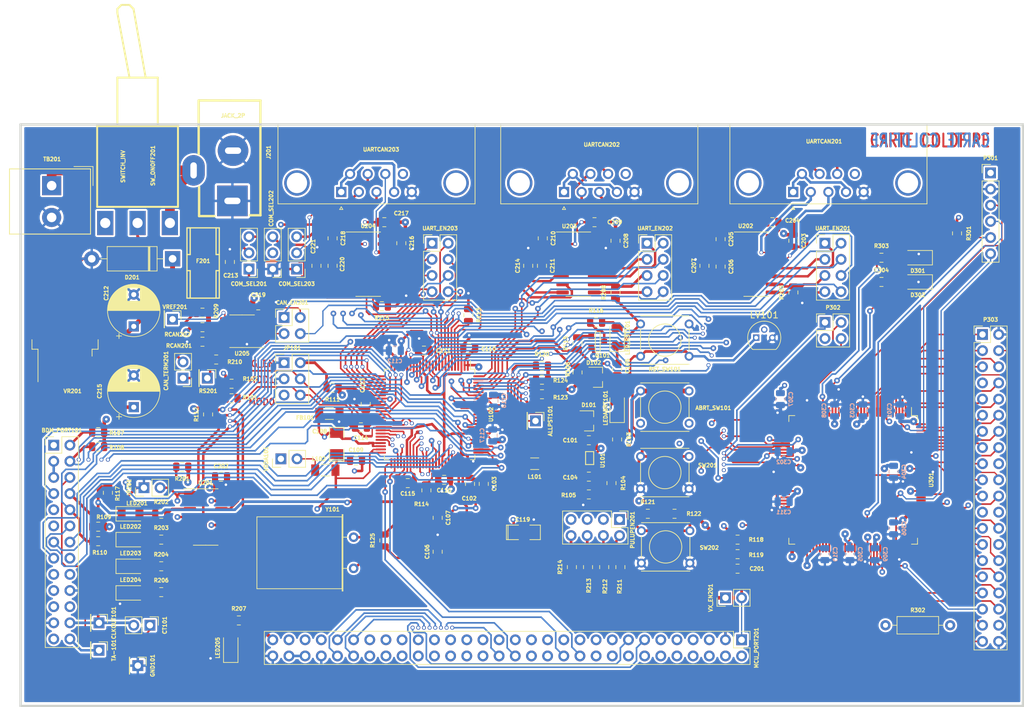
<source format=kicad_pcb>
(kicad_pcb (version 20221018) (generator pcbnew)
  (title_block (title "Demo Kicad") (date "2015-10-09") (rev "2"))
  (layers (0 "F.Cu" signal "Top_layer") (1 "In1.Cu" power "GND_layer") (2 "In2.Cu" power "VDD_layer") (31 "B.Cu" signal "Bottom_layer") (34 "B.Paste" user) (35 "F.Paste" user) (36 "B.SilkS" user "B.Silkscreen") (37 "F.SilkS" user "F.Silkscreen") (38 "B.Mask" user) (39 "F.Mask" user) (44 "Edge.Cuts" user))
  (net 0 "")
  (net 1 "/ALLPST")
  (net 2 "/AN2")
  (net 3 "/AN3")
  (net 4 "/AN4")
  (net 5 "/AN6")
  (net 6 "/BKPT-")
  (net 8 "/CLKMOD0")
  (net 9 "/CLKMOD1")
  (net 10 "/DDAT0")
  (net 11 "/DDAT1")
  (net 12 "/DDAT2")
  (net 13 "/DDAT3")
  (net 14 "/DSCLK")
  (net 15 "/DSI")
  (net 16 "/DSO")
  (net 17 "/DTIN1")
  (net 18 "/GPT1")
  (net 19 "/GPT3")
  (net 20 "/IRQ-5")
  (net 21 "/IRQ-6")
  (net 22 "/IRQ-7")
  (net 23 "/JTAG_EN")
  (net 24 "/PST0")
  (net 25 "/PST1")
  (net 26 "/PST2")
  (net 27 "/PST3")
  (net 28 "/QSPI_CS3")
  (net 29 "/TCLK")
  (net 30 "/VDDPLL")
  (net 31 "/inout_user/CAN_H")
  (net 32 "/inout_user/CAN_L")
  (net 33 "/inout_user/CTS0")
  (net 34 "/inout_user/CTS1")
  (net 36 "/inout_user/RTS0")
  (net 37 "/inout_user/RTS1")
  (net 38 "/inout_user/RTS2")
  (net 39 "/inout_user/RXD0")
  (net 40 "/inout_user/RXD1")
  (net 41 "/inout_user/RXD2")
  (net 42 "/inout_user/RxD_CAN")
  (net 43 "/inout_user/TXD0")
  (net 44 "/inout_user/TXD1")
  (net 46 "/inout_user/TxD_CAN")
  (net 47 "/xilinx/+3,3V_OUT")
  (net 48 "/xilinx/LED_TEST1")
  (net 49 "/xilinx/LED_TEST2")
  (net 50 "/xilinx/TCK")
  (net 51 "/xilinx/TDI")
  (net 52 "/xilinx/TDO")
  (net 53 "/xilinx/TMS")
  (net 54 "/xilinx/XIL_D0")
  (net 55 "/xilinx/XIL_D1")
  (net 56 "/xilinx/XIL_D10")
  (net 57 "/xilinx/XIL_D11")
  (net 58 "/xilinx/XIL_D12")
  (net 59 "/xilinx/XIL_D13")
  (net 60 "/xilinx/XIL_D14")
  (net 61 "/xilinx/XIL_D15")
  (net 62 "/xilinx/XIL_D16")
  (net 63 "/xilinx/XIL_D17")
  (net 64 "/xilinx/XIL_D18")
  (net 65 "/xilinx/XIL_D19")
  (net 66 "/xilinx/XIL_D2")
  (net 67 "/xilinx/XIL_D20")
  (net 68 "/xilinx/XIL_D21")
  (net 69 "/xilinx/XIL_D22")
  (net 70 "/xilinx/XIL_D23")
  (net 71 "/xilinx/XIL_D24")
  (net 72 "/xilinx/XIL_D25")
  (net 73 "/xilinx/XIL_D26")
  (net 74 "/xilinx/XIL_D27")
  (net 75 "/xilinx/XIL_D28")
  (net 76 "/xilinx/XIL_D29")
  (net 77 "/xilinx/XIL_D3")
  (net 78 "/xilinx/XIL_D30")
  (net 79 "/xilinx/XIL_D31")
  (net 80 "/xilinx/XIL_D32")
  (net 81 "/xilinx/XIL_D33")
  (net 82 "/xilinx/XIL_D34")
  (net 83 "/xilinx/XIL_D35")
  (net 84 "/xilinx/XIL_D36")
  (net 85 "/xilinx/XIL_D4")
  (net 86 "/xilinx/XIL_D5")
  (net 87 "/xilinx/XIL_D6")
  (net 88 "/xilinx/XIL_D7")
  (net 89 "/xilinx/XIL_D8")
  (net 90 "/xilinx/XIL_D9")
  (net 91 "GND")
  (net 92 "GNDA")
  (net 93 "/AN0")
  (net 94 "/AN1")
  (net 95 "/QSPI_CS0")
  (net 96 "/AN5")
  (net 97 "/AN7")
  (net 98 "/IRQ-4")
  (net 99 "/DTIN0")
  (net 100 "/DTIN2")
  (net 101 "/DTIN3")
  (net 102 "/GPT0")
  (net 103 "/GPT2")
  (net 104 "+3.3V")
  (net 105 "/VCCA")
  (net 106 "/IRQ-1")
  (net 107 "/IRQ-2")
  (net 108 "/IRQ-3")
  (net 109 "/XTAL")
  (net 110 "/RCON-")
  (net 111 "/RSTO-")
  (net 112 "/RSTI-")
  (net 113 "/QSPI_CS1")
  (net 114 "/URTS1")
  (net 115 "/UCTS1")
  (net 116 "/QSPI_CLK")
  (net 117 "/DSPI_DOUT")
  (net 118 "/QSPI_DIN")
  (net 119 "/QSPI_CS2")
  (net 120 "/URXD1")
  (net 121 "/UTXD1")
  (net 122 "/PWM7")
  (net 123 "/PWM5")
  (net 124 "/PWM1")
  (net 125 "/PWM3")
  (net 126 "/URTS2")
  (net 127 "/UTXD2")
  (net 128 "/URXD2")
  (net 129 "/UCTS2")
  (net 130 "/CANRX")
  (net 131 "/CANTX")
  (net 132 "/URTS0")
  (net 133 "/UTXD0")
  (net 134 "/URXD0")
  (net 135 "/UCTS0")
  (net 136 "Net-(ABRT_SW101-Pad1)")
  (net 137 "Net-(BDM_PORT101-Pad26)")
  (net 138 "Net-(BDM_PORT101-Pad6)")
  (net 139 "Net-(C104-Pad1)")
  (net 140 "Net-(C105-Pad1)")
  (net 141 "Net-(C201-Pad2)")
  (net 142 "Net-(C204-Pad2)")
  (net 143 "Net-(C205-Pad2)")
  (net 144 "Net-(C205-Pad1)")
  (net 145 "Net-(C206-Pad2)")
  (net 146 "Net-(C206-Pad1)")
  (net 147 "Net-(C207-Pad1)")
  (net 148 "Net-(C209-Pad2)")
  (net 149 "Net-(C210-Pad2)")
  (net 150 "Net-(C210-Pad1)")
  (net 151 "Net-(C211-Pad2)")
  (net 152 "Net-(C211-Pad1)")
  (net 153 "Net-(C212-Pad1)")
  (net 154 "Net-(C214-Pad1)")
  (net 155 "Net-(C217-Pad2)")
  (net 156 "Net-(C218-Pad2)")
  (net 157 "Net-(C218-Pad1)")
  (net 158 "Net-(C220-Pad2)")
  (net 159 "Net-(C220-Pad1)")
  (net 160 "Net-(C221-Pad1)")
  (net 161 "Net-(CAN_TERM201-Pad2)")
  (net 162 "Net-(COM_SEL201-Pad3)")
  (net 163 "Net-(COM_SEL202-Pad3)")
  (net 164 "Net-(COM_SEL203-Pad3)")
  (net 165 "Net-(D101-Pad1)")
  (net 166 "Net-(D301-Pad2)")
  (net 167 "Net-(D302-Pad2)")
  (net 168 "Net-(F201-Pad1)")
  (net 169 "Net-(J201-Pad3)")
  (net 170 "Net-(L102-Pad1)")
  (net 171 "Net-(LED201-Pad2)")
  (net 172 "Net-(LED202-Pad2)")
  (net 173 "Net-(LED203-Pad2)")
  (net 174 "Net-(LED204-Pad2)")
  (net 175 "Net-(LED205-Pad2)")
  (net 176 "Net-(LEDABRT101-Pad1)")
  (net 177 "Net-(P302-Pad4)")
  (net 178 "Net-(P302-Pad2)")
  (net 179 "Net-(PULUPEN201-Pad8)")
  (net 180 "Net-(PULUPEN201-Pad6)")
  (net 181 "Net-(PULUPEN201-Pad4)")
  (net 182 "Net-(PULUPEN201-Pad2)")
  (net 183 "Net-(Q101-Pad3)")
  (net 184 "Net-(Q101-Pad2)")
  (net 185 "Net-(R113-Pad1)")
  (net 186 "Net-(R114-Pad1)")
  (net 187 "Net-(R202-Pad2)")
  (net 188 "Net-(R203-Pad2)")
  (net 189 "Net-(R204-Pad2)")
  (net 190 "Net-(R205-Pad2)")
  (net 191 "Net-(R206-Pad2)")
  (net 192 "Net-(R208-Pad2)")
  (net 193 "Net-(R210-Pad1)")
  (net 194 "Net-(R215-Pad2)")
  (net 195 "Net-(U202-Pad12)")
  (net 196 "Net-(U202-Pad11)")
  (net 197 "Net-(U202-Pad9)")
  (net 198 "Net-(U203-Pad12)")
  (net 199 "Net-(U203-Pad11)")
  (net 200 "Net-(U203-Pad9)")
  (net 201 "Net-(U204-Pad12)")
  (net 202 "Net-(U204-Pad10)")
  (net 203 "Net-(U204-Pad9)")
  (net 204 "Net-(U205-Pad5)")
  (net 205 "Net-(UARTCAN201-Pad1)")
  (net 206 "Net-(UARTCAN202-Pad1)")
  (net 207 "Net-(UARTCAN203-Pad1)")
  (net 208 "Net-(JP201-Pad2)")
  (net 209 "Net-(LED_RST101-Pad2)")
  (net 210 "/CLKIN{slash}EXTAL")
  (net 211 "/inout_user/TXD2{slash}CANL")
  (net 212 "/inout_user/CTS2{slash}CANH")
  (footprint "kit-dev-coldfire:SW_PUSH_SMALL" (layer "F.Cu") (at 172.339 100.33)
    (fp_text reference "ABRT_SW101")
    (fp_text value "SW_PUSH")
  )
  (footprint "Connector_PinHeader_2.54mm:PinHeader_1x01_P2.54mm_Vertical" (layer "F.Cu") (at 152.019 102.489 -90)
    (fp_text reference "ALLPST101")
    (fp_text value "CONN_1")
  )
  (footprint "Connector_PinHeader_2.54mm:PinHeader_2x13_P2.54mm_Vertical" (layer "F.Cu") (at 76.327 106.299)
    (fp_text reference "BDM_PORT101")
    (fp_text value "CONN_13X2")
  )
  (footprint "Capacitor_SMD:C_0805_2012Metric" (layer "F.Cu") (at 136.652 117.729 -90)
    (fp_text reference "C107")
    (fp_text value "10pF")
  )
  (footprint "Capacitor_SMD:C_0805_2012Metric" (layer "F.Cu") (at 136.652 123.063 90)
    (fp_text reference "C106")
    (fp_text value "10pF")
  )
  (footprint "Capacitor_SMD:C_0805_2012Metric" (layer "F.Cu") (at 164.846 94.361 90)
    (fp_text reference "C105")
    (fp_text value "1nF")
  )
  (footprint "Capacitor_SMD:C_0805_2012Metric" (layer "F.Cu") (at 141.605 91.059 180)
    (fp_text reference "C110")
    (fp_text value "100nF")
  )
  (footprint "Capacitor_SMD:C_0805_2012Metric" (layer "F.Cu") (at 134.493 91.44 180)
    (fp_text reference "C111")
    (fp_text value "100nF")
  )
  (footprint "Capacitor_SMD:C_0805_2012Metric" (layer "F.Cu") (at 125.349 99.822 -90)
    (fp_text reference "C113")
    (fp_text value "100nF")
  )
  (footprint "Capacitor_SMD:C_0805_2012Metric" (layer "F.Cu") (at 124.587 103.505 180)
    (fp_text reference "C114")
    (fp_text value "100nF")
  )
  (footprint "Capacitor_SMD:C_0805_2012Metric" (layer "F.Cu") (at 131.953 112.268 180)
    (fp_text reference "C115")
    (fp_text value "100nF")
  )
  (footprint "Capacitor_SMD:C_0805_2012Metric" (layer "F.Cu") (at 137.668 111.76 180)
    (fp_text reference "C116")
    (fp_text value "100nF")
  )
  (footprint "Capacitor_SMD:C_0805_2012Metric" (layer "F.Cu") (at 160.401 105.537)
    (fp_text reference "C101")
    (fp_text value "100nF")
  )
  (footprint "Capacitor_SMD:C_0805_2012Metric" (layer "F.Cu") (at 160.401 111.252 180)
    (fp_text reference "C104")
    (fp_text value "100nF")
  )
  (footprint "kit-dev-coldfire:SM1206POL" (layer "F.Cu") (at 120.777 106.045 90)
    (fp_text reference "C108")
    (fp_text value "10uF" hide)
  )
  (footprint "kit-dev-coldfire:SM1206POL" (layer "F.Cu") (at 150.241 120.015)
    (fp_text reference "C119")
    (fp_text value "100uF" hide)
  )
  (footprint "Capacitor_SMD:C_0805_2012Metric" (layer "F.Cu") (at 123.825 108.712)
    (fp_text reference "C109")
    (fp_text value "100nF")
  )
  (footprint "Capacitor_SMD:C_0805_2012Metric" (layer "F.Cu") (at 141.732 112.395 -90)
    (fp_text reference "C102")
    (fp_text value "1nF")
  )
  (footprint "Capacitor_SMD:C_0805_2012Metric" (layer "F.Cu") (at 143.891 112.395 -90)
    (fp_text reference "C103")
    (fp_text value "100nF")
  )
  (footprint "Capacitor_SMD:C_0805_2012Metric" (layer "F.Cu") (at 192.532 74.168 -90)
    (fp_text reference "C203")
    (fp_text value "100nF")
  )
  (footprint "Capacitor_SMD:C_0805_2012Metric" (layer "F.Cu") (at 189.23 71.247 180)
    (fp_text reference "C204")
    (fp_text value "100nF")
  )
  (footprint "Capacitor_SMD:C_0805_2012Metric" (layer "F.Cu") (at 181.102 73.914 -90)
    (fp_text reference "C205")
    (fp_text value "100nF")
  )
  (footprint "Capacitor_SMD:C_0805_2012Metric" (layer "F.Cu") (at 181.102 78.232 -90)
    (fp_text reference "C206")
    (fp_text value "100nF")
  )
  (footprint "Capacitor_SMD:C_0805_2012Metric" (layer "F.Cu") (at 102.616 111.252)
    (fp_text reference "C202")
    (fp_text value "100nF")
  )
  (footprint "Capacitor_SMD:C_0805_2012Metric" (layer "F.Cu") (at 178.562 78.105 90)
    (fp_text reference "C207")
    (fp_text value "100nF")
  )
  (footprint "Capacitor_SMD:C_0805_2012Metric" (layer "F.Cu") (at 164.592 74.168 -90)
    (fp_text reference "C208")
    (fp_text value "100nF")
  )
  (footprint "Capacitor_SMD:C_0805_2012Metric" (layer "F.Cu") (at 161.29 71.247 180)
    (fp_text reference "C209")
    (fp_text value "100nF")
  )
  (footprint "Capacitor_SMD:C_0805_2012Metric" (layer "F.Cu") (at 153.162 73.787 -90)
    (fp_text reference "C210")
    (fp_text value "100nF")
  )
  (footprint "Capacitor_SMD:C_0805_2012Metric" (layer "F.Cu") (at 153.035 78.105 -90)
    (fp_text reference "C211")
    (fp_text value "100nF")
  )
  (footprint "Capacitor_SMD:C_0805_2012Metric" (layer "F.Cu") (at 150.876 78.105 90)
    (fp_text reference "C214")
    (fp_text value "100nF")
  )
  (footprint "Capacitor_SMD:C_0805_2012Metric" (layer "F.Cu") (at 108.458 84.328)
    (fp_text reference "C219")
    (fp_text value "100nF")
  )
  (footprint "Capacitor_SMD:C_0805_2012Metric" (layer "F.Cu") (at 128.27 71.247 180)
    (fp_text reference "C217")
    (fp_text value "100nF")
  )
  (footprint "Capacitor_SMD:C_0805_2012Metric" (layer "F.Cu") (at 120.142 78.105 -90)
    (fp_text reference "C220")
    (fp_text value "100nF")
  )
  (footprint "Capacitor_THT:CP_Radial_D8.0mm_P5.00mm" (layer "F.Cu") (at 88.9 87.63 90)
    (fp_text reference "C212")
    (fp_text value "10uF")
  )
  (footprint "Capacitor_THT:CP_Radial_D8.0mm_P5.00mm" (layer "F.Cu") (at 88.9 100.33 90)
    (fp_text reference "C215")
    (fp_text value "220uF")
  )
  (footprint "Capacitor_SMD:C_0805_2012Metric" (layer "F.Cu") (at 104 77.5 90)
    (fp_text reference "C213")
    (fp_text value "100nF")
  )
  (footprint "Capacitor_SMD:C_0805_2012Metric" (layer "F.Cu") (at 183.769 125.73)
    (fp_text reference "C201")
    (fp_text value "100nF")
  )
  (footprint "Capacitor_SMD:C_0805_2012Metric" (layer "F.Cu") (at 120.142 73.787 -90)
    (fp_text reference "C218")
    (fp_text value "100nF")
  )
  (footprint "Capacitor_SMD:C_0805_2012Metric" (layer "F.Cu") (at 117.602 78.105 90)
    (fp_text reference "C221")
    (fp_text value "100nF")
  )
  (footprint "Capacitor_SMD:C_0805_2012Metric" (layer "F.Cu") (at 130.937 74.549 -90)
    (fp_text reference "C216")
    (fp_text value "100nF")
  )
  (footprint "Connector_PinHeader_2.54mm:PinHeader_1x02_P2.54mm_Vertical" (layer "F.Cu") (at 96.647 95.758 180)
    (fp_text reference "CAN_TERM201")
    (fp_text value "JUMPER")
  )
  (footprint "Connector_PinHeader_2.54mm:PinHeader_1x01_P2.54mm_Vertical" (layer "F.Cu") (at 83.439 134.239 -90)
    (fp_text reference "CLKOUT101")
    (fp_text value "CONN_1")
  )
  (footprint "Connector_PinHeader_2.54mm:PinHeader_1x03_P2.54mm_Vertical" (layer "F.Cu") (at 114.5 78.613 180)
    (fp_text reference "COM_SEL203")
    (fp_text value "CONN_3")
  )
  (footprint "Connector_PinHeader_2.54mm:PinHeader_1x03_P2.54mm_Vertical" (layer "F.Cu") (at 110.744 78.613 180)
    (fp_text reference "COM_SEL202")
    (fp_text value "CONN_3")
  )
  (footprint "Connector_PinHeader_2.54mm:PinHeader_1x02_P2.54mm_Vertical" (layer "F.Cu") (at 91.44 134.62 -90)
    (fp_text reference "CT101")
    (fp_text value "JUMPER")
  )
  (footprint "Diode_SMD:D_SOT-23_ANK" (layer "F.Cu") (at 160.401 102.489)
    (fp_text reference "D101")
    (fp_text value "BAT54")
  )
  (footprint "Diode_SMD:D_SOT-23_ANK" (layer "F.Cu") (at 161.798 95.631)
    (fp_text reference "D102")
    (fp_text value "BAT54")
  )
  (footprint "Diode_THT:D_DO-15_P12.70mm_Horizontal" (layer "F.Cu") (at 95 77 180)
    (fp_text reference "D201")
    (fp_text value "1N4004")
  )
  (footprint "LED_SMD:LED_1206_3216Metric" (layer "F.Cu") (at 212.09 76.835 180)
    (fp_text reference "D301")
    (fp_text value "LED")
  )
  (footprint "LED_SMD:LED_1206_3216Metric" (layer "F.Cu") (at 212.09 80.645 180)
    (fp_text reference "D302")
    (fp_text value "LED")
  )
  (footprint "kit-dev-coldfire:FSUPCMS" (layer "F.Cu") (at 99.8 77.6 -90)
    (fp_text reference "F201")
    (fp_text value "FUSE")
  )
  (footprint "Resistor_SMD:R_1206_3216Metric_Pad1.24x1.80mm_HandSolder" (layer "F.Cu") (at 119.634 101.346 180)
    (fp_text reference "FB101")
    (fp_text value "BEAD")
  )
  (footprint "Connector_PinHeader_2.54mm:PinHeader_1x01_P2.54mm_Vertical" (layer "F.Cu") (at 89.535 140.97 -90)
    (fp_text reference "GND101")
    (fp_text value "CONN_1")
  )
  (footprint "kit-dev-coldfire:JACK_ALIM" (layer "F.Cu") (at 104.5 60 -90)
    (fp_text reference "J201")
    (fp_text value "JACK_2P")
  )
  (footprint "Resistor_SMD:R_1206_3216Metric_Pad1.24x1.80mm_HandSolder" (layer "F.Cu") (at 118.999 110.236)
    (fp_text reference "L102")
    (fp_text value "10uH")
  )
  (footprint "Resistor_SMD:R_1206_3216Metric_Pad1.24x1.80mm_HandSolder" (layer "F.Cu") (at 151.892 109.22 180)
    (fp_text reference "L101")
    (fp_text value "10uH")
  )
  (footprint "LED_SMD:LED_1206_3216Metric" (layer "F.Cu") (at 88.392 117.094)
    (fp_text reference "LED201")
    (fp_text value "LED")
  )
  (footprint "LED_SMD:LED_1206_3216Metric" (layer "F.Cu") (at 88.392 121.158)
    (fp_text reference "LED202")
    (fp_text value "LED")
  )
  (footprint "LED_SMD:LED_1206_3216Metric" (layer "F.Cu") (at 88.392 125.349)
    (fp_text reference "LED203")
    (fp_text value "LED")
  )
  (footprint "LED_SMD:LED_1206_3216Metric" (layer "F.Cu") (at 88.392 129.54)
    (fp_text reference "LED204")
    (fp_text value "LED")
  )
  (footprint "LED_SMD:LED_1206_3216Metric" (layer "F.Cu") (at 104.14 138.176 90)
    (fp_text reference "LED205")
    (fp_text value "LED")
  )
  (footprint "LED_SMD:LED_1206_3216Metric" (layer "F.Cu") (at 164.846 100.457 90)
    (fp_text reference "LEDABRT101")
    (fp_text value "LED_RED")
  )
  (footprint "Package_TO_SOT_THT:TO-92_Molded_Narrow" (layer "F.Cu") (at 186.69 89.408)
    (fp_text reference "LV101")
    (fp_text value "DS1818")
  )
  (footprint "Connector_PinHeader_2.54mm:PinHeader_2x30_P2.54mm_Vertical" (layer "F.Cu") (at 184.404 136.906 -90)
    (fp_text reference "MCU_PORT201")
    (fp_text value "CONN_30X2")
  )
  (footprint "Connector_PinHeader_2.54mm:PinHeader_1x06_P2.54mm_Vertical" (layer "F.Cu") (at 223.52 63.5)
    (fp_text reference "P301")
    (fp_text value "CONN_6")
  )
  (footprint "Connector_PinHeader_2.54mm:PinHeader_2x20_P2.54mm_Vertical" (layer "F.Cu") (at 222.25 88.9)
    (fp_text reference "P303")
    (fp_text value "CONN_20X2")
  )
  (footprint "Connector_PinHeader_2.54mm:PinHeader_2x04_P2.54mm_Vertical" (layer "F.Cu") (at 165.227 117.983 -90)
    (fp_text reference "PULUPEN201")
    (fp_text value "CONN_4X2")
  )
  (footprint "kit-dev-coldfire:SOT23EBC" (layer "F.Cu") (at 161.798 90.043 90)
    (fp_text reference "Q101")
    (fp_text value "3906" hide)
  )
  (footprint "Resistor_SMD:R_0805_2012Metric" (layer "F.Cu") (at 128.27 121.285 90)
    (fp_text reference "R125")
    (fp_text value "1M")
  )
  (footprint "Resistor_SMD:R_0805_2012Metric" (layer "F.Cu") (at 104.267 96.647)
    (fp_text reference "R102")
    (fp_text value "4,7K")
  )
  (footprint "Resistor_SMD:R_0805_2012Metric" (layer "F.Cu") (at 183.769 121.158 180)
    (fp_text reference "R118")
    (fp_text value "10K")
  )
  (footprint "Resistor_SMD:R_0805_2012Metric" (layer "F.Cu") (at 183.769 123.444 180)
    (fp_text reference "R119")
    (fp_text value "10K")
  )
  (footprint "Resistor_SMD:R_0805_2012Metric" (layer "F.Cu") (at 153.035 93.853)
    (fp_text reference "R120")
    (fp_text value "10K")
  )
  (footprint "Resistor_SMD:R_0805_2012Metric" (layer "F.Cu") (at 163.957 112.268 -90)
    (fp_text reference "R104")
    (fp_text value "1K")
  )
  (footprint "Resistor_SMD:R_0805_2012Metric" (layer "F.Cu") (at 169.672 117.094)
    (fp_text reference "R121")
    (fp_text value "10K")
  )
  (footprint "Resistor_SMD:R_0805_2012Metric" (layer "F.Cu") (at 141.478 85.852 90)
    (fp_text reference "R113")
    (fp_text value "0")
  )
  (footprint "Resistor_SMD:R_0805_2012Metric" (layer "F.Cu") (at 173.863 117.094 180)
    (fp_text reference "R122")
    (fp_text value "10K")
  )
  (footprint "Resistor_SMD:R_0805_2012Metric" (layer "F.Cu") (at 153.035 98.298)
    (fp_text reference "R123")
    (fp_text value "10K")
  )
  (footprint "Resistor_SMD:R_0805_2012Metric" (layer "F.Cu") (at 160.401 114.046 180)
    (fp_text reference "R105")
    (fp_text value "20K")
  )
  (footprint "Resistor_SMD:R_0805_2012Metric" (layer "F.Cu") (at 153.035 96.012)
    (fp_text reference "R124")
    (fp_text value "10K")
  )
  (footprint "Resistor_SMD:R_0805_2012Metric" (layer "F.Cu") (at 164.846 105.41 -90)
    (fp_text reference "R103")
    (fp_text value "270")
  )
  (footprint "Resistor_SMD:R_0805_2012Metric" (layer "F.Cu") (at 158.623 94.869 90)
    (fp_text reference "R106")
    (fp_text value "4,7K")
  )
  (footprint "Resistor_SMD:R_0805_2012Metric" (layer "F.Cu") (at 120.142 97.282 180)
    (fp_text reference "R111")
    (fp_text value "4,7K")
  )
  (footprint "Resistor_SMD:R_0805_2012Metric" (layer "F.Cu") (at 83.312 104.267 180)
    (fp_text reference "R107")
    (fp_text value "4,7K")
  )
  (footprint "Resistor_SMD:R_0805_2012Metric" (layer "F.Cu") (at 83.312 106.553 180)
    (fp_text reference "R108")
    (fp_text value "4,7K")
  )
  (footprint "Resistor_SMD:R_0805_2012Metric" (layer "F.Cu") (at 83.312 119.126 180)
    (fp_text reference "R109")
    (fp_text value "4,7K")
  )
  (footprint "Resistor_SMD:R_0805_2012Metric" (layer "F.Cu") (at 83.312 121.412 180)
    (fp_text reference "R110")
    (fp_text value "4,7K")
  )
  (footprint "Resistor_SMD:R_0805_2012Metric" (layer "F.Cu") (at 158.623 90.297 90)
    (fp_text reference "R115")
    (fp_text value "4.7K")
  )
  (footprint "Resistor_SMD:R_0805_2012Metric" (layer "F.Cu") (at 161.544 86.995)
    (fp_text reference "R116")
    (fp_text value "270")
  )
  (footprint "Resistor_SMD:R_0805_2012Metric" (layer "F.Cu") (at 127.889 84.455 180)
    (fp_text reference "R215")
    (fp_text value "10K")
  )
  (footprint "Resistor_SMD:R_0805_2012Metric" (layer "F.Cu") (at 104.267 98.933)
    (fp_text reference "R101")
    (fp_text value "4,7K")
  )
  (footprint "Resistor_SMD:R_0805_2012Metric" (layer "F.Cu") (at 84.836 113.792 -90)
    (fp_text reference "R117")
    (fp_text value "10K")
  )
  (footprint "Resistor_SMD:R_0805_2012Metric" (layer "F.Cu") (at 93.218 117.094)
    (fp_text reference "R202")
    (fp_text value "270")
  )
  (footprint "Resistor_SMD:R_0805_2012Metric" (layer "F.Cu") (at 192.532 82.296 90)
    (fp_text reference "R205")
    (fp_text value "10K")
  )
  (footprint "Resistor_SMD:R_0805_2012Metric" (layer "F.Cu") (at 93.218 121.158)
    (fp_text reference "R203")
    (fp_text value "270")
  )
  (footprint "Resistor_SMD:R_0805_2012Metric" (layer "F.Cu") (at 93.218 125.349)
    (fp_text reference "R204")
    (fp_text value "270")
  )
  (footprint "Resistor_SMD:R_0805_2012Metric" (layer "F.Cu") (at 93.218 129.413)
    (fp_text reference "R206")
    (fp_text value "270")
  )
  (footprint "Resistor_SMD:R_0805_2012Metric" (layer "F.Cu") (at 96.52 109.728 180)
    (fp_text reference "R201")
    (fp_text value "10K")
  )
  (footprint "Resistor_SMD:R_0805_2012Metric" (layer "F.Cu") (at 164.592 82.296 90)
    (fp_text reference "R208")
    (fp_text value "10K")
  )
  (footprint "Resistor_SMD:R_0805_2012Metric" (layer "F.Cu") (at 101.854 92.837)
    (fp_text reference "R210")
    (fp_text value "1K")
  )
  (footprint "Resistor_SMD:R_0805_2012Metric" (layer "F.Cu") (at 99.695 85.471 180)
    (fp_text reference "R209")
    (fp_text value "62")
  )
  (footprint "Resistor_SMD:R_0805_2012Metric" (layer "F.Cu") (at 100.584 101.473 90)
    (fp_text reference "R112")
    (fp_text value "4,7K")
  )
  (footprint "Resistor_SMD:R_0805_2012Metric" (layer "F.Cu") (at 134.874 113.411 -90)
    (fp_text reference "R114")
    (fp_text value "22")
  )
  (footprint "Resistor_SMD:R_0805_2012Metric" (layer "F.Cu") (at 157.734 125.476 90)
    (fp_text reference "R214")
    (fp_text value "4,7K")
  )
  (footprint "Resistor_SMD:R_0805_2012Metric" (layer "F.Cu") (at 160.274 125.476 90)
    (fp_text reference "R213")
    (fp_text value "4,7K")
  )
  (footprint "Resistor_SMD:R_0805_2012Metric" (layer "F.Cu") (at 162.814 125.476 90)
    (fp_text reference "R212")
    (fp_text value "4,7K")
  )
  (footprint "Resistor_SMD:R_0805_2012Metric" (layer "F.Cu") (at 165.354 125.476 90)
    (fp_text reference "R211")
    (fp_text value "4,7K")
  )
  (footprint "Resistor_SMD:R_0805_2012Metric" (layer "F.Cu") (at 105.41 133.858)
    (fp_text reference "R207")
    (fp_text value "270")
  )
  (footprint "Resistor_SMD:R_0805_2012Metric" (layer "F.Cu") (at 218.25 73 -90)
    (fp_text reference "R301")
    (fp_text value "4K7")
  )
  (footprint "Resistor_SMD:R_0805_2012Metric" (layer "F.Cu") (at 206.375 76.835)
    (fp_text reference "R303")
    (fp_text value "1K")
  )
  (footprint "Resistor_SMD:R_0805_2012Metric" (layer "F.Cu") (at 206.375 80.645)
    (fp_text reference "R304")
    (fp_text value "1K")
  )
  (footprint "Resistor_THT:R_Axial_DIN0207_L6.3mm_D2.5mm_P10.16mm_Horizontal" (layer "F.Cu") (at 207.01 134.62)
    (fp_text reference "R302")
    (fp_text value "3,3")
  )
  (footprint "Resistor_SMD:R_0805_2012Metric" (layer "F.Cu") (at 99.695 87.757)
    (fp_text reference "RCAN202")
    (fp_text value "R")
  )
  (footprint "Resistor_SMD:R_0805_2012Metric" (layer "F.Cu") (at 99.695 90.043)
    (fp_text reference "RCAN201")
    (fp_text value "R")
  )
  (footprint "LED_SMD:LED_1206_3216Metric" (layer "F.Cu") (at 164.846 89.281 90)
    (fp_text reference "LED_RST101")
    (fp_text value "LED_RED")
  )
  (footprint "Connector_PinHeader_2.54mm:PinHeader_1x01_P2.54mm_Vertical" (layer "F.Cu") (at 100.457 95.758 -90)
    (fp_text reference "RS201")
    (fp_text value "CONN_1")
  )
  (footprint "kit-dev-coldfire:SW_PUSH_SMALL" (layer "F.Cu") (at 172.339 89.789 180)
    (fp_text reference "RST_SW101")
    (fp_text value "SW_PUSH")
  )
  (footprint "kit-dev-coldfire:SW_PUSH_SMALL" (layer "F.Cu") (at 172.339 110.617)
    (fp_text reference "SW201")
    (fp_text value "SW_PUSH")
  )
  (footprint "kit-dev-coldfire:SW_PUSH_SMALL" (layer "F.Cu") (at 172.466 122.301)
    (fp_text reference "SW202")
    (fp_text value "SW_PUSH")
  )
  (footprint "kit-dev-coldfire:SW_SPDT" (layer "F.Cu") (at 89.5 71.374 90)
    (fp_text reference "SW_ONOFF201")
    (fp_text value "SWITCH_INV")
  )
  (footprint "Connector_PinHeader_2.54mm:PinHeader_1x01_P2.54mm_Vertical" (layer "F.Cu") (at 83.439 138.557 -90)
    (fp_text reference "TA-101")
    (fp_text value "CONN_1")
  )
  (footprint "TerminalBlock_Altech:Altech_AK300_1x02_P5.00mm_45-Degree" (layer "F.Cu") (at 76 65.5 -90)
    (fp_text reference "TB201")
    (fp_text value "CONN_2")
  )
  (footprint "Package_QFP:LQFP-100_14x14mm_P0.5mm" (layer "F.Cu") (at 135.382 101.473 -90)
    (fp_text reference "U102")
    (fp_text value "MCF5213-LQFP100")
  )
  (footprint "kit-dev-coldfire:SOT353" (layer "F.Cu") (at 160.528 108.331)
    (fp_text reference "U101")
    (fp_text value "74AHC1G14" hide)
  )
  (footprint "Package_SO:SOIC-16_3.9x9.9mm_P1.27mm" (layer "F.Cu") (at 186.69 77.851)
    (fp_text reference "U202")
    (fp_text value "MAX202")
  )
  (footprint "Package_SO:SOIC-16_3.9x9.9mm_P1.27mm" (layer "F.Cu") (at 158.75 77.851)
    (fp_text reference "U203")
    (fp_text value "MAX202")
  )
  (footprint "Package_SO:SOIC-8_3.9x4.9mm_P1.27mm" (layer "F.Cu") (at 105.918 88.392 180)
    (fp_text reference "U205")
    (fp_text value "PCA82C251")
  )
  (footprint "Package_SO:SOIC-16_3.9x9.9mm_P1.27mm" (layer "F.Cu") (at 125.73 77.851)
    (fp_text reference "U204")
    (fp_text value "MAX202")
  )
  (footprint "Connector_PinHeader_2.54mm:PinHeader_2x04_P2.54mm_Vertical" (layer "F.Cu") (at 197.485 74.549)
    (fp_text reference "UART_EN201")
    (fp_text value "CONN_4X2")
  )
  (footprint "Connector_PinHeader_2.54mm:PinHeader_2x04_P2.54mm_Vertical" (layer "F.Cu") (at 169.545 74.549)
    (fp_text reference "UART_EN202")
    (fp_text value "CONN_4X2")
  )
  (footprint "Connector_PinHeader_2.54mm:PinHeader_2x04_P2.54mm_Vertical" (layer "F.Cu") (at 135.763 74.549)
    (fp_text reference "UART_EN203")
    (fp_text value "CONN_4X2")
  )
  (footprint "Connector_PinHeader_2.54mm:PinHeader_1x02_P2.54mm_Vertical" (layer "F.Cu") (at 112.014 108.458 90)
    (fp_text reference "VDDA101")
    (fp_text value "JUMPER")
  )
  (footprint "Package_TO_SOT_SMD:TO-263-5_TabPin3" (layer "F.Cu") (at 78.105 88.265 90)
    (fp_text reference "VR201")
    (fp_text value "LT1129_QPACK")
  )
  (footprint "Crystal:Crystal_HC18-U_Horizontal" (layer "F.Cu") (at 123.444 120.777 -90)
    (fp_text reference "Y101")
    (fp_text value "8MHz")
  )
  (footprint "Package_QFP:TQFP-144_20x20mm_P0.5mm" (layer "F.Cu") (at 201.93 111.76 -90)
    (fp_text reference "U301")
    (fp_text value "XCR3256-TQ144")
  )
  (footprint "Connector_PinHeader_2.54mm:PinHeader_2x02_P2.54mm_Vertical" (layer "F.Cu") (at 112.522 86.233)
    (fp_text reference "CAN_EN201")
    (fp_text value "CONN_2X2")
  )
  (footprint "Connector_PinHeader_2.54mm:PinHeader_1x02_P2.54mm_Vertical" (layer "F.Cu") (at 181.864 130.302 90)
    (fp_text reference "VX_EN201")
    (fp_text value "JUMPER")
  )
  (footprint "Package_SO:SOIC-14_3.9x8.7mm_P1.27mm" (layer "F.Cu") (at 100.203 117.602)
    (fp_text reference "U201")
    (fp_text value "74HC125")
  )
  (footprint "Connector_PinHeader_2.54mm:PinHeader_2x03_P2.54mm_Vertical" (layer "F.Cu") (at 112.522 93.345)
    (fp_text reference "JP101")
    (fp_text value "JUMPER_TRIPLE")
  )
  (footprint "Connector_PinHeader_2.54mm:PinHeader_2x02_P2.54mm_Vertical" (layer "F.Cu") (at 197.5 87)
    (fp_text reference "P302")
    (fp_text value "CONN_2X2")
  )
  (footprint "Connector_PinHeader_2.54mm:PinHeader_1x03_P2.54mm_Vertical" (layer "F.Cu") (at 107 78.613 180)
    (fp_text reference "COM_SEL201")
    (fp_text value "CONN_3")
  )
  (footprint "Connector_PinHeader_2.54mm:PinHeader_1x02_P2.54mm_Vertical" (layer "F.Cu") (at 90.5 113 90)
    (fp_text reference "JP201")
    (fp_text value "JUMPER")
  )
  (footprint "Connector_Dsub:DSUB-9_Female_Horizontal_P2.77x2.84mm_EdgePinOffset7.70mm_Housed_MountingHolesOffset9.12mm" (layer "F.Cu") (at 192.5 66.5 180)
    (fp_text reference "UARTCAN201")
    (fp_text value "DB9")
  )
  (footprint "Connector_Dsub:DSUB-9_Female_Horizontal_P2.77x2.84mm_EdgePinOffset7.70mm_Housed_MountingHolesOffset9.12mm" (layer "F.Cu") (at 156.5 66.5 180)
    (fp_text reference "UARTCAN202")
    (fp_text value "DB9")
  )
  (footprint "Connector_Dsub:DSUB-9_Female_Horizontal_P2.77x2.84mm_EdgePinOffset7.70mm_Housed_MountingHolesOffset9.12mm" (layer "F.Cu") (at 121.5 66.5 180)
    (fp_text reference "UARTCAN203")
    (fp_text value "DB9")
  )
  (footprint "Connector_PinHeader_2.54mm:PinHeader_1x01_P2.54mm_Vertical" (layer "F.Cu") (at 95 86.5 -90)
    (fp_text reference "VREF201")
    (fp_text value "CONN_1")
  )
  (footprint "Capacitor_SMD:C_0805_2012Metric" (layer "B.Cu") (at 129.921 91.44 180)
    (fp_text reference "C112")
    (fp_text value "100nF")
  )
  (footprint "Capacitor_SMD:C_0805_2012Metric" (layer "B.Cu") (at 145.288 104.775 90)
    (fp_text reference "C117")
    (fp_text value "100nF")
  )
  (footprint "Capacitor_SMD:C_0805_2012Metric" (layer "B.Cu") (at 145.415 99.314 -90)
    (fp_text reference "C118")
    (fp_text value "100nF")
  )
  (footprint "Capacitor_SMD:C_0805_2012Metric" (layer "B.Cu") (at 209.296 100.838 90)
    (fp_text reference "C301")
    (fp_text value "100nF")
  )
  (footprint "Capacitor_SMD:C_0805_2012Metric" (layer "B.Cu") (at 191.008 107.315 180)
    (fp_text reference "C302")
    (fp_text value "100nF")
  )
  (footprint "Capacitor_SMD:C_0805_2012Metric" (layer "B.Cu") (at 203.454 100.838 90)
    (fp_text reference "C303")
    (fp_text value "100nF")
  )
  (footprint "Capacitor_SMD:C_0805_2012Metric" (layer "B.Cu") (at 208.28 110.49 -90)
    (fp_text reference "C304")
    (fp_text value "100nF")
  )
  (footprint "Capacitor_SMD:C_0805_2012Metric" (layer "B.Cu") (at 201.422 123.444 -90)
    (fp_text reference "C305")
    (fp_text value "100nF")
  )
  (footprint "Capacitor_SMD:C_0805_2012Metric" (layer "B.Cu") (at 208.28 119.38 -90)
    (fp_text reference "C306")
    (fp_text value "100nF")
  )
  (footprint "Capacitor_SMD:C_0805_2012Metric" (layer "B.Cu") (at 190.5 99.06 -90)
    (fp_text reference "C307")
    (fp_text value "100nF")
  )
  (footprint "Capacitor_SMD:C_0805_2012Metric" (layer "B.Cu") (at 199.009 100.838 90)
    (fp_text reference "C308")
    (fp_text value "100nF")
  )
  (footprint "Capacitor_SMD:C_0805_2012Metric" (layer "B.Cu") (at 205.359 123.444 -90)
    (fp_text reference "C309")
    (fp_text value "100nF")
  )
  (footprint "Capacitor_SMD:C_0805_2012Metric" (layer "B.Cu") (at 197.485 123.444 -90)
    (fp_text reference "C310")
    (fp_text value "100nF")
  )
  (footprint "Capacitor_SMD:C_0805_2012Metric" (layer "B.Cu") (at 191.008 115.189 180)
    (fp_text reference "C311")
    (fp_text value "100nF")
  )
  (gr_line (start 71.12 147.32) (end 228.6 147.32) (stroke (width 0.381)) (layer "Edge.Cuts"))
  (gr_line (start 71.12 55.88) (end 71.12 147.32) (stroke (width 0.381)) (layer "Edge.Cuts"))
  (gr_line (start 228.6 55.88) (end 228.6 147.32) (stroke (width 0.381)) (layer "Edge.Cuts"))
  (gr_line (start 228.6 55.88) (end 71.12 55.88) (stroke (width 0.381)) (layer "Edge.Cuts"))
  (gr_text "JTAG_EN\n" (at 108 93.5) (layer "F.Cu") (effects (font (size 1 1) (thickness 0.2))))
  (gr_text "CARTE COLDFIRE" (at 213.995 58.42) (layer "F.Cu") (effects (font (size 2.032 1.524) (thickness 0.3048))))
  (gr_text "MOD1" (at 109 96) (layer "F.Cu") (effects (font (size 1 1) (thickness 0.2))))
  (gr_text "MOD0" (at 109 99.5) (layer "F.Cu") (effects (font (size 1 1) (thickness 0.2))))
  (gr_text "CARTE COLDFIRE" (at 213.995 58.42) (layer "B.Cu") (effects (font (size 2.032 1.524) (thickness 0.3048)) (justify mirror)))
  (segment (start 152.019 102.489) (end 143.129 102.4636) (width 0.254) (layer "F.Cu") (net 1))
  (segment (start 128.8034 104.9782) (end 127.635 104.9782) (width 0.254) (layer "F.Cu") (net 2))
  (segment (start 129.54 105.41) (end 129.032 105.156) (width 0.254) (layer "F.Cu") (net 2))
  (segment (start 129.032 105.156) (end 128.8034 104.9782) (width 0.254) (layer "F.Cu") (net 2))
  (via (at 129.54 105.41) (size 0.635) (drill 0.4) (layers "F.Cu" "B.Cu") (net 2))
  (segment (start 129.54 106.299) (end 129.032 106.299) (width 0.254) (layer "F.Cu") (net 3))
  (segment (start 129.032 105.791) (end 128.7272 105.4862) (width 0.254) (layer "F.Cu") (net 3))
  (segment (start 129.032 106.299) (end 129.032 105.791) (width 0.254) (layer "F.Cu") (net 3))
  (segment (start 128.7272 105.4862) (end 127.635 105.4862) (width 0.254) (layer "F.Cu") (net 3))
  (via (at 129.54 106.299) (size 0.635) (drill 0.4) (layers "F.Cu" "B.Cu") (net 3))
  (segment (start 130.8862 107.6198) (end 130.8862 109.22) (width 0.254) (layer "F.Cu") (net 4))
  (segment (start 131.064 107.442) (end 131.064 106.426) (width 0.254) (layer "F.Cu") (net 4))
  (segment (start 130.8862 107.6198) (end 131.064 107.442) (width 0.254) (layer "F.Cu") (net 4))
  (via (at 131.064 106.426) (size 0.635) (drill 0.4) (layers "F.Cu" "B.Cu") (net 4))
  (segment (start 129.8956 110.3884) (end 129.8956 109.22) (width 0.254) (layer "F.Cu") (net 5))
  (segment (start 129.159 111.125) (end 129.8956 110.3884) (width 0.254) (layer "F.Cu") (net 5))
  (segment (start 129.159 112.014) (end 129.159 111.125) (width 0.254) (layer "F.Cu") (net 5))
  (via (at 129.159 112.014) (size 0.889) (drill 0.4) (layers "F.Cu" "B.Cu") (net 5))
  (segment (start 159.004 139.446) (end 159.004 139.319) (width 0.254) (layer "B.Cu") (net 5))
  (segment (start 157.734 138.049) (end 157.734 136.017) (width 0.254) (layer "B.Cu") (net 5))
  (segment (start 138.43 132.461) (end 129.159 123.19) (width 0.254) (layer "B.Cu") (net 5))
  (segment (start 159.004 139.319) (end 157.734 138.049) (width 0.254) (layer "B.Cu") (net 5))
  (segment (start 154.178 132.461) (end 138.43 132.461) (width 0.254) (layer "B.Cu") (net 5))
  (segment (start 129.159 123.19) (end 129.159 112.014) (width 0.254) (layer "B.Cu") (net 5))
  (segment (start 157.734 136.017) (end 154.178 132.461) (width 0.254) (layer "B.Cu") (net 5))
  (segment (start 144.5514 107.4674) (end 143.129 107.4674) (width 0.254) (layer "F.Cu") (net 6))
  (segment (start 145.288 108.204) (end 144.5514 107.4674) (width 0.254) (layer "F.Cu") (net 6))
  (segment (start 146.431 109.855) (end 145.288 108.712) (width 0.254) (layer "F.Cu") (net 6))
  (segment (start 146.685 109.855) (end 146.431 109.855) (width 0.254) (layer "F.Cu") (net 6))
  (segment (start 145.288 108.712) (end 145.288 108.204) (width 0.254) (layer "F.Cu") (net 6))
  (segment (start 78.867 106.299) (end 80.391 104.775) (width 0.381) (layer "F.Cu") (net 6))
  (segment (start 82.3595 104.267) (end 80.899 104.267) (width 0.4318) (layer "F.Cu") (net 6))
  (segment (start 80.899 104.267) (end 80.391 104.775) (width 0.4318) (layer "F.Cu") (net 6))
  (via (at 146.685 109.855) (size 0.889) (drill 0.4) (layers "F.Cu" "B.Cu") (net 6))
  (via (at 87.63 112.141) (size 0.889) (drill 0.4) (layers "F.Cu" "B.Cu") (net 6))
  (segment (start 87.63 113.13) (end 89.181 114.681) (width 0.254) (layer "B.Cu") (net 6))
  (segment (start 107.696 111.379) (end 110.49 114.173) (width 0.254) (layer "B.Cu") (net 6))
  (segment (start 119.253 112.649) (end 125.476 112.649) (width 0.254) (layer "B.Cu") (net 6))
  (segment (start 141.732 111.76) (end 143.637 109.855) (width 0.254) (layer "B.Cu") (net 6))
  (segment (start 125.476 112.649) (end 127.508 110.617) (width 0.254) (layer "B.Cu") (net 6))
  (segment (start 97.917 113.665) (end 100.203 111.379) (width 0.254) (layer "B.Cu") (net 6))
  (segment (start 95.377 113.665) (end 97.917 113.665) (width 0.254) (layer "B.Cu") (net 6))
  (segment (start 110.49 114.173) (end 117.729 114.173) (width 0.254) (layer "B.Cu") (net 6))
  (segment (start 127.508 110.617) (end 132.461 110.617) (width 0.254) (layer "B.Cu") (net 6))
  (segment (start 100.203 111.379) (end 107.696 111.379) (width 0.254) (layer "B.Cu") (net 6))
  (segment (start 133.604 111.76) (end 141.732 111.76) (width 0.254) (layer "B.Cu") (net 6))
  (segment (start 89.181 114.681) (end 94.361 114.681) (width 0.254) (layer "B.Cu") (net 6))
  (segment (start 117.729 114.173) (end 119.253 112.649) (width 0.254) (layer "B.Cu") (net 6))
  (segment (start 143.637 109.855) (end 146.685 109.855) (width 0.254) (layer "B.Cu") (net 6))
  (segment (start 87.63 112.141) (end 87.63 113.13) (width 0.254) (layer "B.Cu") (net 6))
  (segment (start 94.361 114.681) (end 95.377 113.665) (width 0.254) (layer "B.Cu") (net 6))
  (segment (start 132.461 110.617) (end 133.604 111.76) (width 0.254) (layer "B.Cu") (net 6))
  (segment (start 113.792 97.155) (end 108.345 97.155) (width 0.254) (layer "F.Cu") (net 8))
  (segment (start 115.062 98.425) (end 113.792 97.155) (width 0.254) (layer "F.Cu") (net 8))
  (segment (start 123.19 101.981) (end 123.19 100.965) (width 0.254) (layer "F.Cu") (net 8))
  (segment (start 122.174 99.949) (end 118.11 99.949) (width 0.254) (layer "F.Cu") (net 8))
  (segment (start 118.11 99.949) (end 116.586 98.425) (width 0.254) (layer "F.Cu") (net 8))
  (segment (start 123.19 100.965) (end 122.174 99.949) (width 0.254) (layer "F.Cu") (net 8))
  (segment (start 108.345 97.155) (end 106.567 98.933) (width 0.254) (layer "F.Cu") (net 8))
  (segment (start 106.567 98.933) (end 105.2195 98.933) (width 0.254) (layer "F.Cu") (net 8))
  (segment (start 126.365 102.489) (end 126.111 102.235) (width 0.254) (layer "F.Cu") (net 8))
  (segment (start 127.635 102.489) (end 126.365 102.489) (width 0.254) (layer "F.Cu") (net 8))
  (segment (start 123.444 102.235) (end 123.19 101.981) (width 0.254) (layer "F.Cu") (net 8))
  (segment (start 126.111 102.235) (end 123.444 102.235) (width 0.254) (layer "F.Cu") (net 8))
  (segment (start 116.586 98.425) (end 115.062 98.425) (width 0.254) (layer "F.Cu") (net 8))
  (segment (start 118.618 99.441) (end 115.062 95.885) (width 0.254) (layer "F.Cu") (net 9))
  (segment (start 105.353 96.647) (end 105.2195 96.647) (width 0.254) (layer "F.Cu") (net 9))
  (segment (start 124.587 101.727) (end 122.809 99.949) (width 0.254) (layer "F.Cu") (net 9))
  (segment (start 107.385 94.615) (end 105.353 96.647) (width 0.254) (layer "F.Cu") (net 9))
  (segment (start 113.792 94.615) (end 107.385 94.615) (width 0.254) (layer "F.Cu") (net 9))
  (segment (start 126.238 101.727) (end 124.587 101.727) (width 0.254) (layer "F.Cu") (net 9))
  (segment (start 122.809 99.695) (end 122.555 99.441) (width 0.254) (layer "F.Cu") (net 9))
  (segment (start 126.492 101.981) (end 126.238 101.727) (width 0.254) (layer "F.Cu") (net 9))
  (segment (start 122.555 99.441) (end 118.618 99.441) (width 0.254) (layer "F.Cu") (net 9))
  (segment (start 122.809 99.949) (end 122.809 99.695) (width 0.254) (layer "F.Cu") (net 9))
  (segment (start 127.635 101.981) (end 126.492 101.981) (width 0.254) (layer "F.Cu") (net 9))
  (segment (start 115.062 95.885) (end 113.792 94.615) (width 0.254) (layer "F.Cu") (net 9))
  (segment (start 145.796 107.95) (end 146.558 107.95) (width 0.254) (layer "F.Cu") (net 10))
  (segment (start 144.78 106.9594) (end 144.907 107.061) (width 0.254) (layer "F.Cu") (net 10))
  (segment (start 144.907 107.061) (end 145.796 107.95) (width 0.254) (layer "F.Cu") (net 10))
  (segment (start 143.129 106.9594) (end 144.78 106.9594) (width 0.254) (layer "F.Cu") (net 10))
  (via (at 84.836 108.585) (size 0.635) (drill 0.4) (layers "F.Cu" "B.Cu") (net 10))
  (via (at 146.558 107.95) (size 0.889) (drill 0.4) (layers "F.Cu" "B.Cu") (net 10))
  (segment (start 115.824 106.045) (end 110.3503 106.045) (width 0.254) (layer "B.Cu") (net 10))
  (segment (start 140.97 107.823) (end 137.16 104.013) (width 0.254) (layer "B.Cu") (net 10))
  (segment (start 120.523 103.886) (end 119.888 103.251) (width 0.254) (layer "B.Cu") (net 10))
  (segment (start 116.205 103.886) (end 116.205 105.664) (width 0.254) (layer "B.Cu") (net 10))
  (segment (start 116.205 105.664) (end 115.824 106.045) (width 0.254) (layer "B.Cu") (net 10))
  (segment (start 144.526 107.823) (end 140.97 107.823) (width 0.254) (layer "B.Cu") (net 10))
  (segment (start 135.509 104.013) (end 134.493 102.997) (width 0.254) (layer "B.Cu") (net 10))
  (segment (start 137.16 104.013) (end 135.509 104.013) (width 0.254) (layer "B.Cu") (net 10))
  (segment (start 146.558 107.95) (end 144.653 107.95) (width 0.254) (layer "B.Cu") (net 10))
  (segment (start 108.6993 107.696) (end 85.725 107.696) (width 0.254) (layer "B.Cu") (net 10))
  (segment (start 119.888 103.251) (end 116.84 103.251) (width 0.254) (layer "B.Cu") (net 10))
  (segment (start 110.3503 106.045) (end 108.6993 107.696) (width 0.254) (layer "B.Cu") (net 10))
  (segment (start 85.725 107.696) (end 84.836 108.585) (width 0.254) (layer "B.Cu") (net 10))
  (segment (start 132.842 103.632) (end 122.936 103.632) (width 0.254) (layer "B.Cu") (net 10))
  (segment (start 122.936 103.632) (end 122.682 103.886) (width 0.254) (layer "B.Cu") (net 10))
  (segment (start 116.84 103.251) (end 116.205 103.886) (width 0.254) (layer "B.Cu") (net 10))
  (segment (start 133.477 102.997) (end 132.842 103.632) (width 0.254) (layer "B.Cu") (net 10))
  (segment (start 122.682 103.886) (end 120.523 103.886) (width 0.254) (layer "B.Cu") (net 10))
  (segment (start 144.653 107.95) (end 144.526 107.823) (width 0.254) (layer "B.Cu") (net 10))
  (segment (start 134.493 102.997) (end 133.477 102.997) (width 0.254) (layer "B.Cu") (net 10))
  (segment (start 145.415 106.68) (end 146.558 106.68) (width 0.254) (layer "F.Cu") (net 11))
  (segment (start 143.129 106.4768) (end 145.2118 106.4768) (width 0.254) (layer "F.Cu") (net 11))
  (segment (start 145.2118 106.4768) (end 145.415 106.68) (width 0.254) (layer "F.Cu") (net 11))
  (via (at 83.82 108.585) (size 0.635) (drill 0.4) (layers "F.Cu" "B.Cu") (net 11))
  (via (at 146.558 106.68) (size 0.889) (drill 0.4) (layers "F.Cu" "B.Cu") (net 11))
  (segment (start 118.237 100.838) (end 115.57 103.505) (width 0.254) (layer "B.Cu") (net 11))
  (segment (start 127.381 100.838) (end 118.237 100.838) (width 0.254) (layer "B.Cu") (net 11))
  (segment (start 141.097 107.188) (end 136.017 102.108) (width 0.254) (layer "B.Cu") (net 11))
  (segment (start 141.097 107.188) (end 145.034 107.188) (width 0.254) (layer "B.Cu") (net 11))
  (segment (start 111.6711 103.505) (end 107.9881 107.188) (width 0.254) (layer "B.Cu") (net 11))
  (segment (start 85.217 107.188) (end 83.82 108.585) (width 0.254) (layer "B.Cu") (net 11))
  (segment (start 115.57 103.505) (end 111.6711 103.505) (width 0.254) (layer "B.Cu") (net 11))
  (segment (start 128.651 102.108) (end 127.381 100.838) (width 0.254) (layer "B.Cu") (net 11))
  (segment (start 136.017 102.108) (end 128.651 102.108) (width 0.254) (layer "B.Cu") (net 11))
  (segment (start 146.558 106.68) (end 145.542 106.68) (width 0.254) (layer "B.Cu") (net 11))
  (segment (start 145.034 107.188) (end 145.542 106.68) (width 0.254) (layer "B.Cu") (net 11))
  (segment (start 107.9881 107.188) (end 85.217 107.188) (width 0.254) (layer "B.Cu") (net 11))
  (segment (start 141.351 103.98252) (end 143.129 103.9622) (width 0.254) (layer "F.Cu") (net 12))
  (segment (start 141.351 103.98252) (end 140.43152 103.98252) (width 0.254) (layer "F.Cu") (net 12))
  (segment (start 140.43152 103.98252) (end 139.827 103.378) (width 0.254) (layer "F.Cu") (net 12))
  (segment (start 139.827 103.378) (end 139.827 102.743) (width 0.254) (layer "F.Cu") (net 12))
  (via (at 139.827 102.743) (size 0.889) (drill 0.4) (layers "F.Cu" "B.Cu") (net 12))
  (via (at 81.788 108.585) (size 0.635) (drill 0.4) (layers "F.Cu" "B.Cu") (net 12))
  (segment (start 116.713 100.076) (end 111.571 100.076) (width 0.254) (layer "B.Cu") (net 12))
  (segment (start 105.983 105.664) (end 83.566 105.664) (width 0.254) (layer "B.Cu") (net 12))
  (segment (start 131.572 100.203) (end 136.779 100.203) (width 0.254) (layer "B.Cu") (net 12))
  (segment (start 126.111 96.647) (end 120.142 96.647) (width 0.254) (layer "B.Cu") (net 12))
  (segment (start 111.571 100.076) (end 105.983 105.664) (width 0.254) (layer "B.Cu") (net 12))
  (segment (start 131.572 100.203) (end 129.667 98.298) (width 0.254) (layer "B.Cu") (net 12))
  (segment (start 81.788 107.442) (end 81.788 108.585) (width 0.254) (layer "B.Cu") (net 12))
  (segment (start 120.142 96.647) (end 116.713 100.076) (width 0.254) (layer "B.Cu") (net 12))
  (segment (start 83.566 105.664) (end 81.788 107.442) (width 0.254) (layer "B.Cu") (net 12))
  (segment (start 127.762 98.298) (end 126.111 96.647) (width 0.254) (layer "B.Cu") (net 12))
  (segment (start 136.779 100.203) (end 139.065 102.489) (width 0.254) (layer "B.Cu") (net 12))
  (segment (start 139.065 102.489) (end 139.573 102.489) (width 0.254) (layer "B.Cu") (net 12))
  (segment (start 129.667 98.298) (end 127.762 98.298) (width 0.254) (layer "B.Cu") (net 12))
  (segment (start 139.573 102.489) (end 139.827 102.743) (width 0.254) (layer "B.Cu") (net 12))
  (segment (start 141.3002 103.4542) (end 143.129 103.4796) (width 0.254) (layer "F.Cu") (net 13))
  (segment (start 140.97 103.124) (end 141.3002 103.4542) (width 0.254) (layer "F.Cu") (net 13))
  (via (at 80.264 108.585) (size 0.635) (drill 0.4) (layers "F.Cu" "B.Cu") (net 13))
  (via (at 140.97 103.124) (size 0.889) (drill 0.4) (layers "F.Cu" "B.Cu") (net 13))
  (segment (start 80.264 106.68) (end 82.296 104.648) (width 0.254) (layer "B.Cu") (net 13))
  (segment (start 126.619 95.631) (end 128.27 97.282) (width 0.254) (layer "B.Cu") (net 13))
  (segment (start 82.296 104.648) (end 105.075 104.648) (width 0.254) (layer "B.Cu") (net 13))
  (segment (start 105.075 104.648) (end 110.998 98.725) (width 0.254) (layer "B.Cu") (net 13))
  (segment (start 110.998 97.663) (end 111.506 97.155) (width 0.254) (layer "B.Cu") (net 13))
  (segment (start 119.634 95.631) (end 126.619 95.631) (width 0.254) (layer "B.Cu") (net 13))
  (segment (start 118.11 97.155) (end 119.634 95.631) (width 0.254) (layer "B.Cu") (net 13))
  (segment (start 139.3825 100.9015) (end 137.541 99.06) (width 0.254) (layer "B.Cu") (net 13))
  (segment (start 142.367 101.854) (end 142.367 102.87) (width 0.254) (layer "B.Cu") (net 13))
  (segment (start 110.998 98.725) (end 110.998 97.663) (width 0.254) (layer "B.Cu") (net 13))
  (segment (start 142.113 103.124) (end 140.97 103.124) (width 0.254) (layer "B.Cu") (net 13))
  (segment (start 80.264 108.585) (end 80.264 106.68) (width 0.254) (layer "B.Cu") (net 13))
  (segment (start 128.27 97.282) (end 130.429 97.282) (width 0.254) (layer "B.Cu") (net 13))
  (segment (start 141.4145 100.9015) (end 142.367 101.854) (width 0.254) (layer "B.Cu") (net 13))
  (segment (start 142.367 102.87) (end 142.113 103.124) (width 0.254) (layer "B.Cu") (net 13))
  (segment (start 141.4145 100.9015) (end 139.3825 100.9015) (width 0.254) (layer "B.Cu") (net 13))
  (segment (start 130.429 97.282) (end 132.207 99.06) (width 0.254) (layer "B.Cu") (net 13))
  (segment (start 111.506 97.155) (end 118.11 97.155) (width 0.254) (layer "B.Cu") (net 13))
  (segment (start 132.207 99.06) (end 137.541 99.06) (width 0.254) (layer "B.Cu") (net 13))
  (segment (start 81.153 106.553) (end 80.645 107.061) (width 0.4318) (layer "F.Cu") (net 14))
  (segment (start 82.3595 106.553) (end 81.153 106.553) (width 0.4318) (layer "F.Cu") (net 14))
  (segment (start 78.867 108.839) (end 80.645 107.061) (width 0.381) (layer "F.Cu") (net 14))
  (segment (start 140.97 101.854) (end 142.0876 102.9716) (width 0.254) (layer "F.Cu") (net 14))
  (segment (start 142.0876 102.9716) (end 143.129 102.9716) (width 0.254) (layer "F.Cu") (net 14))
  (via (at 140.97 101.854) (size 0.889) (drill 0.4) (layers "F.Cu" "B.Cu") (net 14))
  (segment (start 128.016 97.79) (end 130.175 97.79) (width 0.254) (layer "B.Cu") (net 14))
  (segment (start 80.518 109.347) (end 81.026 108.839) (width 0.254) (layer "B.Cu") (net 14))
  (segment (start 81.026 108.839) (end 81.026 106.807) (width 0.254) (layer "B.Cu") (net 14))
  (segment (start 79.756 109.347) (end 80.518 109.347) (width 0.254) (layer "B.Cu") (net 14))
  (segment (start 140.9065 101.7905) (end 139.2555 101.7905) (width 0.254) (layer "B.Cu") (net 14))
  (segment (start 105.629 105.156) (end 111.217 99.568) (width 0.254) (layer "B.Cu") (net 14))
  (segment (start 119.888 96.139) (end 126.365 96.139) (width 0.254) (layer "B.Cu") (net 14))
  (segment (start 140.9065 101.7905) (end 140.97 101.854) (width 0.254) (layer "B.Cu") (net 14))
  (segment (start 111.217 99.568) (end 116.459 99.568) (width 0.254) (layer "B.Cu") (net 14))
  (segment (start 131.953 99.568) (end 137.033 99.568) (width 0.254) (layer "B.Cu") (net 14))
  (segment (start 82.677 105.156) (end 105.629 105.156) (width 0.254) (layer "B.Cu") (net 14))
  (segment (start 81.026 106.807) (end 82.677 105.156) (width 0.254) (layer "B.Cu") (net 14))
  (segment (start 126.365 96.139) (end 128.016 97.79) (width 0.254) (layer "B.Cu") (net 14))
  (segment (start 78.867 108.839) (end 79.756 109.347) (width 0.254) (layer "B.Cu") (net 14))
  (segment (start 116.459 99.568) (end 119.888 96.139) (width 0.254) (layer "B.Cu") (net 14))
  (segment (start 130.175 97.79) (end 131.953 99.568) (width 0.254) (layer "B.Cu") (net 14))
  (segment (start 139.2555 101.7905) (end 137.033 99.568) (width 0.254) (layer "B.Cu") (net 14))
  (segment (start 82.3595 117.4115) (end 78.867 113.919) (width 0.4318) (layer "F.Cu") (net 15))
  (segment (start 141.478 106.426) (end 141.9352 105.9688) (width 0.254) (layer "F.Cu") (net 15))
  (segment (start 82.3595 119.126) (end 82.3595 117.4115) (width 0.4318) (layer "F.Cu") (net 15))
  (segment (start 141.9352 105.9688) (end 143.129 105.9688) (width 0.254) (layer "F.Cu") (net 15))
  (via (at 141.478 106.426) (size 0.889) (drill 0.4) (layers "F.Cu" "B.Cu") (net 15))
  (segment (start 84.328 106.68) (end 107.2007 106.68) (width 0.254) (layer "B.Cu") (net 15))
  (segment (start 128.143 100.33) (end 129.159 101.346) (width 0.254) (layer "B.Cu") (net 15))
  (segment (start 107.2007 106.68) (end 112.7887 101.092) (width 0.254) (layer "B.Cu") (net 15))
  (segment (start 136.398 101.346) (end 141.478 106.426) (width 0.254) (layer "B.Cu") (net 15))
  (segment (start 112.7887 101.092) (end 117.221 101.092) (width 0.254) (layer "B.Cu") (net 15))
  (segment (start 117.221 101.092) (end 117.983 100.33) (width 0.254) (layer "B.Cu") (net 15))
  (segment (start 117.983 100.33) (end 128.143 100.33) (width 0.254) (layer "B.Cu") (net 15))
  (segment (start 83.058 107.95) (end 84.328 106.68) (width 0.254) (layer "B.Cu") (net 15))
  (segment (start 79.248 113.03) (end 83.058 109.22) (width 0.254) (layer "B.Cu") (net 15))
  (segment (start 129.159 101.346) (end 136.398 101.346) (width 0.254) (layer "B.Cu") (net 15))
  (segment (start 78.867 113.919) (end 79.248 113.03) (width 0.254) (layer "B.Cu") (net 15))
  (segment (start 83.058 109.22) (end 83.058 107.95) (width 0.254) (layer "B.Cu") (net 15))
  (segment (start 142.0114 105.4862) (end 143.129 105.4608) (width 0.254) (layer "F.Cu") (net 16))
  (segment (start 81.534 121.412) (end 80.391 120.269) (width 0.4318) (layer "F.Cu") (net 16))
  (segment (start 141.478 105.283) (end 142.0114 105.4862) (width 0.254) (layer "F.Cu") (net 16))
  (segment (start 82.3595 121.412) (end 81.534 121.412) (width 0.4318) (layer "F.Cu") (net 16))
  (segment (start 78.867 116.459) (end 80.391 117.983) (width 0.381) (layer "F.Cu") (net 16))
  (segment (start 80.391 117.983) (end 80.391 120.269) (width 0.381) (layer "F.Cu") (net 16))
  (via (at 141.478 105.283) (size 0.635) (drill 0.4) (layers "F.Cu" "B.Cu") (net 16))
  (segment (start 129.54 100.838) (end 136.652 100.838) (width 0.254) (layer "B.Cu") (net 16))
  (segment (start 136.652 100.838) (end 140.97 105.156) (width 0.254) (layer "B.Cu") (net 16))
  (segment (start 120.396 97.155) (end 116.967 100.584) (width 0.254) (layer "B.Cu") (net 16))
  (segment (start 112.1537 100.584) (end 106.5657 106.172) (width 0.254) (layer "B.Cu") (net 16))
  (segment (start 129.54 100.838) (end 125.857 97.155) (width 0.254) (layer "B.Cu") (net 16))
  (segment (start 141.478 105.283) (end 140.97 105.156) (width 0.254) (layer "B.Cu") (net 16))
  (segment (start 78.232 110.109) (end 77.597 110.744) (width 0.254) (layer "B.Cu") (net 16))
  (segment (start 82.55 107.696) (end 82.55 108.839) (width 0.254) (layer "B.Cu") (net 16))
  (segment (start 77.597 110.744) (end 77.597 115.189) (width 0.254) (layer "B.Cu") (net 16))
  (segment (start 82.55 108.839) (end 81.28 110.109) (width 0.254) (layer "B.Cu") (net 16))
  (segment (start 84.074 106.172) (end 82.55 107.696) (width 0.254) (layer "B.Cu") (net 16))
  (segment (start 106.5657 106.172) (end 84.074 106.172) (width 0.254) (layer "B.Cu") (net 16))
  (segment (start 116.967 100.584) (end 112.1537 100.584) (width 0.254) (layer "B.Cu") (net 16))
  (segment (start 125.857 97.155) (end 120.396 97.155) (width 0.254) (layer "B.Cu") (net 16))
  (segment (start 81.28 110.109) (end 78.232 110.109) (width 0.254) (layer "B.Cu") (net 16))
  (segment (start 77.597 115.189) (end 78.867 116.459) (width 0.254) (layer "B.Cu") (net 16))
  (segment (start 130.937 99.187) (end 130.937 95.25) (width 0.254) (layer "F.Cu") (net 17))
  (segment (start 99.822 117.729) (end 99.822 107.569) (width 0.381) (layer "F.Cu") (net 17))
  (segment (start 98.679 118.872) (end 99.822 117.729) (width 0.381) (layer "F.Cu") (net 17))
  (segment (start 129.159 100.965) (end 130.937 99.187) (width 0.254) (layer "F.Cu") (net 17))
  (segment (start 127.635 100.9904) (end 129.159 100.965) (width 0.254) (layer "F.Cu") (net 17))
  (segment (start 99.822 107.569) (end 104.013 103.378) (width 0.381) (layer "F.Cu") (net 17))
  (segment (start 97.409 118.872) (end 98.679 118.872) (width 0.381) (layer "F.Cu") (net 17))
  (via (at 104.013 103.378) (size 0.635) (drill 0.4) (layers "F.Cu" "B.Cu") (net 17))
  (via (at 130.937 95.25) (size 0.635) (drill 0.4) (layers "F.Cu" "B.Cu") (net 17))
  (segment (start 109.982 93.472) (end 109.982 97.917) (width 0.254) (layer "B.Cu") (net 17))
  (segment (start 104.521 103.378) (end 104.013 103.378) (width 0.254) (layer "B.Cu") (net 17))
  (segment (start 109.982 97.917) (end 104.521 103.378) (width 0.254) (layer "B.Cu") (net 17))
  (segment (start 130.683 96.012) (end 128.905 96.012) (width 0.254) (layer "B.Cu") (net 17))
  (segment (start 128.397 94.869) (end 125.73 92.202) (width 0.254) (layer "B.Cu") (net 17))
  (segment (start 130.937 95.758) (end 130.683 96.012) (width 0.254) (layer "B.Cu") (net 17))
  (segment (start 128.397 95.504) (end 128.397 94.869) (width 0.254) (layer "B.Cu") (net 17))
  (segment (start 125.73 92.202) (end 111.252 92.202) (width 0.254) (layer "B.Cu") (net 17))
  (segment (start 111.252 92.202) (end 109.982 93.472) (width 0.254) (layer "B.Cu") (net 17))
  (segment (start 128.905 96.012) (end 128.397 95.504) (width 0.254) (layer "B.Cu") (net 17))
  (segment (start 130.937 95.25) (end 130.937 95.758) (width 0.254) (layer "B.Cu") (net 17))
  (segment (start 134.112 106.045) (end 133.731 106.299) (width 0.254) (layer "F.Cu") (net 18))
  (segment (start 133.731 106.299) (end 133.3754 106.6546) (width 0.254) (layer "F.Cu") (net 18))
  (segment (start 133.3754 106.6546) (end 133.3754 109.22) (width 0.254) (layer "F.Cu") (net 18))
  (via (at 134.112 106.045) (size 0.635) (drill 0.4) (layers "F.Cu" "B.Cu") (net 18))
  (via (at 135.382 135.001) (size 0.635) (drill 0.4) (layers "F.Cu" "B.Cu") (net 18))
  (segment (start 123.444 139.446) (end 122.174 138.176) (width 0.254) (layer "B.Cu") (net 18))
  (segment (start 122.174 138.176) (end 122.174 136.398) (width 0.254) (layer "B.Cu") (net 18))
  (segment (start 135.382 134.366) (end 135.382 135.001) (width 0.254) (layer "B.Cu") (net 18))
  (segment (start 125.349 133.223) (end 134.239 133.223) (width 0.254) (layer "B.Cu") (net 18))
  (segment (start 122.174 136.398) (end 125.349 133.223) (width 0.254) (layer "B.Cu") (net 18))
  (segment (start 134.239 133.223) (end 135.382 134.366) (width 0.254) (layer "B.Cu") (net 18))
  (segment (start 135.001 106.934) (end 134.874 107.569) (width 0.254) (layer "F.Cu") (net 19))
  (segment (start 134.874 107.569) (end 134.8994 109.22) (width 0.254) (layer "F.Cu") (net 19))
  (via (at 137.16 135.001) (size 0.635) (drill 0.4) (layers "F.Cu" "B.Cu") (net 19))
  (via (at 135.001 106.934) (size 0.635) (drill 0.4) (layers "F.Cu" "B.Cu") (net 19))
  (segment (start 135.128 132.207) (end 137.16 134.239) (width 0.254) (layer "B.Cu") (net 19))
  (segment (start 119.634 138.176) (end 119.634 136.398) (width 0.254) (layer "B.Cu") (net 19))
  (segment (start 120.904 139.446) (end 119.634 138.176) (width 0.254) (layer "B.Cu") (net 19))
  (segment (start 123.825 132.207) (end 135.128 132.207) (width 0.254) (layer "B.Cu") (net 19))
  (segment (start 137.16 134.239) (end 137.16 135.001) (width 0.254) (layer "B.Cu") (net 19))
  (segment (start 119.634 136.398) (end 123.825 132.207) (width 0.254) (layer "B.Cu") (net 19))
  (segment (start 176.276 119.761) (end 168.656 119.761) (width 0.4318) (layer "F.Cu") (net 20))
  (segment (start 166.497 117.602) (end 168.656 119.761) (width 0.381) (layer "F.Cu") (net 20))
  (segment (start 166.497 108.331) (end 166.497 117.602) (width 0.381) (layer "F.Cu") (net 20))
  (segment (start 166.116 97.536) (end 166.497 97.917) (width 0.381) (layer "F.Cu") (net 20))
  (segment (start 150.495 100.457) (end 149.733 99.695) (width 0.254) (layer "F.Cu") (net 20))
  (segment (start 138.811 97.282) (end 141.5034 99.9744) (width 0.254) (layer "F.Cu") (net 20))
  (segment (start 141.5034 99.9744) (end 143.129 99.9744) (width 0.254) (layer "F.Cu") (net 20))
  (segment (start 150.495 100.457) (end 160.909 100.457) (width 0.381) (layer "F.Cu") (net 20))
  (segment (start 168.021 105.283) (end 168.021 106.807) (width 0.381) (layer "F.Cu") (net 20))
  (segment (start 149.733 98.425) (end 149.987 98.171) (width 0.254) (layer "F.Cu") (net 20))
  (segment (start 166.497 97.917) (end 166.497 103.759) (width 0.381) (layer "F.Cu") (net 20))
  (segment (start 168.021 106.807) (end 166.497 108.331) (width 0.381) (layer "F.Cu") (net 20))
  (segment (start 149.733 99.695) (end 149.733 98.425) (width 0.254) (layer "F.Cu") (net 20))
  (segment (start 163.83 97.536) (end 166.116 97.536) (width 0.381) (layer "F.Cu") (net 20))
  (segment (start 176.276 118.5545) (end 174.8155 117.094) (width 0.4318) (layer "F.Cu") (net 20))
  (segment (start 176.276 119.761) (end 176.276 118.5545) (width 0.4318) (layer "F.Cu") (net 20))
  (segment (start 160.909 100.457) (end 163.83 97.536) (width 0.381) (layer "F.Cu") (net 20))
  (segment (start 138.811 97.282) (end 138.811 96.266) (width 0.254) (layer "F.Cu") (net 20))
  (segment (start 149.987 98.171) (end 150.495 98.171) (width 0.254) (layer "F.Cu") (net 20))
  (segment (start 166.497 103.759) (end 168.021 105.283) (width 0.381) (layer "F.Cu") (net 20))
  (via (at 138.811 96.266) (size 0.889) (drill 0.4) (layers "F.Cu" "B.Cu") (net 20))
  (via (at 150.495 98.171) (size 0.635) (drill 0.4) (layers "F.Cu" "B.Cu") (net 20))
  (segment (start 138.811 96.266) (end 138.811 97.028) (width 0.254) (layer "B.Cu") (net 20))
  (segment (start 143.51 97.028) (end 148.59 97.028) (width 0.254) (layer "B.Cu") (net 20))
  (segment (start 139.7 97.917) (end 142.621 97.917) (width 0.254) (layer "B.Cu") (net 20))
  (segment (start 150.495 98.171) (end 149.733 98.171) (width 0.254) (layer "B.Cu") (net 20))
  (segment (start 149.733 98.171) (end 148.59 97.028) (width 0.254) (layer "B.Cu") (net 20))
  (segment (start 138.811 97.028) (end 139.7 97.917) (width 0.254) (layer "B.Cu") (net 20))
  (segment (start 142.621 97.917) (end 143.51 97.028) (width 0.254) (layer "B.Cu") (net 20))
  (segment (start 150.495 97.282) (end 151.0665 97.282) (width 0.254) (layer "F.Cu") (net 21))
  (segment (start 141.5288 98.4758) (end 143.129 98.4758) (width 0.254) (layer "F.Cu") (net 21))
  (segment (start 140.716 96.52) (end 140.716 97.663) (width 0.254) (layer "F.Cu") (net 21))
  (segment (start 151.0665 97.282) (end 152.0825 98.298) (width 0.254) (layer "F.Cu") (net 21))
  (segment (start 140.335 96.139) (end 140.716 96.52) (width 0.254) (layer "F.Cu") (net 21))
  (segment (start 140.716 97.663) (end 141.5288 98.4758) (width 0.254) (layer "F.Cu") (net 21))
  (via (at 140.335 96.139) (size 0.889) (drill 0.4) (layers "F.Cu" "B.Cu") (net 21))
  (via (at 150.495 97.282) (size 0.635) (drill 0.4) (layers "F.Cu" "B.Cu") (net 21))
  (segment (start 148.971 96.52) (end 143.129 96.52) (width 0.254) (layer "B.Cu") (net 21))
  (segment (start 140.843 97.282) (end 142.367 97.282) (width 0.254) (layer "B.Cu") (net 21))
  (segment (start 150.495 97.282) (end 149.733 97.282) (width 0.254) (layer "B.Cu") (net 21))
  (segment (start 142.367 97.282) (end 143.129 96.52) (width 0.254) (layer "B.Cu") (net 21))
  (segment (start 149.733 97.282) (end 148.971 96.52) (width 0.254) (layer "B.Cu") (net 21))
  (segment (start 140.335 96.139) (end 140.335 96.774) (width 0.254) (layer "B.Cu") (net 21))
  (segment (start 140.335 96.774) (end 140.843 97.282) (width 0.254) (layer "B.Cu") (net 21))
  (segment (start 141.605 96.266) (end 141.605 97.79) (width 0.254) (layer "F.Cu") (net 22))
  (segment (start 157.607 101.219) (end 157.9245 101.5365) (width 0.381) (layer "F.Cu") (net 22))
  (segment (start 152.0825 96.012) (end 150.876 96.012) (width 0.254) (layer "F.Cu") (net 22))
  (segment (start 157.9245 101.5365) (end 159.4485 101.5365) (width 0.381) (layer "F.Cu") (net 22))
  (segment (start 150.495 96.393) (end 149.86 96.647) (width 0.254) (layer "F.Cu") (net 22))
  (segment (start 141.7828 97.9678) (end 143.129 97.9678) (width 0.254) (layer "F.Cu") (net 22))
  (segment (start 149.225 97.282) (end 149.225 100.203) (width 0.254) (layer "F.Cu") (net 22))
  (segment (start 150.876 96.012) (end 150.495 96.393) (width 0.254) (layer "F.Cu") (net 22))
  (segment (start 149.225 100.203) (end 150.241 101.219) (width 0.254) (layer "F.Cu") (net 22))
  (segment (start 149.86 96.647) (end 149.225 97.282) (width 0.254) (layer "F.Cu") (net 22))
  (segment (start 141.605 97.79) (end 141.7828 97.9678) (width 0.254) (layer "F.Cu") (net 22))
  (segment (start 150.241 101.219) (end 157.607 101.219) (width 0.381) (layer "F.Cu") (net 22))
  (via (at 141.605 96.266) (size 0.889) (drill 0.4) (layers "F.Cu" "B.Cu") (net 22))
  (via (at 150.495 96.393) (size 0.635) (drill 0.4) (layers "F.Cu" "B.Cu") (net 22))
  (segment (start 141.986 95.885) (end 141.605 96.266) (width 0.254) (layer "B.Cu") (net 22))
  (segment (start 149.733 96.393) (end 150.495 96.393) (width 0.254) (layer "B.Cu") (net 22))
  (segment (start 141.986 95.885) (end 149.225 95.885) (width 0.254) (layer "B.Cu") (net 22))
  (segment (start 149.225 95.885) (end 149.733 96.393) (width 0.254) (layer "B.Cu") (net 22))
  (segment (start 125.476 92.964) (end 125.603 93.345) (width 0.254) (layer "F.Cu") (net 23))
  (segment (start 126.5174 95.2754) (end 127.635 95.4786) (width 0.254) (layer "F.Cu") (net 23))
  (segment (start 119.1895 95.1865) (end 117.348 93.345) (width 0.4318) (layer "F.Cu") (net 23))
  (segment (start 125.603 93.345) (end 125.603 94.361) (width 0.254) (layer "F.Cu") (net 23))
  (segment (start 119.1895 97.282) (end 119.1895 95.1865) (width 0.4318) (layer "F.Cu") (net 23))
  (segment (start 125.603 94.361) (end 126.5174 95.2754) (width 0.254) (layer "F.Cu") (net 23))
  (segment (start 117.348 93.345) (end 115.062 93.345) (width 0.4318) (layer "F.Cu") (net 23))
  (via (at 125.476 92.964) (size 0.635) (drill 0.4) (layers "F.Cu" "B.Cu") (net 23))
  (segment (start 116.078 92.964) (end 115.062 93.345) (width 0.254) (layer "B.Cu") (net 23))
  (segment (start 125.476 92.964) (end 116.078 92.964) (width 0.254) (layer "B.Cu") (net 23))
  (segment (start 136.37768 107.07768) (end 135.7 106.4) (width 0.254) (layer "F.Cu") (net 24))
  (segment (start 135.7 106.4) (end 135.7 105.6) (width 0.254) (layer "F.Cu") (net 24))
  (segment (start 136.37768 107.1) (end 136.37768 107.07768) (width 0.254) (layer "F.Cu") (net 24))
  (segment (start 136.398 109.22) (end 136.37768 107.81792) (width 0.254) (layer "F.Cu") (net 24))
  (segment (start 136.37768 107.81792) (end 136.37768 107.1) (width 0.254) (layer "F.Cu") (net 24))
  (via (at 135.7 105.6) (size 0.889) (drill 0.4) (layers "F.Cu" "B.Cu") (net 24))
  (segment (start 135.89 105.79) (end 135.7 105.6) (width 0.254) (layer "B.Cu") (net 24))
  (segment (start 111.506 111.125) (end 115.951 111.125) (width 0.254) (layer "B.Cu") (net 24))
  (segment (start 119.507 107.569) (end 127.127 107.569) (width 0.254) (layer "B.Cu") (net 24))
  (segment (start 127.635 108.077) (end 135.001 108.077) (width 0.254) (layer "B.Cu") (net 24))
  (segment (start 79.629 117.729) (end 80.01 117.348) (width 0.254) (layer "B.Cu") (net 24))
  (segment (start 76.327 124.079) (end 74.676 122.428) (width 0.254) (layer "B.Cu") (net 24))
  (segment (start 115.951 111.125) (end 119.507 107.569) (width 0.254) (layer "B.Cu") (net 24))
  (segment (start 135.89 107.188) (end 135.89 105.79) (width 0.254) (layer "B.Cu") (net 24))
  (segment (start 135.001 108.077) (end 135.89 107.188) (width 0.254) (layer "B.Cu") (net 24))
  (segment (start 83.185 110.744) (end 84.963 110.744) (width 0.254) (layer "B.Cu") (net 24))
  (segment (start 74.676 122.428) (end 74.676 118.491) (width 0.254) (layer "B.Cu") (net 24))
  (segment (start 86.941 108.766) (end 109.147 108.766) (width 0.254) (layer "B.Cu") (net 24))
  (segment (start 75.438 117.729) (end 79.629 117.729) (width 0.254) (layer "B.Cu") (net 24))
  (segment (start 74.676 118.491) (end 75.438 117.729) (width 0.254) (layer "B.Cu") (net 24))
  (segment (start 109.147 108.766) (end 111.506 111.125) (width 0.254) (layer "B.Cu") (net 24))
  (segment (start 80.01 117.348) (end 80.01 113.919) (width 0.254) (layer "B.Cu") (net 24))
  (segment (start 127.127 107.569) (end 127.635 108.077) (width 0.254) (layer "B.Cu") (net 24))
  (segment (start 84.963 110.744) (end 86.941 108.766) (width 0.254) (layer "B.Cu") (net 24))
  (segment (start 80.01 113.919) (end 83.185 110.744) (width 0.254) (layer "B.Cu") (net 24))
  (segment (start 136.8806 105.9434) (end 136.906 105.918) (width 0.254) (layer "F.Cu") (net 25))
  (segment (start 136.8806 109.22) (end 136.8806 105.9434) (width 0.254) (layer "F.Cu") (net 25))
  (via (at 136.906 105.918) (size 0.635) (drill 0.4) (layers "F.Cu" "B.Cu") (net 25))
  (segment (start 135.382 108.585) (end 136.906 107.061) (width 0.254) (layer "B.Cu") (net 25))
  (segment (start 86.995 109.474) (end 108.712 109.474) (width 0.254) (layer "B.Cu") (net 25))
  (segment (start 116.151 111.887) (end 119.961 108.077) (width 0.254) (layer "B.Cu") (net 25))
  (segment (start 80.518 114.173) (end 83.439 111.252) (width 0.254) (layer "B.Cu") (net 25))
  (segment (start 83.439 111.252) (end 85.217 111.252) (width 0.254) (layer "B.Cu") (net 25))
  (segment (start 136.906 107.061) (end 136.906 105.918) (width 0.254) (layer "B.Cu") (net 25))
  (segment (start 108.712 109.474) (end 111.125 111.887) (width 0.254) (layer "B.Cu") (net 25))
  (segment (start 78.867 121.539) (end 80.518 119.888) (width 0.254) (layer "B.Cu") (net 25))
  (segment (start 111.125 111.887) (end 116.151 111.887) (width 0.254) (layer "B.Cu") (net 25))
  (segment (start 85.217 111.252) (end 86.995 109.474) (width 0.254) (layer "B.Cu") (net 25))
  (segment (start 119.961 108.077) (end 126.873 108.077) (width 0.254) (layer "B.Cu") (net 25))
  (segment (start 80.518 119.888) (end 80.518 114.173) (width 0.254) (layer "B.Cu") (net 25))
  (segment (start 126.873 108.077) (end 127.381 108.585) (width 0.254) (layer "B.Cu") (net 25))
  (segment (start 127.381 108.585) (end 135.382 108.585) (width 0.254) (layer "B.Cu") (net 25))
  (segment (start 138.3792 106.8208) (end 138.7 106.5) (width 0.254) (layer "F.Cu") (net 26))
  (segment (start 138.3792 109.22) (end 138.3792 106.8208) (width 0.254) (layer "F.Cu") (net 26))
  (via (at 138.7 106.5) (size 0.635) (drill 0.4) (layers "F.Cu" "B.Cu") (net 26))
  (segment (start 136.017 109.093) (end 127.127 109.093) (width 0.254) (layer "B.Cu") (net 26))
  (segment (start 87.122 110.109) (end 108.331 110.109) (width 0.254) (layer "B.Cu") (net 26))
  (segment (start 126.619 108.585) (end 120.415 108.585) (width 0.254) (layer "B.Cu") (net 26))
  (segment (start 81.026 114.427) (end 81.026 121.285) (width 0.254) (layer "B.Cu") (net 26))
  (segment (start 85.471 111.76) (end 83.693 111.76) (width 0.254) (layer "B.Cu") (net 26))
  (segment (start 138.7 106.5) (end 136.017 109.093) (width 0.254) (layer "B.Cu") (net 26))
  (segment (start 77.597 122.809) (end 76.327 121.539) (width 0.254) (layer "B.Cu") (net 26))
  (segment (start 108.331 110.109) (end 110.871 112.649) (width 0.254) (layer "B.Cu") (net 26))
  (segment (start 116.351 112.649) (end 110.871 112.649) (width 0.254) (layer "B.Cu") (net 26))
  (segment (start 79.502 122.809) (end 77.597 122.809) (width 0.254) (layer "B.Cu") (net 26))
  (segment (start 81.026 121.285) (end 79.502 122.809) (width 0.254) (layer "B.Cu") (net 26))
  (segment (start 120.415 108.585) (end 116.351 112.649) (width 0.254) (layer "B.Cu") (net 26))
  (segment (start 127.127 109.093) (end 126.619 108.585) (width 0.254) (layer "B.Cu") (net 26))
  (segment (start 87.122 110.109) (end 85.471 111.76) (width 0.254) (layer "B.Cu") (net 26))
  (segment (start 83.693 111.76) (end 81.026 114.427) (width 0.254) (layer "B.Cu") (net 26))
  (segment (start 138.8872 109.22) (end 138.8872 107.8992) (width 0.254) (layer "F.Cu") (net 27))
  (segment (start 138.8872 107.8992) (end 139.065 107.442) (width 0.254) (layer "F.Cu") (net 27))
  (via (at 139.065 107.442) (size 0.635) (drill 0.4) (layers "F.Cu" "B.Cu") (net 27))
  (segment (start 77.597 124.968) (end 77.978 125.349) (width 0.254) (layer "B.Cu") (net 27))
  (segment (start 76.835 122.809) (end 77.597 123.571) (width 0.254) (layer "B.Cu") (net 27))
  (segment (start 116.778 113.284) (end 120.969 109.093) (width 0.254) (layer "B.Cu") (net 27))
  (segment (start 77.597 123.571) (end 77.597 124.968) (width 0.254) (layer "B.Cu") (net 27))
  (segment (start 75.819 120.269) (end 75.184 120.904) (width 0.254) (layer "B.Cu") (net 27))
  (segment (start 81.534 123.444) (end 81.534 114.681) (width 0.254) (layer "B.Cu") (net 27))
  (segment (start 85.598 112.395) (end 87.249 110.744) (width 0.254) (layer "B.Cu") (net 27))
  (segment (start 75.819 122.809) (end 76.835 122.809) (width 0.254) (layer "B.Cu") (net 27))
  (segment (start 75.184 122.174) (end 75.819 122.809) (width 0.254) (layer "B.Cu") (net 27))
  (segment (start 136.779 109.728) (end 139.065 107.442) (width 0.254) (layer "B.Cu") (net 27))
  (segment (start 126.365 109.093) (end 127 109.728) (width 0.254) (layer "B.Cu") (net 27))
  (segment (start 77.597 120.269) (end 75.819 120.269) (width 0.254) (layer "B.Cu") (net 27))
  (segment (start 87.249 110.744) (end 107.95 110.744) (width 0.254) (layer "B.Cu") (net 27))
  (segment (start 75.184 120.904) (end 75.184 122.174) (width 0.254) (layer "B.Cu") (net 27))
  (segment (start 107.95 110.744) (end 110.49 113.284) (width 0.254) (layer "B.Cu") (net 27))
  (segment (start 79.629 125.349) (end 81.534 123.444) (width 0.254) (layer "B.Cu") (net 27))
  (segment (start 78.867 118.999) (end 77.597 120.269) (width 0.254) (layer "B.Cu") (net 27))
  (segment (start 110.49 113.284) (end 116.778 113.284) (width 0.254) (layer "B.Cu") (net 27))
  (segment (start 83.82 112.395) (end 85.598 112.395) (width 0.254) (layer "B.Cu") (net 27))
  (segment (start 77.978 125.349) (end 79.629 125.349) (width 0.254) (layer "B.Cu") (net 27))
  (segment (start 127 109.728) (end 136.779 109.728) (width 0.254) (layer "B.Cu") (net 27))
  (segment (start 120.969 109.093) (end 126.365 109.093) (width 0.254) (layer "B.Cu") (net 27))
  (segment (start 81.534 114.681) (end 83.82 112.395) (width 0.254) (layer "B.Cu") (net 27))
  (segment (start 136.779 95.7) (end 136.7 95.7) (width 0.254) (layer "F.Cu") (net 28))
  (segment (start 135.880068 94.42206) (end 135.8646 93.726) (width 0.254) (layer "F.Cu") (net 28))
  (segment (start 136.398 97.282) (end 136.779 96.901) (width 0.254) (layer "F.Cu") (net 28))
  (segment (start 136.271 97.282) (end 136.398 97.282) (width 0.254) (layer "F.Cu") (net 28))
  (segment (start 136.779 96.901) (end 136.779 95.7) (width 0.254) (layer "F.Cu") (net 28))
  (segment (start 135.880068 94.880068) (end 135.880068 94.42206) (width 0.254) (layer "F.Cu") (net 28))
  (segment (start 136.7 95.7) (end 135.880068 94.880068) (width 0.254) (layer "F.Cu") (net 28))
  (via (at 136.271 97.282) (size 0.889) (drill 0.4) (layers "F.Cu" "B.Cu") (net 28))
  (via (at 153.035 92.71) (size 0.635) (drill 0.4) (layers "F.Cu" "B.Cu") (net 28))
  (segment (start 136.779 97.282) (end 137.0711 96.9899) (width 0.254) (layer "B.Cu") (net 28))
  (segment (start 136.271 97.282) (end 136.779 97.282) (width 0.254) (layer "B.Cu") (net 28))
  (segment (start 137.0711 95.66656) (end 139.573 92.964) (width 0.254) (layer "B.Cu") (net 28))
  (segment (start 139.573 92.964) (end 152.654 92.964) (width 0.254) (layer "B.Cu") (net 28))
  (segment (start 152.654 92.964) (end 153.035 92.71) (width 0.254) (layer "B.Cu") (net 28))
  (segment (start 137.0711 95.66656) (end 137.0711 96.9899) (width 0.254) (layer "B.Cu") (net 28))
  (segment (start 83.312 115.316) (end 83.312 113.411) (width 0.4318) (layer "F.Cu") (net 29))
  (segment (start 122.428 115.316) (end 122.555 115.189) (width 0.4318) (layer "F.Cu") (net 29))
  (segment (start 134.0485 115.189) (end 134.874 114.3635) (width 0.4318) (layer "F.Cu") (net 29))
  (segment (start 83.312 113.411) (end 83.8835 112.8395) (width 0.4318) (layer "F.Cu") (net 29))
  (segment (start 83.312 134.112) (end 83.439 134.239) (width 0.4318) (layer "F.Cu") (net 29))
  (segment (start 122.555 115.189) (end 134.0485 115.189) (width 0.4318) (layer "F.Cu") (net 29))
  (segment (start 83.8835 112.8395) (end 84.836 112.8395) (width 0.4318) (layer "F.Cu") (net 29))
  (segment (start 83.312 115.316) (end 83.312 134.112) (width 0.4318) (layer "F.Cu") (net 29))
  (via (at 83.312 115.316) (size 0.889) (drill 0.4) (layers "F.Cu" "B.Cu") (net 29))
  (via (at 122.428 115.316) (size 0.889) (drill 0.4) (layers "F.Cu" "B.Cu") (net 29))
  (segment (start 106.045 115.189) (end 122.301 115.189) (width 0.4318) (layer "B.Cu") (net 29))
  (segment (start 85.09 116.967) (end 93.345 116.967) (width 0.4318) (layer "B.Cu") (net 29))
  (segment (start 104.775 116.459) (end 106.045 115.189) (width 0.4318) (layer "B.Cu") (net 29))
  (segment (start 88.519 134.239) (end 88.9 134.62) (width 0.4318) (layer "B.Cu") (net 29))
  (segment (start 83.439 134.239) (end 78.867 134.239) (width 0.4318) (layer "B.Cu") (net 29))
  (segment (start 93.345 116.967) (end 93.853 116.459) (width 0.4318) (layer "B.Cu") (net 29))
  (segment (start 83.312 115.316) (end 83.439 115.316) (width 0.4318) (layer "B.Cu") (net 29))
  (segment (start 83.439 134.239) (end 88.519 134.239) (width 0.4318) (layer "B.Cu") (net 29))
  (segment (start 83.439 115.316) (end 85.09 116.967) (width 0.4318) (layer "B.Cu") (net 29))
  (segment (start 122.301 115.189) (end 122.428 115.316) (width 0.4318) (layer "B.Cu") (net 29))
  (segment (start 93.853 116.459) (end 104.775 116.459) (width 0.4318) (layer "B.Cu") (net 29))
  (segment (start 140.8938 109.22) (end 140.8938 110.7948) (width 0.254) (layer "F.Cu") (net 30))
  (segment (start 141.986 111.6965) (end 141.732 111.4425) (width 0.381) (layer "F.Cu") (net 30))
  (segment (start 150.241 109.22) (end 150.241 111.9505) (width 0.254) (layer "F.Cu") (net 30))
  (segment (start 140.8938 110.7948) (end 141.732 111.4425) (width 0.254) (layer "F.Cu") (net 30))
  (segment (start 150.241 111.9505) (end 150.114 112.0775) (width 0.254) (layer "F.Cu") (net 30))
  (segment (start 143.891 111.4425) (end 149.733 111.6965) (width 0.381) (layer "F.Cu") (net 30))
  (segment (start 143.891 111.4425) (end 141.986 111.6965) (width 0.381) (layer "F.Cu") (net 30))
  (segment (start 149.733 111.6965) (end 150.114 112.0775) (width 0.381) (layer "F.Cu") (net 30))
  (segment (start 101.219 89.408) (end 102.108 89.408) (width 0.381) (layer "F.Cu") (net 31))
  (segment (start 105.618 88.184) (end 105.618 82.596) (width 0.381) (layer "F.Cu") (net 31))
  (segment (start 102.108 89.408) (end 102.489 89.027) (width 0.381) (layer "F.Cu") (net 31))
  (segment (start 102.489 89.027) (end 104.775 89.027) (width 0.381) (layer "F.Cu") (net 31))
  (segment (start 97.917 95.758) (end 98.552 95.123) (width 0.381) (layer "F.Cu") (net 31))
  (segment (start 100.457 91.186) (end 100.457 90.551) (width 0.381) (layer "F.Cu") (net 31))
  (segment (start 98.552 93.091) (end 100.457 91.186) (width 0.381) (layer "F.Cu") (net 31))
  (segment (start 98.552 95.123) (end 98.552 93.091) (width 0.381) (layer "F.Cu") (net 31))
  (segment (start 113.284 78.613) (end 114.5 78.613) (width 0.381) (layer "F.Cu") (net 31))
  (segment (start 111.76 80.137) (end 113.284 78.613) (width 0.381) (layer "F.Cu") (net 31))
  (segment (start 100.457 90.551) (end 100.6475 90.043) (width 0.381) (layer "F.Cu") (net 31))
  (segment (start 108.077 80.137) (end 111.76 80.137) (width 0.381) (layer "F.Cu") (net 31))
  (segment (start 100.6475 90.043) (end 101.219 89.408) (width 0.381) (layer "F.Cu") (net 31))
  (segment (start 105.618 82.596) (end 108.077 80.137) (width 0.381) (layer "F.Cu") (net 31))
  (segment (start 96.647 95.758) (end 97.917 95.758) (width 0.381) (layer "F.Cu") (net 31))
  (segment (start 104.775 89.027) (end 105.618 88.184) (width 0.381) (layer "F.Cu") (net 31))
  (segment (start 106.5 80.25) (end 106.594 80.25) (width 0.381) (layer "F.Cu") (net 32))
  (segment (start 100.6475 87.757) (end 103.251 87.757) (width 0.4318) (layer "F.Cu") (net 32))
  (segment (start 104.956 87.449) (end 104.956 81.794) (width 0.381) (layer "F.Cu") (net 32))
  (segment (start 106.594 80.25) (end 107 79.844) (width 0.381) (layer "F.Cu") (net 32))
  (segment (start 104.648 87.757) (end 104.956 87.449) (width 0.381) (layer "F.Cu") (net 32))
  (segment (start 104.956 81.794) (end 106.5 80.25) (width 0.381) (layer "F.Cu") (net 32))
  (segment (start 100.6475 85.471) (end 100.6475 87.757) (width 0.762) (layer "F.Cu") (net 32))
  (segment (start 107 79.844) (end 107 78.613) (width 0.381) (layer "F.Cu") (net 32))
  (segment (start 103.251 87.757) (end 104.648 87.757) (width 0.381) (layer "F.Cu") (net 32))
  (segment (start 176.022 79.502) (end 176.022 71.12) (width 0.381) (layer "F.Cu") (net 33))
  (segment (start 187.92 68.58) (end 190 66.5) (width 0.4) (layer "F.Cu") (net 33))
  (segment (start 184.15 82.296) (end 180.594 82.296) (width 0.381) (layer "F.Cu") (net 33))
  (segment (start 177.038 80.518) (end 176.022 79.502) (width 0.381) (layer "F.Cu") (net 33))
  (segment (start 190 66.5) (end 190 63.5) (width 0.4) (layer "F.Cu") (net 33))
  (segment (start 190 63.5) (end 191.5 62) (width 0.4) (layer "F.Cu") (net 33))
  (segment (start 179.751 68.58) (end 178.562 68.58) (width 0.381) (layer "F.Cu") (net 33))
  (segment (start 191.5 62) (end 194.995 62) (width 0.4) (layer "F.Cu") (net 33))
  (segment (start 178.562 68.58) (end 176.022 71.12) (width 0.381) (layer "F.Cu") (net 33))
  (segment (start 180.594 82.296) (end 178.816 80.518) (width 0.381) (layer "F.Cu") (net 33))
  (segment (start 179.751 68.58) (end 187.92 68.58) (width 0.4) (layer "F.Cu") (net 33))
  (segment (start 178.816 80.518) (end 177.038 80.518) (width 0.381) (layer "F.Cu") (net 33))
  (segment (start 194.995 62) (end 196.655 63.66) (width 0.4) (layer "F.Cu") (net 33))
  (segment (start 148.717 72.783) (end 152 69.5) (width 0.381) (layer "F.Cu") (net 34))
  (segment (start 160.407998 63.66) (end 160.655 63.66) (width 0.4) (layer "F.Cu") (net 34))
  (segment (start 158 68.5) (end 158 66.067998) (width 0.4) (layer "F.Cu") (net 34))
  (segment (start 148.717 79.121) (end 151.892 82.296) (width 0.381) (layer "F.Cu") (net 34))
  (segment (start 157 69.5) (end 158 68.5) (width 0.4) (layer "F.Cu") (net 34))
  (segment (start 148.717 79.121) (end 148.717 72.783) (width 0.381) (layer "F.Cu") (net 34))
  (segment (start 158 66.067998) (end 160.407998 63.66) (width 0.4) (layer "F.Cu") (net 34))
  (segment (start 152 69.5) (end 157 69.5) (width 0.4) (layer "F.Cu") (net 34))
  (segment (start 151.892 82.296) (end 156.21 82.296) (width 0.381) (layer "F.Cu") (net 34))
  (segment (start 180.213 83.058) (end 178.435 81.28) (width 0.381) (layer "F.Cu") (net 36))
  (segment (start 178.435 81.28) (end 176.403 81.28) (width 0.381) (layer "F.Cu") (net 36))
  (segment (start 185.039 81.026) (end 184.15 81.026) (width 0.4318) (layer "F.Cu") (net 36))
  (segment (start 185.674 81.661) (end 185.674 82.804) (width 0.381) (layer "F.Cu") (net 36))
  (segment (start 185.42 83.058) (end 180.213 83.058) (width 0.381) (layer "F.Cu") (net 36))
  (segment (start 178.989 64.643) (end 180.767 62.865) (width 0.381) (layer "F.Cu") (net 36))
  (segment (start 185.039 81.026) (end 185.674 81.661) (width 0.381) (layer "F.Cu") (net 36))
  (segment (start 176.403 81.28) (end 175.26 80.137) (width 0.381) (layer "F.Cu") (net 36))
  (segment (start 175.26 80.137) (end 175.26 70.24) (width 0.381) (layer "F.Cu") (net 36))
  (segment (start 180.767 62.865) (end 182.632 61) (width 0.4) (layer "F.Cu") (net 36))
  (segment (start 199.425 61.925) (end 199.425 63.66) (width 0.4) (layer "F.Cu") (net 36))
  (segment (start 185.674 82.804) (end 185.42 83.058) (width 0.381) (layer "F.Cu") (net 36))
  (segment (start 182.632 61) (end 198.5 61) (width 0.4) (layer "F.Cu") (net 36))
  (segment (start 198.5 61) (end 199.425 61.925) (width 0.4) (layer "F.Cu") (net 36))
  (segment (start 175.26 70.24) (end 178.989 66.511) (width 0.381) (layer "F.Cu") (net 36))
  (segment (start 178.989 66.511) (end 178.989 64.643) (width 0.381) (layer "F.Cu") (net 36))
  (segment (start 154.224 63.776) (end 156 62) (width 0.4) (layer "F.Cu") (net 37))
  (segment (start 154.224 65.776) (end 154.224 63.776) (width 0.4) (layer "F.Cu") (net 37))
  (segment (start 147.955 72.045) (end 154.224 65.776) (width 0.381) (layer "F.Cu") (net 37))
  (segment (start 156 62) (end 161.765 62) (width 0.4) (layer "F.Cu") (net 37))
  (segment (start 147.955 79.756) (end 151.257 83.058) (width 0.381) (layer "F.Cu") (net 37))
  (segment (start 151.257 83.058) (end 157.48 83.058) (width 0.381) (layer "F.Cu") (net 37))
  (segment (start 147.955 79.756) (end 147.955 72.045) (width 0.381) (layer "F.Cu") (net 37))
  (segment (start 157.734 82.804) (end 157.48 83.058) (width 0.381) (layer "F.Cu") (net 37))
  (segment (start 156.21 81.026) (end 156.718 81.026) (width 0.381) (layer "F.Cu") (net 37))
  (segment (start 157.734 82.042) (end 157.734 82.804) (width 0.381) (layer "F.Cu") (net 37))
  (segment (start 156.718 81.026) (end 157.734 82.042) (width 0.381) (layer "F.Cu") (net 37))
  (segment (start 161.765 62) (end 163.425 63.66) (width 0.4) (layer "F.Cu") (net 37))
  (segment (start 127.054 75.946) (end 127 76) (width 0.2) (layer "F.Cu") (net 38))
  (segment (start 128.43 75.946) (end 127.054 75.946) (width 0.2) (layer "F.Cu") (net 38))
  (via (at 127 76) (size 0.6) (drill 0.4) (layers "F.Cu" "B.Cu") (net 38))
  (segment (start 127 76) (end 127 69.5) (width 0.2) (layer "B.Cu") (net 38))
  (segment (start 127 69.5) (end 128.425 68.075) (width 0.2) (layer "B.Cu") (net 38))
  (segment (start 128.425 68.075) (end 128.425 63.66) (width 0.2) (layer "B.Cu") (net 38))
  (segment (start 189.39 77.216) (end 191.284 77.216) (width 0.2) (layer "F.Cu") (net 39))
  (segment (start 191.284 77.216) (end 192 76.5) (width 0.2) (layer "F.Cu") (net 39))
  (via (at 192 76.5) (size 0.6) (drill 0.4) (layers "F.Cu" "B.Cu") (net 39))
  (segment (start 193 70.952) (end 194.476 69.476) (width 0.4) (layer "B.Cu") (net 39))
  (segment (start 193 75.5) (end 193 70.952) (width 0.4) (layer "B.Cu") (net 39))
  (segment (start 194.476 69.476) (end 197.024 69.476) (width 0.4) (layer "B.Cu") (net 39))
  (segment (start 198.04 68.46) (end 198.04 66.5) (width 0.4) (layer "B.Cu") (net 39))
  (segment (start 197.024 69.476) (end 198.04 68.46) (width 0.4) (layer "B.Cu") (net 39))
  (segment (start 192 76.5) (end 193 75.5) (width 0.4) (layer "B.Cu") (net 39))
  (segment (start 165.784 77.216) (end 166.5 76.5) (width 0.4) (layer "F.Cu") (net 40))
  (segment (start 166.5 71.5) (end 162.04 67.04) (width 0.4) (layer "F.Cu") (net 40))
  (segment (start 166.5 76.5) (end 166.5 71.5) (width 0.4) (layer "F.Cu") (net 40))
  (segment (start 162.04 67.04) (end 162.04 66.5) (width 0.4) (layer "F.Cu") (net 40))
  (segment (start 161.225 77.216) (end 165.784 77.216) (width 0.4) (layer "F.Cu") (net 40))
  (segment (start 112.014 71.628) (end 116.872 71.628) (width 0.381) (layer "F.Cu") (net 41))
  (segment (start 127.04 67.96) (end 127.04 66.5) (width 0.381) (layer "F.Cu") (net 41))
  (segment (start 116.872 71.628) (end 118.11899 70.38101) (width 0.381) (layer "F.Cu") (net 41))
  (segment (start 118.11899 70.38101) (end 124.61899 70.38101) (width 0.381) (layer "F.Cu") (net 41))
  (segment (start 124.61899 70.38101) (end 127.04 67.96) (width 0.381) (layer "F.Cu") (net 41))
  (via (at 112.014 71.628) (size 0.889) (drill 0.4) (layers "F.Cu" "B.Cu") (net 41))
  (segment (start 115.062 85.09) (end 114.681 84.709) (width 0.2) (layer "F.Cu") (net 42))
  (segment (start 114.681 84.709) (end 111.252 84.709) (width 0.2) (layer "F.Cu") (net 42))
  (segment (start 109.474 86.487) (end 111.252 84.709) (width 0.2) (layer "F.Cu") (net 42))
  (segment (start 108.585 86.487) (end 109.474 86.487) (width 0.2) (layer "F.Cu") (net 42))
  (segment (start 115.062 86.233) (end 115.062 85.09) (width 0.2) (layer "F.Cu") (net 42))
  (segment (start 187.5 76) (end 189.336 76) (width 0.2) (layer "F.Cu") (net 43))
  (via (at 187.5 76) (size 0.6) (drill 0.4) (layers "F.Cu" "B.Cu") (net 43))
  (segment (start 187.5 76) (end 187.5 73.5) (width 0.4) (layer "B.Cu") (net 43))
  (segment (start 187.5 73.5) (end 192.5 68.5) (width 0.4) (layer "B.Cu") (net 43))
  (segment (start 195.27 67.73) (end 195.27 66.5) (width 0.4) (layer "B.Cu") (net 43))
  (segment (start 194.5 68.5) (end 195.27 67.73) (width 0.4) (layer "B.Cu") (net 43))
  (segment (start 192.5 68.5) (end 194.5 68.5) (width 0.4) (layer "B.Cu") (net 43))
  (segment (start 161.29 75.946) (end 160.401 75.946) (width 0.381) (layer "F.Cu") (net 44))
  (segment (start 158.5 72.5) (end 158.5 70) (width 0.381) (layer "F.Cu") (net 44))
  (segment (start 159.766 75.311) (end 159.766 73.766) (width 0.381) (layer "F.Cu") (net 44))
  (segment (start 158.5 70) (end 158.5 69.5) (width 0.4) (layer "F.Cu") (net 44))
  (segment (start 159.27 68.73) (end 158.5 69.5) (width 0.4) (layer "F.Cu") (net 44))
  (segment (start 159.27 66.5) (end 159.27 68.73) (width 0.4) (layer "F.Cu") (net 44))
  (segment (start 160.401 75.946) (end 159.766 75.311) (width 0.381) (layer "F.Cu") (net 44))
  (segment (start 159.766 73.766) (end 158.5 72.5) (width 0.381) (layer "F.Cu") (net 44))
  (segment (start 108.585 90.297) (end 109.601 90.297) (width 0.2) (layer "F.Cu") (net 46))
  (segment (start 109.601 90.297) (end 111.125 88.773) (width 0.2) (layer "F.Cu") (net 46))
  (segment (start 111.125 88.773) (end 112.522 88.773) (width 0.2) (layer "F.Cu") (net 46))
  (segment (start 197.1802 98.7552) (end 197.1802 100.7745) (width 0.254) (layer "F.Cu") (net 48))
  (segment (start 205.4225 76.835) (end 205.4225 77.83068) (width 0.254) (layer "F.Cu") (net 48))
  (segment (start 205.66126 78.06944) (end 205.66126 78.74) (width 0.254) (layer "F.Cu") (net 48))
  (segment (start 197.104 98.679) (end 197.1802 98.7552) (width 0.254) (layer "F.Cu") (net 48))
  (segment (start 205.4225 77.83068) (end 205.66126 78.06944) (width 0.254) (layer "F.Cu") (net 48))
  (via (at 197.104 98.679) (size 0.889) (drill 0.4) (layers "F.Cu" "B.Cu") (net 48))
  (via (at 205.66126 78.74) (size 0.889) (drill 0.4) (layers "F.Cu" "B.Cu") (net 48))
  (segment (start 202.819 81.58226) (end 205.66126 78.74) (width 0.254) (layer "B.Cu") (net 48))
  (segment (start 197.104 96.647) (end 197.104 98.679) (width 0.254) (layer "B.Cu") (net 48))
  (segment (start 199.136 95.123) (end 202.819 91.44) (width 0.254) (layer "B.Cu") (net 48))
  (segment (start 199.136 95.123) (end 198.628 95.123) (width 0.254) (layer "B.Cu") (net 48))
  (segment (start 202.819 91.44) (end 202.819 81.58226) (width 0.254) (layer "B.Cu") (net 48))
  (segment (start 198.628 95.123) (end 197.104 96.647) (width 0.254) (layer "B.Cu") (net 48))
  (segment (start 197.6755 100.7745) (end 197.6755 99.3775) (width 0.254) (layer "F.Cu") (net 49))
  (segment (start 198.247 97.282) (end 199.39 96.139) (width 0.254) (layer "F.Cu") (net 49))
  (segment (start 198.247 98.806) (end 198.247 97.282) (width 0.254) (layer "F.Cu") (net 49))
  (segment (start 197.6755 99.3775) (end 198.247 98.806) (width 0.254) (layer "F.Cu") (net 49))
  (segment (start 205.4225 80.645) (end 205.4225 84.35594) (width 0.254) (layer "F.Cu") (net 49))
  (segment (start 205.4225 84.35594) (end 204.56652 85.21192) (width 0.254) (layer "F.Cu") (net 49))
  (via (at 199.39 96.139) (size 0.889) (drill 0.4) (layers "F.Cu" "B.Cu") (net 49))
  (via (at 204.56652 85.21192) (size 0.889) (drill 0.4) (layers "F.Cu" "B.Cu") (net 49))
  (segment (start 204.56652 85.21192) (end 204.56652 90.96248) (width 0.254) (layer "B.Cu") (net 49))
  (segment (start 199.39 96.139) (end 204.56652 90.96248) (width 0.254) (layer "B.Cu") (net 49))
  (segment (start 223.52 73.66) (end 218.545 73.66) (width 0.2) (layer "F.Cu") (net 50))
  (segment (start 218.545 73.66) (end 218.25 73.955) (width 0.2) (layer "F.Cu") (net 50))
  (segment (start 201.1807 121.3993) (end 204.14488 118.43512) (width 0.254) (layer "F.Cu") (net 50))
  (segment (start 201.1807 122.7455) (end 201.1807 121.3993) (width 0.254) (layer "F.Cu") (net 50))
  (segment (start 204.14488 118.43512) (end 204.14488 116.9543) (width 0.254) (layer "F.Cu") (net 50))
  (via (at 204.14488 116.9543) (size 0.889) (drill 0.4) (layers "F.Cu" "B.Cu") (net 50))
  (segment (start 223.52 73.66) (end 222.317919 73.66) (width 0.2) (layer "B.Cu") (net 50))
  (segment (start 204.2287 116.9543) (end 205.867 115.316) (width 0.254) (layer "B.Cu") (net 50))
  (segment (start 204.14488 116.9543) (end 204.2287 116.9543) (width 0.254) (layer "B.Cu") (net 50))
  (segment (start 205.867 90.133) (end 222.34 73.66) (width 0.254) (layer "B.Cu") (net 50))
  (segment (start 205.867 115.316) (end 205.867 90.133) (width 0.254) (layer "B.Cu") (net 50))
  (segment (start 222.34 73.66) (end 223.52 73.66) (width 0.254) (layer "B.Cu") (net 50))
  (segment (start 210.00466 103.47706) (end 210.43138 103.47706) (width 0.254) (layer "F.Cu") (net 51))
  (segment (start 209.1817 102.6541) (end 210.00466 103.47706) (width 0.254) (layer "F.Cu") (net 51))
  (segment (start 209.1817 100.7745) (end 209.1817 102.6541) (width 0.254) (layer "F.Cu") (net 51))
  (via (at 210.43138 103.47706) (size 0.889) (drill 0.4) (layers "F.Cu" "B.Cu") (net 51))
  (segment (start 225.25 73.75) (end 224 75) (width 0.2) (layer "B.Cu") (net 51))
  (segment (start 213 84.5) (end 213 103.75) (width 0.2) (layer "B.Cu") (net 51))
  (segment (start 224 75) (end 222.5 75) (width 0.2) (layer "B.Cu") (net 51))
  (segment (start 213 103.75) (end 212.75 104) (width 0.2) (layer "B.Cu") (net 51))
  (segment (start 223.52 71.12) (end 224.722081 71.12) (width 0.2) (layer "B.Cu") (net 51))
  (segment (start 224.722081 71.12) (end 225.25 71.647919) (width 0.2) (layer "B.Cu") (net 51))
  (segment (start 225.25 71.647919) (end 225.25 73.75) (width 0.2) (layer "B.Cu") (net 51))
  (segment (start 212.75 104) (end 210.95432 104) (width 0.2) (layer "B.Cu") (net 51))
  (segment (start 210.95432 104) (end 210.43138 103.47706) (width 0.2) (layer "B.Cu") (net 51))
  (segment (start 222.5 75) (end 213 84.5) (width 0.2) (layer "B.Cu") (net 51))
  (segment (start 208.6737 114.5667) (end 209.37982 113.86058) (width 0.254) (layer "F.Cu") (net 52))
  (segment (start 208.6737 122.7455) (end 208.6737 114.5667) (width 0.254) (layer "F.Cu") (net 52))
  (via (at 209.37982 113.86058) (size 0.889) (drill 0.4) (layers "F.Cu" "B.Cu") (net 52))
  (segment (start 223.52 76.2) (end 223.52 77.402081) (width 0.2) (layer "B.Cu") (net 52))
  (segment (start 223.52 77.402081) (end 215.75 85.172081) (width 0.2) (layer "B.Cu") (net 52))
  (segment (start 214.5 114.75) (end 210.26924 114.75) (width 0.2) (layer "B.Cu") (net 52))
  (segment (start 215.75 113.5) (end 214.5 114.75) (width 0.2) (layer "B.Cu") (net 52))
  (segment (start 215.75 85.172081) (end 215.75 113.5) (width 0.2) (layer "B.Cu") (net 52))
  (segment (start 210.26924 114.75) (end 209.37982 113.86058) (width 0.2) (layer "B.Cu") (net 52))
  (segment (start 224.79 74.93) (end 222.69704 74.93) (width 0.2) (layer "F.Cu") (net 53))
  (segment (start 225.298 69.342) (end 225.298 74.422) (width 0.2) (layer "F.Cu") (net 53))
  (segment (start 201.1807 96.44634) (end 201.1807 100.7745) (width 0.254) (layer "F.Cu") (net 53))
  (segment (start 225.298 74.422) (end 224.79 74.93) (width 0.2) (layer "F.Cu") (net 53))
  (segment (start 223.52 68.58) (end 224.536 68.58) (width 0.2) (layer "F.Cu") (net 53))
  (segment (start 222.69704 74.93) (end 201.1807 96.44634) (width 0.254) (layer "F.Cu") (net 53))
  (segment (start 224.536 68.58) (end 225.298 69.342) (width 0.2) (layer "F.Cu") (net 53))
  (segment (start 222.25 88.9) (end 214.77478 88.9) (width 0.254) (layer "F.Cu") (net 54))
  (segment (start 205.1812 98.49358) (end 205.1812 100.7745) (width 0.254) (layer "F.Cu") (net 54))
  (segment (start 214.77478 88.9) (end 205.1812 98.49358) (width 0.254) (layer "F.Cu") (net 54))
  (segment (start 205.6765 100.7745) (end 205.6765 98.60026) (width 0.254) (layer "F.Cu") (net 55))
  (segment (start 205.6765 98.60026) (end 212.83676 91.44) (width 0.254) (layer "F.Cu") (net 55))
  (segment (start 212.83676 91.44) (end 222.25 91.44) (width 0.254) (layer "F.Cu") (net 55))
  (segment (start 221.9579 114.0079) (end 222.25 114.3) (width 0.254) (layer "F.Cu") (net 56))
  (segment (start 212.9155 114.0079) (end 221.9579 114.0079) (width 0.254) (layer "F.Cu") (net 56))
  (segment (start 212.9155 115.5065) (end 216.46388 115.5065) (width 0.254) (layer "F.Cu") (net 57))
  (segment (start 216.46388 115.5065) (end 216.68994 115.28044) (width 0.254) (layer "F.Cu") (net 57))
  (via (at 216.68994 115.28044) (size 0.889) (drill 0.4) (layers "F.Cu" "B.Cu") (net 57))
  (segment (start 220.9165 119.38) (end 222.25 119.38) (width 0.254) (layer "F.Cu") (net 58))
  (segment (start 212.9155 118.0084) (end 219.5449 118.0084) (width 0.254) (layer "F.Cu") (net 58))
  (segment (start 219.5449 118.0084) (end 220.9165 119.38) (width 0.254) (layer "F.Cu") (net 58))
  (segment (start 222.25 121.92) (end 221.234 121.92) (width 0.2) (layer "F.Cu") (net 59))
  (segment (start 212.9155 119.507) (end 218.821 119.507) (width 0.254) (layer "F.Cu") (net 59))
  (segment (start 221.234 121.92) (end 218.821 119.507) (width 0.2) (layer "F.Cu") (net 59))
  (segment (start 218.3003 120.5103) (end 222.25 124.46) (width 0.254) (layer "F.Cu") (net 60))
  (segment (start 212.9155 120.5103) (end 218.3003 120.5103) (width 0.254) (layer "F.Cu") (net 60))
  (segment (start 218.186 123.825) (end 221.361 127) (width 0.254) (layer "F.Cu") (net 61))
  (segment (start 221.361 127) (end 222.25 127) (width 0.254) (layer "F.Cu") (net 61))
  (segment (start 210.6803 123.80468) (end 218.186 123.80468) (width 0.254) (layer "F.Cu") (net 61))
  (segment (start 218.186 123.80468) (end 218.186 123.825) (width 0.254) (layer "F.Cu") (net 61))
  (segment (start 210.6803 122.7455) (end 210.6803 123.80468) (width 0.254) (layer "F.Cu") (net 61))
  (segment (start 206.6798 122.7455) (end 206.6798 123.80468) (width 0.254) (layer "F.Cu") (net 62))
  (segment (start 212.41512 129.54) (end 206.6798 123.80468) (width 0.254) (layer "F.Cu") (net 62))
  (segment (start 222.25 129.54) (end 212.41512 129.54) (width 0.254) (layer "F.Cu") (net 62))
  (segment (start 210.07324 125.27534) (end 208.79816 125.27534) (width 0.254) (layer "F.Cu") (net 63))
  (segment (start 207.1751 123.65228) (end 207.1751 122.7455) (width 0.254) (layer "F.Cu") (net 63))
  (segment (start 208.79816 125.27534) (end 207.1751 123.65228) (width 0.254) (layer "F.Cu") (net 63))
  (via (at 210.07324 125.27534) (size 0.889) (drill 0.4) (layers "F.Cu" "B.Cu") (net 63))
  (segment (start 210.07324 125.27534) (end 216.8779 132.08) (width 0.2) (layer "B.Cu") (net 63))
  (segment (start 216.8779 132.08) (end 222.25 132.08) (width 0.2) (layer "B.Cu") (net 63))
  (segment (start 205.1812 126.76378) (end 211.55914 133.14172) (width 0.254) (layer "F.Cu") (net 64))
  (segment (start 220.77172 133.14172) (end 222.25 134.62) (width 0.254) (layer "F.Cu") (net 64))
  (segment (start 205.1812 122.7455) (end 205.1812 126.76378) (width 0.254) (layer "F.Cu") (net 64))
  (segment (start 211.55914 133.14172) (end 220.77172 133.14172) (width 0.254) (layer "F.Cu") (net 64))
  (segment (start 204.6859 127.50546) (end 214.34044 137.16) (width 0.254) (layer "F.Cu") (net 65))
  (segment (start 204.6859 122.7455) (end 204.6859 127.50546) (width 0.254) (layer "F.Cu") (net 65))
  (segment (start 214.34044 137.16) (end 222.25 137.16) (width 0.254) (layer "F.Cu") (net 65))
  (segment (start 207.6831 97.79762) (end 207.6831 100.7745) (width 0.254) (layer "F.Cu") (net 66))
  (segment (start 222.25 93.98) (end 211.50072 93.98) (width 0.254) (layer "F.Cu") (net 66))
  (segment (start 211.50072 93.98) (end 207.6831 97.79762) (width 0.254) (layer "F.Cu") (net 66))
  (segment (start 211.0232 95.0595) (end 208.1784 97.9043) (width 0.254) (layer "F.Cu") (net 67))
  (segment (start 208.1784 97.9043) (end 208.1784 100.7745) (width 0.254) (layer "F.Cu") (net 67))
  (segment (start 219.2655 95.25) (end 219.075 95.0595) (width 0.2) (layer "F.Cu") (net 67))
  (segment (start 224.79 91.44) (end 225.933 91.44) (width 0.2) (layer "F.Cu") (net 67))
  (segment (start 226.187 95.123) (end 226.06 95.25) (width 0.2) (layer "F.Cu") (net 67))
  (segment (start 219.075 95.0595) (end 211.0232 95.0595) (width 0.254) (layer "F.Cu") (net 67))
  (segment (start 226.06 95.25) (end 219.2655 95.25) (width 0.2) (layer "F.Cu") (net 67))
  (segment (start 225.933 91.44) (end 226.187 91.694) (width 0.2) (layer "F.Cu") (net 67))
  (segment (start 226.187 91.694) (end 226.187 95.123) (width 0.2) (layer "F.Cu") (net 67))
  (segment (start 206.1845 98.69424) (end 206.1845 100.7745) (width 0.254) (layer "F.Cu") (net 68))
  (segment (start 224.79 93.98) (end 223.52 92.71) (width 0.254) (layer "F.Cu") (net 68))
  (segment (start 223.52 92.71) (end 212.16874 92.71) (width 0.254) (layer "F.Cu") (net 68))
  (segment (start 212.16874 92.71) (end 206.1845 98.69424) (width 0.254) (layer "F.Cu") (net 68))
  (segment (start 223.52 97.79) (end 224.79 96.52) (width 0.254) (layer "F.Cu") (net 69))
  (segment (start 209.29346 97.79) (end 223.52 97.79) (width 0.254) (layer "F.Cu") (net 69))
  (segment (start 208.6737 98.40976) (end 209.29346 97.79) (width 0.254) (layer "F.Cu") (net 69))
  (segment (start 208.6737 100.7745) (end 208.6737 98.40976) (width 0.254) (layer "F.Cu") (net 69))
  (segment (start 223.52 100.33) (end 224.79 99.06) (width 0.254) (layer "F.Cu") (net 70))
  (segment (start 211.1248 100.33) (end 223.52 100.33) (width 0.254) (layer "F.Cu") (net 70))
  (segment (start 210.6803 100.7745) (end 211.1248 100.33) (width 0.254) (layer "F.Cu") (net 70))
  (segment (start 223.52 102.87) (end 224.79 101.6) (width 0.254) (layer "F.Cu") (net 71))
  (segment (start 212.9155 104.013) (end 220.44152 104.013) (width 0.254) (layer "F.Cu") (net 71))
  (segment (start 221.58452 102.87) (end 223.52 102.87) (width 0.254) (layer "F.Cu") (net 71))
  (segment (start 220.44152 104.013) (end 221.58452 102.87) (width 0.254) (layer "F.Cu") (net 71))
  (segment (start 223.4184 105.5116) (end 224.79 104.14) (width 0.254) (layer "F.Cu") (net 72))
  (segment (start 212.9155 105.5116) (end 223.4184 105.5116) (width 0.254) (layer "F.Cu") (net 72))
  (segment (start 212.9155 106.5149) (end 218.53144 106.5149) (width 0.254) (layer "F.Cu") (net 73))
  (segment (start 223.52 107.95) (end 224.79 106.68) (width 0.254) (layer "F.Cu") (net 73))
  (segment (start 219.96654 107.95) (end 223.52 107.95) (width 0.254) (layer "F.Cu") (net 73))
  (segment (start 218.53144 106.5149) (end 219.96654 107.95) (width 0.254) (layer "F.Cu") (net 73))
  (segment (start 212.9155 108.0135) (end 213.97468 108.0135) (width 0.254) (layer "F.Cu") (net 74))
  (segment (start 213.97468 108.0135) (end 213.9823 108.00588) (width 0.254) (layer "F.Cu") (net 74))
  (segment (start 213.9823 108.00588) (end 214.91448 108.00588) (width 0.254) (layer "F.Cu") (net 74))
  (via (at 214.91448 108.00588) (size 0.889) (drill 0.4) (layers "F.Cu" "B.Cu") (net 74))
  (segment (start 224.79 111.252) (end 224.13468 110.59668) (width 0.2) (layer "F.Cu") (net 75))
  (segment (start 224.79 111.76) (end 224.79 111.252) (width 0.2) (layer "F.Cu") (net 75))
  (segment (start 212.9155 109.0041) (end 217.10142 109.0041) (width 0.254) (layer "F.Cu") (net 75))
  (segment (start 217.10142 109.0041) (end 218.694 110.59668) (width 0.254) (layer "F.Cu") (net 75))
  (segment (start 224.13468 110.59668) (end 218.694 110.59668) (width 0.2) (layer "F.Cu") (net 75))
  (segment (start 223.52 115.57) (end 224.79 114.3) (width 0.254) (layer "F.Cu") (net 76))
  (segment (start 220.57868 116.64442) (end 221.6531 115.57) (width 0.254) (layer "F.Cu") (net 76))
  (segment (start 213.97468 116.5098) (end 214.03818 116.5733) (width 0.254) (layer "F.Cu") (net 76))
  (segment (start 214.03818 116.5733) (end 219.38488 116.5733) (width 0.254) (layer "F.Cu") (net 76))
  (segment (start 212.9155 116.5098) (end 213.97468 116.5098) (width 0.254) (layer "F.Cu") (net 76))
  (segment (start 219.456 116.64442) (end 220.57868 116.64442) (width 0.254) (layer "F.Cu") (net 76))
  (segment (start 219.38488 116.5733) (end 219.456 116.64442) (width 0.254) (layer "F.Cu") (net 76))
  (segment (start 221.6531 115.57) (end 223.52 115.57) (width 0.254) (layer "F.Cu") (net 76))
  (segment (start 207.46212 102.40772) (end 207.36052 102.40772) (width 0.254) (layer "F.Cu") (net 77))
  (segment (start 207.6196 102.5652) (end 207.46212 102.40772) (width 0.254) (layer "F.Cu") (net 77))
  (segment (start 207.36052 102.40772) (end 207.1751 102.2223) (width 0.254) (layer "F.Cu") (net 77))
  (segment (start 207.1751 102.2223) (end 207.1751 100.7745) (width 0.254) (layer "F.Cu") (net 77))
  (via (at 207.6196 102.5652) (size 0.889) (drill 0.4) (layers "F.Cu" "B.Cu") (net 77))
  (segment (start 212.9155 116.0145) (end 216.19464 116.0145) (width 0.254) (layer "F.Cu") (net 78))
  (segment (start 219.6084 116.14912) (end 220.0021 115.75542) (width 0.254) (layer "F.Cu") (net 78))
  (segment (start 216.32926 116.14912) (end 219.6084 116.14912) (width 0.254) (layer "F.Cu") (net 78))
  (segment (start 216.19464 116.0145) (end 216.32926 116.14912) (width 0.254) (layer "F.Cu") (net 78))
  (via (at 220.0021 115.75542) (size 0.889) (drill 0.4) (layers "F.Cu" "B.Cu") (net 78))
  (segment (start 212.9155 117.0051) (end 219.2147 117.0051) (width 0.254) (layer "F.Cu") (net 79))
  (segment (start 220.3196 118.11) (end 223.52 118.11) (width 0.254) (layer "F.Cu") (net 79))
  (segment (start 223.52 118.11) (end 224.79 119.38) (width 0.254) (layer "F.Cu") (net 79))
  (segment (start 219.2147 117.0051) (end 220.3196 118.11) (width 0.254) (layer "F.Cu") (net 79))
  (segment (start 206.502 125.58522) (end 205.6765 124.75972) (width 0.254) (layer "F.Cu") (net 80))
  (segment (start 205.6765 122.7455) (end 205.6765 124.75972) (width 0.254) (layer "F.Cu") (net 80))
  (segment (start 206.502 126.238) (end 206.502 125.58522) (width 0.254) (layer "F.Cu") (net 80))
  (via (at 206.502 126.238) (size 0.889) (drill 0.4) (layers "F.Cu" "B.Cu") (net 80))
  (segment (start 223.52 121.031) (end 223.52 123.19) (width 0.2) (layer "F.Cu") (net 81))
  (segment (start 219.94368 119.0117) (end 221.615 120.68302) (width 0.254) (layer "F.Cu") (net 81))
  (segment (start 212.9155 119.0117) (end 219.94368 119.0117) (width 0.254) (layer "F.Cu") (net 81))
  (segment (start 221.615 120.68302) (end 223.17202 120.68302) (width 0.2) (layer "F.Cu") (net 81))
  (segment (start 223.52 123.19) (end 224.79 124.46) (width 0.254) (layer "F.Cu") (net 81))
  (segment (start 223.17202 120.68302) (end 223.52 121.031) (width 0.2) (layer "F.Cu") (net 81))
  (segment (start 211.455 121.158) (end 211.455 118.745) (width 0.254) (layer "F.Cu") (net 82))
  (segment (start 223.52 125.73) (end 224.79 127) (width 0.254) (layer "F.Cu") (net 82))
  (segment (start 211.6582 121.3612) (end 211.455 121.158) (width 0.254) (layer "F.Cu") (net 82))
  (segment (start 212.461 118.491) (end 212.48 118.51) (width 0.254) (layer "F.Cu") (net 82))
  (segment (start 211.6582 121.3612) (end 217.21572 121.3612) (width 0.254) (layer "F.Cu") (net 82))
  (segment (start 211.709 118.491) (end 212.461 118.491) (width 0.254) (layer "F.Cu") (net 82))
  (segment (start 211.709 118.491) (end 211.455 118.745) (width 0.254) (layer "F.Cu") (net 82))
  (segment (start 217.21572 121.3612) (end 221.58452 125.73) (width 0.254) (layer "F.Cu") (net 82))
  (segment (start 221.58452 125.73) (end 223.52 125.73) (width 0.254) (layer "F.Cu") (net 82))
  (segment (start 210.1723 122.7455) (end 210.1723 124.13996) (width 0.254) (layer "F.Cu") (net 83))
  (segment (start 214.30234 128.27) (end 223.52 128.27) (width 0.254) (layer "F.Cu") (net 83))
  (segment (start 210.1723 124.13996) (end 214.30234 128.27) (width 0.254) (layer "F.Cu") (net 83))
  (segment (start 223.52 128.27) (end 224.79 129.54) (width 0.254) (layer "F.Cu") (net 83))
  (segment (start 224.79 132.08) (end 223.52 130.81) (width 0.254) (layer "F.Cu") (net 84))
  (segment (start 223.52 130.81) (end 212.95868 130.81) (width 0.254) (layer "F.Cu") (net 84))
  (segment (start 212.95868 130.81) (end 206.1845 124.03582) (width 0.254) (layer "F.Cu") (net 84))
  (segment (start 206.1845 124.03582) (end 206.1845 122.7455) (width 0.254) (layer "F.Cu") (net 84))
  (segment (start 221.59468 99.71532) (end 222.25 99.06) (width 0.254) (layer "F.Cu") (net 85))
  (segment (start 210.1723 99.71532) (end 221.59468 99.71532) (width 0.254) (layer "F.Cu") (net 85))
  (segment (start 210.1723 100.7745) (end 210.1723 99.71532) (width 0.254) (layer "F.Cu") (net 85))
  (segment (start 220.3323 103.5177) (end 222.25 101.6) (width 0.254) (layer "F.Cu") (net 86))
  (segment (start 212.9155 103.5177) (end 220.3323 103.5177) (width 0.254) (layer "F.Cu") (net 86))
  (segment (start 221.3737 105.0163) (end 222.25 104.14) (width 0.254) (layer "F.Cu") (net 87))
  (segment (start 212.9155 105.0163) (end 221.3737 105.0163) (width 0.254) (layer "F.Cu") (net 87))
  (segment (start 212.9155 106.0069) (end 221.5769 106.0069) (width 0.254) (layer "F.Cu") (net 88))
  (segment (start 221.5769 106.0069) (end 222.25 106.68) (width 0.254) (layer "F.Cu") (net 88))
  (segment (start 216.46388 107.0102) (end 212.9155 107.0102) (width 0.254) (layer "F.Cu") (net 89))
  (segment (start 222.25 109.22) (end 218.67368 109.22) (width 0.254) (layer "F.Cu") (net 89))
  (segment (start 218.67368 109.22) (end 216.46388 107.0102) (width 0.254) (layer "F.Cu") (net 89))
  (segment (start 212.9155 109.5121) (end 215.392 109.5121) (width 0.254) (layer "F.Cu") (net 90))
  (segment (start 215.392 109.5121) (end 217.6399 111.76) (width 0.254) (layer "F.Cu") (net 90))
  (segment (start 217.6399 111.76) (end 222.25 111.76) (width 0.254) (layer "F.Cu") (net 90))
  (segment (start 213.83244 112.5093) (end 213.97468 112.65154) (width 0.4) (layer "F.Cu") (net 91))
  (segment (start 164.592 83.2485) (end 164.592 83.312) (width 0.4) (layer "F.Cu") (net 91))
  (segment (start 124.587 100.711) (end 123.571 99.695) (width 0.4) (layer "F.Cu") (net 91))
  (segment (start 130.048 84.455) (end 128.8415 84.455) (width 0.4) (layer "F.Cu") (net 91))
  (segment (start 102.809 92.837) (end 104.14 92.837) (width 0.4) (layer "F.Cu") (net 91))
  (segment (start 159.4485 114.046) (end 159.4485 115.6335) (width 0.4) (layer "F.Cu") (net 91))
  (segment (start 137.3886 109.22) (end 137.3886 110.7694) (width 0.2) (layer "F.Cu") (net 91))
  (segment (start 86.741 121.158) (end 86.741 125.159) (width 0.4) (layer "F.Cu") (net 91))
  (segment (start 211.074 107.442) (end 211.1375 107.5055) (width 0.254) (layer "F.Cu") (net 91))
  (segment (start 141.605 89.027) (end 141.605 89.535) (width 0.4) (layer "F.Cu") (net 91))
  (segment (start 121.158 102.616) (end 121.285 102.489) (width 0.4) (layer "F.Cu") (net 91))
  (segment (start 135.763 102.997) (end 132.588 103.632) (width 0.4) (layer "F.Cu") (net 91))
  (segment (start 140.3858 93.726) (end 140.3858 91.3257) (width 0.254) (layer "F.Cu") (net 91))
  (segment (start 159.4485 109.0295) (end 159.512 108.966) (width 0.4) (layer "F.Cu") (net 91))
  (segment (start 106.553 90.424) (end 106.68 90.424) (width 0.4) (layer "F.Cu") (net 91))
  (segment (start 89.311 113) (end 90.35 113) (width 0.4) (layer "F.Cu") (net 91))
  (segment (start 128.9685 91.44) (end 128.9685 89.8525) (width 0.4) (layer "F.Cu") (net 91))
  (segment (start 131.826 107.95) (end 131.826 105.537) (width 0.4) (layer "F.Cu") (net 91))
  (segment (start 213.83244 112.5093) (end 213.97468 112.36706) (width 0.4) (layer "F.Cu") (net 91))
  (segment (start 143.129 104.4702) (end 144.8054 104.4702) (width 0.3) (layer "F.Cu") (net 91))
  (segment (start 139.3952 108.1024) (end 139.3952 109.22) (width 0.254) (layer "F.Cu") (net 91))
  (segment (start 103.5685 112.3315) (end 103.378 112.522) (width 0.4) (layer "F.Cu") (net 91))
  (segment (start 103.5685 111.252) (end 103.5685 112.3315) (width 0.4) (layer "F.Cu") (net 91))
  (segment (start 192.085 74.676) (end 192.532 75.123) (width 0.4) (layer "F.Cu") (net 91))
  (segment (start 212.9155 110.5027) (end 213.97468 110.5027) (width 0.254) (layer "F.Cu") (net 91))
  (segment (start 134.366 93.726) (end 134.366 92.2655) (width 0.254) (layer "F.Cu") (net 91))
  (segment (start 86.741 125.159) (end 86.741 129.559) (width 0.4) (layer "F.Cu") (net 91))
  (segment (start 204.6859 99.71532) (end 203.454 99.71532) (width 0.254) (layer "F.Cu") (net 91))
  (segment (start 132.6515 75.5015) (end 130.937 75.5015) (width 0.4) (layer "F.Cu") (net 91))
  (segment (start 85.9155 114.7445) (end 84.836 114.7445) (width 0.4) (layer "F.Cu") (net 91))
  (segment (start 141.097 107.823) (end 140.335 107.823) (width 0.4) (layer "F.Cu") (net 91))
  (segment (start 164.846 90.932) (end 166.243 90.932) (width 0.4) (layer "F.Cu") (net 91))
  (segment (start 151.892 118.142) (end 151.75 118) (width 0.4) (layer "F.Cu") (net 91))
  (segment (start 140.3858 91.3257) (end 140.6525 91.059) (width 0.4) (layer "F.Cu") (net 91))
  (segment (start 126.365 103.759) (end 126.365 104.775) (width 0.2) (layer "F.Cu") (net 91))
  (segment (start 140.3858 94.9198) (end 140.208 95.123) (width 0.4) (layer "F.Cu") (net 91))
  (segment (start 86.741 115.57) (end 85.9155 114.7445) (width 0.4) (layer "F.Cu") (net 91))
  (segment (start 189.88532 116.5098) (end 189.88532 114.0079) (width 0.254) (layer "F.Cu") (net 91))
  (segment (start 163.957 75.311) (end 164.592 75.1205) (width 0.4) (layer "F.Cu") (net 91))
  (segment (start 117.602 77.1525) (end 117.602 75.311) (width 0.4) (layer "F.Cu") (net 91))
  (segment (start 137.668 98.298) (end 137.668 105.029) (width 0.4) (layer "F.Cu") (net 91))
  (segment (start 89.2805 113.0305) (end 86.741 115.57) (width 0.4) (layer "F.Cu") (net 91))
  (segment (start 139.446 108.077) (end 139.4206 108.077) (width 0.4) (layer "F.Cu") (net 91))
  (segment (start 135.763 102.997) (end 137.668 105.029) (width 0.4) (layer "F.Cu") (net 91))
  (segment (start 164.846 90.932) (end 164.846 93.4085) (width 0.4) (layer "F.Cu") (net 91))
  (segment (start 189.43828 110.5027) (end 190.9445 110.5027) (width 0.254) (layer "F.Cu") (net 91))
  (segment (start 88.646 123.063) (end 86.741 121.158) (width 0.4) (layer "F.Cu") (net 91))
  (segment (start 166.243 90.932) (end 166.243 89.535) (width 0.4) (layer "F.Cu") (net 91))
  (segment (start 204.6859 100.7745) (end 204.6859 99.71532) (width 0.254) (layer "F.Cu") (net 91))
  (segment (start 189.88532 113.0173) (end 189.88532 114.0079) (width 0.254) (layer "F.Cu") (net 91))
  (segment (start 140.6525 90.4875) (end 140.6525 91.059) (width 0.4) (layer "F.Cu") (net 91))
  (segment (start 126.4412 99.9744) (end 125.349 100.7745) (width 0.4) (layer "F.Cu") (net 91))
  (segment (start 182.8165 127.9525) (end 183.134 128.27) (width 0.4) (layer "F.Cu") (net 91))
  (segment (start 137.668 107.823) (end 137.668 105.029) (width 0.4) (layer "F.Cu") (net 91))
  (segment (start 144.338 112.903) (end 143.891 113.35) (width 0.4) (layer "F.Cu") (net 91))
  (segment (start 212.9155 113.0173) (end 213.97468 113.0173) (width 0.254) (layer "F.Cu") (net 91))
  (segment (start 110.109 83.82) (end 111.252 83.82) (width 0.4) (layer "F.Cu") (net 91))
  (segment (start 139.7 107.823) (end 139.446 108.077) (width 0.4) (layer "F.Cu") (net 91))
  (segment (start 213.97468 113.0173) (end 213.97468 112.014) (width 0.4) (layer "F.Cu") (net 91))
  (segment (start 209.1817 124.24918) (end 209.16646 124.26442) (width 0.4) (layer "F.Cu") (net 91))
  (segment (start 213.44636 112.014) (end 213.97468 112.014) (width 0.4) (layer "F.Cu") (net 91))
  (segment (start 146.7485 103.8225) (end 146.812 103.886) (width 0.4) (layer "F.Cu") (net 91))
  (segment (start 138.938 104.4956) (end 137.668 105.029) (width 0.4) (layer "F.Cu") (net 91))
  (segment (start 189.88532 116.5098) (end 190.9445 116.5098) (width 0.254) (layer "F.Cu") (net 91))
  (segment (start 137.287 113.538) (end 137.287 112.334) (width 0.4) (layer "F.Cu") (net 91))
  (segment (start 159.4485 114.046) (end 159.4485 111.252) (width 0.4) (layer "F.Cu") (net 91))
  (segment (start 109.601 84.328) (end 110.109 83.82) (width 0.4) (layer "F.Cu") (net 91))
  (segment (start 139.4206 108.077) (end 139.3952 108.1024) (width 0.4) (layer "F.Cu") (net 91))
  (segment (start 140.335 107.823) (end 139.7 107.823) (width 0.4) (layer "F.Cu") (net 91))
  (segment (start 104 76.545) (end 104 75.5) (width 0.4) (layer "F.Cu") (net 91))
  (segment (start 131.8768 108.1278) (end 131.826 107.95) (width 0.4) (layer "F.Cu") (net 91))
  (segment (start 127.635 103.4796) (end 129.3114 103.4542) (width 0.254) (layer "F.Cu") (net 91))
  (segment (start 166.243 89.535) (end 168.529 87.249) (width 0.4) (layer "F.Cu") (net 91))
  (segment (start 129.3876 93.726) (end 129.8702 93.726) (width 0.254) (layer "F.Cu") (net 91))
  (segment (start 212.9155 111.506) (end 213.44636 111.506) (width 0.254) (layer "F.Cu") (net 91))
  (segment (start 95.25 123.063) (end 88.646 123.063) (width 0.4) (layer "F.Cu") (net 91))
  (segment (start 123.6345 103.505) (end 123.19 103.505) (width 0.4) (layer "F.Cu") (net 91))
  (segment (start 141.605 89.535) (end 140.6525 90.4875) (width 0.4) (layer "F.Cu") (net 91))
  (segment (start 133.731 89.535) (end 133.731 91.2495) (width 0.4) (layer "F.Cu") (net 91))
  (segment (start 211.1375 107.5055) (end 212.9155 107.5055) (width 0.254) (layer "F.Cu") (net 91))
  (segment (start 140.208 95.123) (end 138.049 95.123) (width 0.4) (layer "F.Cu") (net 91))
  (segment (start 134.366 92.2655) (end 133.5405 91.44) (width 0.4) (layer "F.Cu") (net 91))
  (segment (start 127.635 99.9744) (end 126.4412 99.9744) (width 0.254) (layer "F.Cu") (net 91))
  (segment (start 126.238 104.902) (end 124.968 104.902) (width 0.4) (layer "F.Cu") (net 91))
  (segment (start 97.409 121.412) (end 96.901 121.412) (width 0.4) (layer "F.Cu") (net 91))
  (segment (start 194.6783 100.7745) (end 194.6783 99.25304) (width 0.254) (layer "F.Cu") (net 91))
  (segment (start 131.064 112.2045) (end 131.0005 112.268) (width 0.4) (layer "F.Cu") (net 91))
  (segment (start 89.2805 113.0305) (end 89.311 113) (width 0.4) (layer "F.Cu") (net 91))
  (segment (start 158.75 105.537) (end 158.242 106.045) (width 0.4) (layer "F.Cu") (net 91))
  (segment (start 123.571 99.695) (end 123.571 99.06) (width 0.4) (layer "F.Cu") (net 91))
  (segment (start 131.826 105.537) (end 132.588 104.775) (width 0.4) (layer "F.Cu") (net 91))
  (segment (start 137.3886 108.077) (end 137.668 107.823) (width 0.4) (layer "F.Cu") (net 91))
  (segment (start 159.4485 111.252) (end 159.4485 109.0295) (width 0.4) (layer "F.Cu") (net 91))
  (segment (start 181.864 134.874) (end 181.864 136.906) (width 0.4) (layer "F.Cu") (net 91))
  (segment (start 144.8054 104.4702) (end 145.288 103.8225) (width 0.3) (layer "F.Cu") (net 91))
  (segment (start 212.23732 76.24826) (end 212.68182 76.69276) (width 0.4) (layer "F.Cu") (net 91))
  (segment (start 189.15634 116.5098) (end 189.88532 116.5098) (width 0.4) (layer "F.Cu") (net 91))
  (segment (start 122.301 102.616) (end 121.158 102.616) (width 0.4) (layer "F.Cu") (net 91))
  (segment (start 106.68 90.424) (end 106.68 89.22) (width 0.4) (layer "F.Cu") (net 91))
  (segment (start 117.602 75.311) (end 117.729 75.184) (width 0.4) (layer "F.Cu") (net 91))
  (segment (start 145.415 100.076) (end 146.812 100.076) (width 0.4) (layer "F.Cu") (net 91))
  (segment (start 86.741 117.094) (end 86.741 115.57) (width 0.4) (layer "F.Cu") (net 91))
  (segment (start 212.68182 76.69276) (end 212.68182 76.835) (width 0.4) (layer "F.Cu") (net 91))
  (segment (start 183.134 128.27) (end 183.134 133.604) (width 0.4) (layer "F.Cu") (net 91))
  (segment (start 127.45 103.505) (end 127.482 103.473) (width 0.2) (layer "F.Cu") (net 91))
  (segment (start 212.68182 76.835) (end 213.741 76.835) (width 0.4) (layer "F.Cu") (net 91))
  (segment (start 131.064 111.252) (end 131.064 112.2045) (width 0.4) (layer "F.Cu") (net 91))
  (segment (start 143.129 99.4664) (end 144.8054 99.4664) (width 0.254) (layer "F.Cu") (net 91))
  (segment (start 183.134 133.604) (end 181.864 134.874) (width 0.4) (layer "F.Cu") (net 91))
  (segment (start 158.623 108.966) (end 159.512 108.966) (width 0.4) (layer "F.Cu") (net 91))
  (segment (start 194.377 75.123) (end 192.532 75.123) (width 0.4) (layer "F.Cu") (net 91))
  (segment (start 212.9155 112.5093) (end 213.83244 112.5093) (width 0.4) (layer "F.Cu") (net 91))
  (segment (start 144.8054 99.4664) (end 145.415 100.076) (width 0.254) (layer "F.Cu") (net 91))
  (segment (start 158.242 108.585) (end 158.623 108.966) (width 0.4) (layer "F.Cu") (net 91))
  (segment (start 213.44636 111.506) (end 213.97468 111.506) (width 0.254) (layer "F.Cu") (net 91))
  (segment (start 126.619 103.505) (end 127.45 103.505) (width 0.2) (layer "F.Cu") (net 91))
  (segment (start 209.677 98.69424) (end 209.677 100.7745) (width 0.254) (layer "F.Cu") (net 91))
  (segment (start 106.873 89.027) (end 108.393 89.027) (width 0.4) (layer "F.Cu") (net 91))
  (segment (start 98.7425 90.043) (end 97.282 90.043) (width 0.4) (layer "F.Cu") (net 91))
  (segment (start 163.068 74.676) (end 161.29 74.676) (width 0.4) (layer "F.Cu") (net 91))
  (segment (start 212.9155 112.014) (end 213.44636 112.014) (width 0.4) (layer "F.Cu") (net 91))
  (segment (start 78.105 84.89) (end 78.105 79.79) (width 0.4) (layer "F.Cu") (net 91))
  (segment (start 136.652 118.6815) (end 136.652 120.396) (width 0.4) (layer "F.Cu") (net 91))
  (segment (start 134.3914 94.9452) (end 135.001 95.5548) (width 0.4) (layer "F.Cu") (net 91))
  (segment (start 140.3858 93.726) (end 140.3858 94.9198) (width 0.254) (layer "F.Cu") (net 91))
  (segment (start 159.4485 105.537) (end 158.75 105.537) (width 0.4) (layer "F.Cu") (net 91))
  (segment (start 86.741 117.094) (end 86.741 121.158) (width 0.4) (layer "F.Cu") (net 91))
  (segment (start 137.668 95.504) (end 137.668 98.298) (width 0.4) (layer "F.Cu") (net 91))
  (segment (start 104.14 92.837) (end 106.553 90.424) (width 0.4) (layer "F.Cu") (net 91))
  (segment (start 130.1115 74.676) (end 130.937 75.5015) (width 0.4) (layer "F.Cu") (net 91))
  (segment (start 189.39 74.676) (end 192.085 74.676) (width 0.4) (layer "F.Cu") (net 91))
  (segment (start 96.901 121.412) (end 95.25 123.063) (width 0.4) (layer "F.Cu") (net 91))
  (segment (start 190.9445 113.0173) (end 189.88532 113.0173) (width 0.254) (layer "F.Cu") (net 91))
  (segment (start 182.8165 125.73) (end 177.165 125.73) (width 0.4) (layer "F.Cu") (net 91))
  (segment (start 129.8702 92.3417) (end 128.9685 91.44) (width 0.4) (layer "F.Cu") (net 91))
  (segment (start 177.2285 77.1525) (end 177.165 77.089) (width 0.4) (layer "F.Cu") (net 91))
  (segment (start 137.287 112.334) (end 136.713 111.76) (width 0.4) (layer "F.Cu") (net 91))
  (segment (start 140.335 107.823) (end 140.335 104.4956) (width 0.4) (layer "F.Cu") (net 91))
  (segment (start 123.6345 103.505) (end 124.587 104.521) (width 0.4) (layer "F.Cu") (net 91))
  (segment (start 132.588 104.775) (end 132.588 103.632) (width 0.4) (layer "F.Cu") (net 91))
  (segment (start 158.242 106.045) (end 158.242 108.585) (width 0.4) (layer "F.Cu") (net 91))
  (segment (start 137.3886 110.7694) (end 136.7155 111.76) (width 0.4) (layer "F.Cu") (net 91))
  (segment (start 213.44636 111.506) (end 213.44636 112.014) (width 0.254) (layer "F.Cu") (net 91))
  (segment (start 106.68 89.22) (end 106.873 89.027) (width 0.4) (layer "F.Cu") (net 91))
  (segment (start 150.876 77.1525) (end 150.876 75.311) (width 0.4) (layer "F.Cu") (net 91))
  (segment (start 138.938 104.4956) (end 140.335 104.4956) (width 0.4) (layer "F.Cu") (net 91))
  (segment (start 151.892 120.015) (end 151.892 118.142) (width 0.4) (layer "F.Cu") (net 91))
  (segment (start 145.415 112.903) (end 144.338 112.903) (width 0.4) (layer "F.Cu") (net 91))
  (segment (start 135.636 98.298) (end 137.668 98.298) (width 0.4) (layer "F.Cu") (net 91))
  (segment (start 131.699 82.804) (end 130.048 84.455) (width 0.4) (layer "F.Cu") (net 91))
  (segment (start 141.351 108.077) (end 141.097 107.823) (width 0.4) (layer "F.Cu") (net 91))
  (segment (start 213.97468 110.5027) (end 214.45474 110.5027) (width 0.4) (layer "F.Cu") (net 91))
  (segment (start 141.3764 108.077) (end 141.351 108.077) (width 0.4) (layer "F.Cu") (net 91))
  (segment (start 189.88532 114.0079) (end 190.9445 114.0079) (width 0.254) (layer "F.Cu") (net 91))
  (segment (start 213.97468 110.5027) (end 213.97468 111.506) (width 0.254) (layer "F.Cu") (net 91))
  (segment (start 126.365 104.775) (end 126.238 104.902) (width 0.2) (layer "F.Cu") (net 91))
  (segment (start 145.288 103.8225) (end 146.7485 103.8225) (width 0.4) (layer "F.Cu") (net 91))
  (segment (start 121.285 102.489) (end 121.285 101.346) (width 0.4) (layer "F.Cu") (net 91))
  (segment (start 159.4485 115.6335) (end 159.512 115.697) (width 0.4) (layer "F.Cu") (net 91))
  (segment (start 123.19 103.505) (end 122.301 102.616) (width 0.4) (layer "F.Cu") (net 91))
  (segment (start 135.001 95.5548) (end 135.001 97.663) (width 0.4) (layer "F.Cu") (net 91))
  (segment (start 193.2305 83.2485) (end 193.929 83.947) (width 0.4) (layer "F.Cu") (net 91))
  (segment (start 192.532 83.2485) (end 193.2305 83.2485) (width 0.4) (layer "F.Cu") (net 91))
  (segment (start 138.049 95.123) (end 137.668 95.504) (width 0.4) (layer "F.Cu") (net 91))
  (segment (start 199.1741 124.27204) (end 199.1741 122.7455) (width 0.254) (layer "F.Cu") (net 91))
  (segment (start 131.8768 109.22) (end 131.8768 108.1278) (width 0.254) (layer "F.Cu") (net 91))
  (segment (start 182.8165 125.73) (end 182.8165 127.9525) (width 0.4) (layer "F.Cu") (net 91))
  (segment (start 131.8768 109.22) (end 131.8768 110.4392) (width 0.254) (layer "F.Cu") (net 91))
  (segment (start 203.454 98.67392) (end 203.454 99.71532) (width 0.254) (layer "F.Cu") (net 91))
  (segment (start 125.349 100.7745) (end 124.587 100.711) (width 0.4) (layer "F.Cu") (net 91))
  (segment (start 213.741 80.645) (end 212.19414 80.645) (width 0.4) (layer "F.Cu") (net 91))
  (segment (start 109.4105 84.328) (end 109.601 84.328) (width 0.4) (layer "F.Cu") (net 91))
  (segment (start 141.478 82.423) (end 141.478 84.8995) (width 0.4) (layer "F.Cu") (net 91))
  (segment (start 78.105 85.344) (end 78.105 94.107) (width 0.4) (layer "F.Cu") (net 91))
  (segment (start 128.9685 89.8525) (end 129.032 89.789) (width 0.4) (layer "F.Cu") (net 91))
  (segment (start 202.6793 100.7745) (end 202.6793 99.71532) (width 0.254) (layer "F.Cu") (net 91))
  (segment (start 126.365 103.759) (end 126.619 103.505) (width 0.2) (layer "F.Cu") (net 91))
  (segment (start 177.165 125.73) (end 176.276 124.841) (width 0.4) (layer "F.Cu") (net 91))
  (segment (start 80.895 77) (end 82.3 77) (width 0.4) (layer "F.Cu") (net 91))
  (segment (start 132.715 75.438) (end 132.6515 75.5015) (width 0.4) (layer "F.Cu") (net 91))
  (segment (start 140.335 104.4956) (end 143.129 104.4702) (width 0.3) (layer "F.Cu") (net 91))
  (segment (start 164.592 83.312) (end 168.529 87.249) (width 0.4) (layer "F.Cu") (net 91))
  (segment (start 86.741 129.559) (end 86.741 131.241) (width 0.4) (layer "F.Cu") (net 91))
  (segment (start 133.731 91.2495) (end 133.5405 91.44) (width 0.4) (layer "F.Cu") (net 91))
  (segment (start 203.454 99.71532) (end 202.6793 99.71532) (width 0.254) (layer "F.Cu") (net 91))
  (segment (start 104.14 139.827) (end 100.965 139.827) (width 0.4) (layer "F.Cu") (net 91))
  (segment (start 131.8768 110.4392) (end 131.064 111.252) (width 0.254) (layer "F.Cu") (net 91))
  (segment (start 128.27 74.676) (end 130.1115 74.676) (width 0.4) (layer "F.Cu") (net 91))
  (segment (start 141.732 113.35) (end 143.891 113.35) (width 0.4) (layer "F.Cu") (net 91))
  (segment (start 141.859 109.22) (end 142.24 108.839) (width 0.4) (layer "F.Cu") (net 91))
  (segment (start 141.3764 109.22) (end 141.859 109.22) (width 0.381) (layer "F.Cu") (net 91))
  (segment (start 124.587 104.521) (end 124.968 104.902) (width 0.4) (layer "F.Cu") (net 91))
  (segment (start 163.068 75.311) (end 163.068 74.676) (width 0.4) (layer "F.Cu") (net 91))
  (segment (start 129.54 103.632) (end 132.588 103.632) (width 0.4) (layer "F.Cu") (net 91))
  (segment (start 137.3886 109.22) (end 137.3886 108.077) (width 0.3) (layer "F.Cu") (net 91))
  (segment (start 163.068 75.311) (end 163.957 75.311) (width 0.4) (layer "F.Cu") (net 91))
  (segment (start 129.8702 93.726) (end 129.8702 92.3417) (width 0.254) (layer "F.Cu") (net 91))
  (segment (start 129.3114 103.4542) (end 129.54 103.632) (width 0.254) (layer "F.Cu") (net 91))
  (segment (start 178.562 77.1525) (end 177.2285 77.1525) (width 0.4) (layer "F.Cu") (net 91))
  (segment (start 136.652 120.396) (end 136.652 122.1105) (width 0.4) (layer "F.Cu") (net 91))
  (segment (start 209.1817 122.7455) (end 209.1817 124.24918) (width 0.254) (layer "F.Cu") (net 91))
  (segment (start 194.691 74.809) (end 194.377 75.123) (width 0.4) (layer "F.Cu") (net 91))
  (segment (start 78.105 79.79) (end 80.895 77) (width 0.4) (layer "F.Cu") (net 91))
  (segment (start 134.366 93.726) (end 134.3914 94.9452) (width 0.254) (layer "F.Cu") (net 91))
  (segment (start 194.691 73.406) (end 194.691 74.809) (width 0.4) (layer "F.Cu") (net 91))
  (segment (start 141.3764 109.22) (end 141.3764 108.077) (width 0.254) (layer "F.Cu") (net 91))
  (segment (start 135.001 97.663) (end 135.636 98.298) (width 0.4) (layer "F.Cu") (net 91))
  (via (at 211.074 107.442) (size 0.8) (drill 0.4) (layers "F.Cu" "B.Cu") (net 91))
  (via (at 190.04788 101.2063) (size 1.143) (drill 0.4) (layers "F.Cu" "B.Cu") (net 91))
  (via (at 199.644 97.536) (size 0.8) (drill 0.4) (layers "F.Cu" "B.Cu") (net 91))
  (via (at 121.158 102.616) (size 0.8) (drill 0.4) (layers "F.Cu" "B.Cu") (net 91))
  (via (at 209.16646 124.26442) (size 0.8) (drill 0.4) (layers "F.Cu" "B.Cu") (net 91))
  (via (at 189.43828 110.5027) (size 0.8) (drill 0.4) (layers "F.Cu" "B.Cu") (net 91))
  (via (at 145.415 112.903) (size 0.8) (drill 0.4) (layers "F.Cu" "B.Cu") (net 91))
  (via (at 193.929 83.947) (size 0.8) (drill 0.4) (layers "F.Cu" "B.Cu") (net 91))
  (via (at 151.75 118) (size 0.8) (drill 0.4) (layers "F.Cu" "B.Cu") (net 91))
  (via (at 132.715 75.438) (size 0.8) (drill 0.4) (layers "F.Cu" "B.Cu") (net 91))
  (via (at 104 75.5) (size 0.8) (drill 0.4) (layers "F.Cu" "B.Cu") (net 91))
  (via (at 136.652 120.396) (size 0.8) (drill 0.4) (layers "F.Cu" "B.Cu") (net 91))
  (via (at 146.812 103.886) (size 0.8) (drill 0.4) (layers "F.Cu" "B.Cu") (net 91))
  (via (at 194.691 73.406) (size 0.8) (drill 0.4) (layers "F.Cu" "B.Cu") (net 91))
  (via (at 100.965 139.827) (size 0.8) (drill 0.4) (layers "F.Cu" "B.Cu") (net 91))
  (via (at 209.74812 112.00892) (size 0.8) (drill 0.4) (layers "F.Cu" "B.Cu") (net 91))
  (via (at 212.19414 80.645) (size 0.8) (drill 0.4) (layers "F.Cu" "B.Cu") (net 91))
  (via (at 209.677 98.69424) (size 0.8) (drill 0.4) (layers "F.Cu" "B.Cu") (net 91))
  (via (at 189.15634 116.5098) (size 0.8) (drill 0.4) (layers "F.Cu" "B.Cu") (net 91))
  (via (at 103.378 112.522) (size 0.8) (drill 0.4) (layers "F.Cu" "B.Cu") (net 91))
  (via (at 131.699 82.804) (size 0.8) (drill 0.4) (layers "F.Cu" "B.Cu") (net 91))
  (via (at 150.876 75.311) (size 0.8) (drill 0.4) (layers "F.Cu" "B.Cu") (net 91))
  (via (at 214.45474 110.5027) (size 0.8) (drill 0.4) (layers "F.Cu" "B.Cu") (net 91))
  (via (at 117.729 75.184) (size 0.8) (drill 0.4) (layers "F.Cu" "B.Cu") (net 91))
  (via (at 142.24 108.839) (size 0.8) (drill 0.4) (layers "F.Cu" "B.Cu") (net 91))
  (via (at 137.287 113.538) (size 0.8) (drill 0.4) (layers "F.Cu" "B.Cu") (net 91))
  (via (at 97.282 90.043) (size 0.8) (drill 0.4) (layers "F.Cu" "B.Cu") (net 91))
  (via (at 177.165 77.089) (size 0.8) (drill 0.4) (layers "F.Cu" "B.Cu") (net 91))
  (via (at 212.23732 76.24826) (size 0.8) (drill 0.4) (layers "F.Cu" "B.Cu") (net 91))
  (via (at 163.068 75.311) (size 0.8) (drill 0.4) (layers "F.Cu" "B.Cu") (net 91))
  (via (at 141.478 82.423) (size 0.8) (drill 0.4) (layers "F.Cu" "B.Cu") (net 91))
  (via (at 141.605 89.027) (size 0.8) (drill 0.4) (layers "F.Cu" "B.Cu") (net 91))
  (via (at 194.6783 99.25304) (size 0.8) (drill 0.4) (layers "F.Cu" "B.Cu") (net 91))
  (via (at 199.1741 124.27204) (size 0.8) (drill 0.4) (layers "F.Cu" "B.Cu") (net 91))
  (via (at 123.571 99.06) (size 0.8) (drill 0.4) (layers "F.Cu" "B.Cu") (net 91))
  (via (at 106.68 90.424) (size 0.8) (drill 0.4) (layers "F.Cu" "B.Cu") (net 91))
  (via (at 203.454 98.67392) (size 0.8) (drill 0.4) (layers "F.Cu" "B.Cu") (net 91))
  (via (at 111.252 83.82) (size 0.8) (drill 0.4) (layers "F.Cu" "B.Cu") (net 91))
  (via (at 133.731 89.535) (size 0.8) (drill 0.4) (layers "F.Cu" "B.Cu") (net 91))
  (via (at 86.741 131.241) (size 0.8) (drill 0.4) (layers "F.Cu" "B.Cu") (net 91))
  (via (at 146.812 100.076) (size 0.8) (drill 0.4) (layers "F.Cu" "B.Cu") (net 91))
  (via (at 129.032 89.789) (size 0.8) (drill 0.4) (layers "F.Cu" "B.Cu") (net 91))
  (via (at 203.79436 124.61748) (size 0.8) (drill 0.4) (layers "F.Cu" "B.Cu") (net 91))
  (via (at 159.512 115.697) (size 0.8) (drill 0.4) (layers "F.Cu" "B.Cu") (net 91))
  (segment (start 190.5 100.75418) (end 190.5 100.0125) (width 0.5588) (layer "B.Cu") (net 91))
  (segment (start 129.032 91.3765) (end 128.9685 91.44) (width 0.4) (layer "B.Cu") (net 91))
  (segment (start 129.032 89.789) (end 129.032 91.3765) (width 0.4) (layer "B.Cu") (net 91))
  (segment (start 197.485 124.3965) (end 198.48068 124.3965) (width 0.4) (layer "B.Cu") (net 91))
  (segment (start 209.296 99.07524) (end 209.296 99.8855) (width 0.4) (layer "B.Cu") (net 91))
  (segment (start 117.729 75.184) (end 115.57 77.343) (width 0.4) (layer "B.Cu") (net 91))
  (segment (start 209.27568 111.53648) (end 209.27568 111.4425) (width 0.4) (layer "B.Cu") (net 91))
  (segment (start 146.812 103.886) (end 145.3515 103.886) (width 0.4) (layer "B.Cu") (net 91))
  (segment (start 204.36332 124.3965) (end 205.359 124.3965) (width 0.4) (layer "B.Cu") (net 91))
  (segment (start 189.43828 110.5027) (end 190.0555 109.88548) (width 0.4) (layer "B.Cu") (net 91))
  (segment (start 190.0555 115.189) (end 190.0555 116.18468) (width 0.4) (layer "B.Cu") (net 91))
  (segment (start 209.27568 111.4425) (end 208.28 111.4425) (width 0.4) (layer "B.Cu") (net 91))
  (segment (start 204.14234 124.61748) (end 203.79436 124.61748) (width 0.4) (layer "B.Cu") (net 91))
  (segment (start 208.28 120.3325) (end 208.28 123.37796) (width 0.4) (layer "B.Cu") (net 91))
  (segment (start 110.744 78.486) (end 111.887 77.343) (width 0.4) (layer "B.Cu") (net 91))
  (segment (start 200.30186 124.27204) (end 199.1741 124.27204) (width 0.4) (layer "B.Cu") (net 91))
  (segment (start 209.677 98.69424) (end 209.296 99.07524) (width 0.4) (layer "B.Cu") (net 91))
  (segment (start 201.422 124.3965) (end 200.42632 124.3965) (width 0.4) (layer "B.Cu") (net 91))
  (segment (start 146.6215 100.2665) (end 146.812 100.076) (width 0.4) (layer "B.Cu") (net 91))
  (segment (start 145.415 100.2665) (end 146.6215 100.2665) (width 0.4) (layer "B.Cu") (net 91))
  (segment (start 199.1741 124.27204) (end 198.60514 124.27204) (width 0.4) (layer "B.Cu") (net 91))
  (segment (start 208.28 123.37796) (end 209.16646 124.26442) (width 0.4) (layer "B.Cu") (net 91))
  (segment (start 189.48146 116.18468) (end 190.0555 116.18468) (width 0.4) (layer "B.Cu") (net 91))
  (segment (start 200.42632 124.3965) (end 200.30186 124.27204) (width 0.4) (layer "B.Cu") (net 91))
  (segment (start 204.36332 124.3965) (end 204.14234 124.61748) (width 0.4) (layer "B.Cu") (net 91))
  (segment (start 199.644 99.2505) (end 199.009 99.8855) (width 0.4) (layer "B.Cu") (net 91))
  (segment (start 110.744 78.613) (end 110.744 78.486) (width 0.4) (layer "B.Cu") (net 91))
  (segment (start 199.644 97.536) (end 199.644 99.2505) (width 0.4) (layer "B.Cu") (net 91))
  (segment (start 190.5 100.75418) (end 190.04788 101.2063) (width 0.5588) (layer "B.Cu") (net 91))
  (segment (start 198.60514 124.27204) (end 198.48068 124.3965) (width 0.4) (layer "B.Cu") (net 91))
  (segment (start 111.887 77.343) (end 115.57 77.343) (width 0.4) (layer "B.Cu") (net 91))
  (segment (start 145.3515 103.886) (end 145.288 103.8225) (width 0.4) (layer "B.Cu") (net 91))
  (segment (start 76.327 108.839) (end 76.327 111.379) (width 0.4) (layer "B.Cu") (net 91))
  (segment (start 190.0555 109.88548) (end 190.0555 107.315) (width 0.4) (layer "B.Cu") (net 91))
  (segment (start 203.454 98.67392) (end 203.454 99.8855) (width 0.4) (layer "B.Cu") (net 91))
  (segment (start 189.15634 116.5098) (end 189.48146 116.18468) (width 0.4) (layer "B.Cu") (net 91))
  (segment (start 209.74812 112.00892) (end 209.27568 111.53648) (width 0.4) (layer "B.Cu") (net 91))
  (segment (start 117.983 104.14) (end 118.872 105.029) (width 0.4) (layer "F.Cu") (net 92))
  (segment (start 119.507 104.394) (end 118.872 105.029) (width 0.4) (layer "F.Cu") (net 92))
  (segment (start 124.206 106.045) (end 125.8062 106.045) (width 0.4) (layer "F.Cu") (net 92))
  (segment (start 126.492 106.426) (end 126.5428 106.4768) (width 0.254) (layer "F.Cu") (net 92))
  (segment (start 127.635 105.9688) (end 126.492 105.9688) (width 0.254) (layer "F.Cu") (net 92))
  (segment (start 126.5428 106.4768) (end 127.635 106.4768) (width 0.254) (layer "F.Cu") (net 92))
  (segment (start 123.444 105.283) (end 124.206 106.045) (width 0.4) (layer "F.Cu") (net 92))
  (segment (start 123.444 105.283) (end 121.666 105.283) (width 0.4) (layer "F.Cu") (net 92))
  (segment (start 117.983 101.346) (end 117.983 104.14) (width 0.4) (layer "F.Cu") (net 92))
  (segment (start 124.7775 110.2995) (end 124.7775 108.712) (width 0.4) (layer "F.Cu") (net 92))
  (segment (start 121.666 105.283) (end 120.777 104.394) (width 0.4) (layer "F.Cu") (net 92))
  (segment (start 123.571 110.363) (end 124.714 110.363) (width 0.4) (layer "F.Cu") (net 92))
  (segment (start 120.777 104.394) (end 119.507 104.394) (width 0.4) (layer "F.Cu") (net 92))
  (segment (start 126.492 105.9688) (end 125.8824 105.9688) (width 0.4) (layer "F.Cu") (net 92))
  (segment (start 124.714 110.363) (end 124.7775 110.2995) (width 0.4) (layer "F.Cu") (net 92))
  (segment (start 126.492 105.9688) (end 126.492 106.426) (width 0.4) (layer "F.Cu") (net 92))
  (segment (start 125.8062 106.045) (end 125.8824 105.9688) (width 0.4) (layer "F.Cu") (net 92))
  (via (at 123.444 105.283) (size 0.8) (drill 0.4) (layers "F.Cu" "B.Cu") (net 92))
  (via (at 123.571 110.363) (size 0.8) (drill 0.4) (layers "F.Cu" "B.Cu") (net 92))
  (via (at 118.872 105.029) (size 0.8) (drill 0.4) (layers "F.Cu" "B.Cu") (net 92))
  (segment (start 113.284 139.446) (end 115.824 139.446) (width 0.4) (layer "B.Cu") (net 92))
  (segment (start 129.286 104.14) (end 131.191 104.14) (width 0.254) (layer "F.Cu") (net 93))
  (segment (start 131.191 104.14) (end 131.318 104.267) (width 0.254) (layer "F.Cu") (net 93))
  (segment (start 127.635 103.9876) (end 129.0574 103.9622) (width 0.254) (layer "F.Cu") (net 93))
  (segment (start 129.0574 103.9622) (end 129.286 104.14) (width 0.254) (layer "F.Cu") (net 93))
  (segment (start 131.318 104.267) (end 131.318 104.902) (width 0.254) (layer "F.Cu") (net 93))
  (via (at 131.318 104.902) (size 0.635) (drill 0.4) (layers "F.Cu" "B.Cu") (net 93))
  (segment (start 128.9304 104.4702) (end 129.159 104.648) (width 0.254) (layer "F.Cu") (net 94))
  (segment (start 129.159 104.648) (end 130.048 104.648) (width 0.254) (layer "F.Cu") (net 94))
  (segment (start 130.048 104.648) (end 130.429 104.902) (width 0.254) (layer "F.Cu") (net 94))
  (segment (start 127.635 104.4702) (end 128.9304 104.4702) (width 0.254) (layer "F.Cu") (net 94))
  (via (at 130.429 104.902) (size 0.635) (drill 0.4) (layers "F.Cu" "B.Cu") (net 94))
  (segment (start 131.826 94.361) (end 131.8768 94.361) (width 0.254) (layer "F.Cu") (net 95))
  (segment (start 131.8768 93.726) (end 131.8768 94.361) (width 0.254) (layer "F.Cu") (net 95))
  (segment (start 131.826 96.393) (end 131.826 94.361) (width 0.254) (layer "F.Cu") (net 95))
  (via (at 155.829 88.138) (size 0.889) (drill 0.4) (layers "F.Cu" "B.Cu") (net 95))
  (via (at 131.826 96.393) (size 0.889) (drill 0.4) (layers "F.Cu" "B.Cu") (net 95))
  (segment (start 132.588 93.98) (end 133.604 93.98) (width 0.254) (layer "B.Cu") (net 95))
  (segment (start 152.019 89.662) (end 155.067 89.662) (width 0.254) (layer "B.Cu") (net 95))
  (segment (start 155.067 89.662) (end 155.829 88.9) (width 0.254) (layer "B.Cu") (net 95))
  (segment (start 133.604 93.98) (end 137.16 90.424) (width 0.254) (layer "B.Cu") (net 95))
  (segment (start 131.826 94.742) (end 132.588 93.98) (width 0.254) (layer "B.Cu") (net 95))
  (segment (start 137.16 90.424) (end 151.257 90.424) (width 0.254) (layer "B.Cu") (net 95))
  (segment (start 131.826 96.393) (end 131.826 94.742) (width 0.254) (layer "B.Cu") (net 95))
  (segment (start 151.257 90.424) (end 152.019 89.662) (width 0.254) (layer "B.Cu") (net 95))
  (segment (start 155.829 88.138) (end 155.829 88.9) (width 0.254) (layer "B.Cu") (net 95))
  (segment (start 130.3782 109.22) (end 130.3782 107.7468) (width 0.254) (layer "F.Cu") (net 96))
  (segment (start 130.3782 107.7468) (end 130.048 107.188) (width 0.254) (layer "F.Cu") (net 96))
  (via (at 130.048 107.188) (size 0.889) (drill 0.4) (layers "F.Cu" "B.Cu") (net 96))
  (segment (start 128.397 109.728) (end 128.397 113.665) (width 0.254) (layer "F.Cu") (net 97))
  (segment (start 128.905 109.22) (end 128.397 109.728) (width 0.254) (layer "F.Cu") (net 97))
  (segment (start 129.3876 109.22) (end 128.905 109.22) (width 0.254) (layer "F.Cu") (net 97))
  (via (at 128.397 113.665) (size 0.889) (drill 0.4) (layers "F.Cu" "B.Cu") (net 97))
  (segment (start 155.194 135.636) (end 155.194 138.176) (width 0.254) (layer "B.Cu") (net 97))
  (segment (start 152.908 133.35) (end 155.194 135.636) (width 0.254) (layer "B.Cu") (net 97))
  (segment (start 128.397 113.665) (end 128.397 124.333) (width 0.254) (layer "B.Cu") (net 97))
  (segment (start 128.397 124.333) (end 137.414 133.35) (width 0.254) (layer "B.Cu") (net 97))
  (segment (start 137.414 133.35) (end 152.908 133.35) (width 0.254) (layer "B.Cu") (net 97))
  (segment (start 155.194 138.176) (end 156.464 139.446) (width 0.254) (layer "B.Cu") (net 97))
  (segment (start 168.783 107.823) (end 168.783 104.902) (width 0.4318) (layer "F.Cu") (net 98))
  (segment (start 168.275 109.474) (end 168.275 108.331) (width 0.4318) (layer "F.Cu") (net 98))
  (segment (start 160.528 99.695) (end 150.876 99.695) (width 0.381) (layer "F.Cu") (net 98))
  (segment (start 168.275 108.331) (end 168.529 108.077) (width 0.4318) (layer "F.Cu") (net 98))
  (segment (start 150.876 99.695) (end 150.622 99.441) (width 0.381) (layer "F.Cu") (net 98))
  (segment (start 167.259 115.57) (end 167.259 110.49) (width 0.381) (layer "F.Cu") (net 98))
  (segment (start 167.259 97.282) (end 166.751 96.774) (width 0.381) (layer "F.Cu") (net 98))
  (segment (start 168.7195 117.0305) (end 167.259 115.57) (width 0.4318) (layer "F.Cu") (net 98))
  (segment (start 168.529 108.077) (end 168.783 107.823) (width 0.4318) (layer "F.Cu") (net 98))
  (segment (start 163.449 96.774) (end 160.528 99.695) (width 0.381) (layer "F.Cu") (net 98))
  (segment (start 167.259 110.49) (end 168.275 109.474) (width 0.381) (layer "F.Cu") (net 98))
  (segment (start 168.7195 117.094) (end 168.7195 117.0305) (width 0.4318) (layer "F.Cu") (net 98))
  (segment (start 143.129 100.457) (end 141.2494 100.4824) (width 0.254) (layer "F.Cu") (net 98))
  (segment (start 176.149 108.077) (end 168.529 108.077) (width 0.4318) (layer "F.Cu") (net 98))
  (segment (start 168.783 104.902) (end 167.259 103.378) (width 0.381) (layer "F.Cu") (net 98))
  (segment (start 166.751 96.774) (end 163.449 96.774) (width 0.381) (layer "F.Cu") (net 98))
  (segment (start 138.811 98.933) (end 140.3604 100.4824) (width 0.254) (layer "F.Cu") (net 98))
  (segment (start 167.259 103.378) (end 167.259 97.282) (width 0.381) (layer "F.Cu") (net 98))
  (segment (start 150.622 99.441) (end 150.495 99.06) (width 0.381) (layer "F.Cu") (net 98))
  (segment (start 140.3604 100.4824) (end 141.2494 100.4824) (width 0.254) (layer "F.Cu") (net 98))
  (via (at 138.811 98.933) (size 0.889) (drill 0.4) (layers "F.Cu" "B.Cu") (net 98))
  (via (at 150.495 99.06) (size 0.635) (drill 0.4) (layers "F.Cu" "B.Cu") (net 98))
  (segment (start 138.811 98.933) (end 142.494 98.933) (width 0.254) (layer "B.Cu") (net 98))
  (segment (start 143.891 97.536) (end 148.209 97.536) (width 0.254) (layer "B.Cu") (net 98))
  (segment (start 149.733 99.06) (end 150.495 99.06) (width 0.254) (layer "B.Cu") (net 98))
  (segment (start 148.209 97.536) (end 149.733 99.06) (width 0.254) (layer "B.Cu") (net 98))
  (segment (start 142.494 98.933) (end 143.891 97.536) (width 0.254) (layer "B.Cu") (net 98))
  (segment (start 102.235 103.886) (end 102.235 102.743) (width 0.381) (layer "F.Cu") (net 99))
  (segment (start 99.06 107.061) (end 102.235 103.886) (width 0.381) (layer "F.Cu") (net 99))
  (segment (start 128.905 100.457) (end 130.048 99.314) (width 0.254) (layer "F.Cu") (net 99))
  (segment (start 103.378 101.6) (end 104.013 101.6) (width 0.381) (layer "F.Cu") (net 99))
  (segment (start 130.048 99.314) (end 130.048 95.25) (width 0.254) (layer "F.Cu") (net 99))
  (segment (start 99.06 114.808) (end 99.06 107.061) (width 0.381) (layer "F.Cu") (net 99))
  (segment (start 127.635 100.4824) (end 128.905 100.457) (width 0.254) (layer "F.Cu") (net 99))
  (segment (start 102.235 102.743) (end 103.378 101.6) (width 0.381) (layer "F.Cu") (net 99))
  (segment (start 98.806 115.062) (end 99.06 114.808) (width 0.381) (layer "F.Cu") (net 99))
  (segment (start 97.409 115.062) (end 98.806 115.062) (width 0.381) (layer "F.Cu") (net 99))
  (via (at 104.013 101.6) (size 0.635) (drill 0.4) (layers "F.Cu" "B.Cu") (net 99))
  (via (at 130.048 95.25) (size 0.635) (drill 0.4) (layers "F.Cu" "B.Cu") (net 99))
  (segment (start 110.744 91.186) (end 108.966 92.964) (width 0.254) (layer "B.Cu") (net 99))
  (segment (start 126.238 91.186) (end 110.744 91.186) (width 0.254) (layer "B.Cu") (net 99))
  (segment (start 108.966 97.155) (end 104.521 101.6) (width 0.254) (layer "B.Cu") (net 99))
  (segment (start 104.521 101.6) (end 104.013 101.6) (width 0.254) (layer "B.Cu") (net 99))
  (segment (start 130.048 95.25) (end 130.048 94.996) (width 0.254) (layer "B.Cu") (net 99))
  (segment (start 130.048 94.996) (end 126.238 91.186) (width 0.254) (layer "B.Cu") (net 99))
  (segment (start 108.966 92.964) (end 108.966 97.155) (width 0.254) (layer "B.Cu") (net 99))
  (segment (start 104.013 116.332) (end 105.283 115.062) (width 0.381) (layer "F.Cu") (net 100))
  (segment (start 104.775 102.489) (end 104.013 102.489) (width 0.381) (layer "F.Cu") (net 100))
  (segment (start 105.283 102.997) (end 104.775 102.489) (width 0.381) (layer "F.Cu") (net 100))
  (segment (start 128.7272 97.9678) (end 127.635 97.9678) (width 0.254) (layer "F.Cu") (net 100))
  (segment (start 129.159 95.25) (end 129.159 97.536) (width 0.254) (layer "F.Cu") (net 100))
  (segment (start 102.743 116.332) (end 104.013 116.332) (width 0.381) (layer "F.Cu") (net 100))
  (segment (start 105.283 115.062) (end 105.283 102.997) (width 0.381) (layer "F.Cu") (net 100))
  (segment (start 129.159 97.536) (end 128.7272 97.9678) (width 0.254) (layer "F.Cu") (net 100))
  (via (at 104.013 102.489) (size 0.635) (drill 0.4) (layers "F.Cu" "B.Cu") (net 100))
  (via (at 129.159 95.25) (size 0.635) (drill 0.4) (layers "F.Cu" "B.Cu") (net 100))
  (segment (start 109.474 93.218) (end 109.474 97.536) (width 0.254) (layer "B.Cu") (net 100))
  (segment (start 109.474 97.536) (end 104.521 102.489) (width 0.254) (layer "B.Cu") (net 100))
  (segment (start 129.159 94.869) (end 125.984 91.694) (width 0.254) (layer "B.Cu") (net 100))
  (segment (start 125.984 91.694) (end 110.998 91.694) (width 0.254) (layer "B.Cu") (net 100))
  (segment (start 129.159 95.25) (end 129.159 94.869) (width 0.254) (layer "B.Cu") (net 100))
  (segment (start 110.998 91.694) (end 109.474 93.218) (width 0.254) (layer "B.Cu") (net 100))
  (segment (start 104.521 102.489) (end 104.013 102.489) (width 0.254) (layer "B.Cu") (net 100))
  (segment (start 102.743 120.142) (end 104.14 120.142) (width 0.381) (layer "F.Cu") (net 101))
  (segment (start 105.029 100.711) (end 104.013 100.711) (width 0.381) (layer "F.Cu") (net 101))
  (segment (start 104.14 120.142) (end 106.045 118.237) (width 0.381) (layer "F.Cu") (net 101))
  (segment (start 106.045 118.237) (end 106.045 101.727) (width 0.381) (layer "F.Cu") (net 101))
  (segment (start 106.045 101.727) (end 105.029 100.711) (width 0.381) (layer "F.Cu") (net 101))
  (segment (start 126.0856 97.9424) (end 125.1204 97.9424) (width 0.254) (layer "F.Cu") (net 101))
  (segment (start 126.619 98.4758) (end 126.0856 97.9424) (width 0.254) (layer "F.Cu") (net 101))
  (segment (start 125.1204 97.9424) (end 121.412 94.234) (width 0.254) (layer "F.Cu") (net 101))
  (segment (start 127.635 98.4758) (end 126.619 98.4758) (width 0.254) (layer "F.Cu") (net 101))
  (segment (start 121.412 91.821) (end 122.936 90.043) (width 0.254) (layer "F.Cu") (net 101))
  (segment (start 121.412 94.234) (end 121.412 91.821) (width 0.254) (layer "F.Cu") (net 101))
  (via (at 122.936 90.043) (size 0.889) (drill 0.4) (layers "F.Cu" "B.Cu") (net 101))
  (via (at 104.013 100.711) (size 0.635) (drill 0.4) (layers "F.Cu" "B.Cu") (net 101))
  (segment (start 108.458 92.71) (end 108.458 96.266) (width 0.254) (layer "B.Cu") (net 101))
  (segment (start 122.428 90.678) (end 110.49 90.678) (width 0.254) (layer "B.Cu") (net 101))
  (segment (start 122.936 90.043) (end 122.428 90.678) (width 0.254) (layer "B.Cu") (net 101))
  (segment (start 110.49 90.678) (end 108.458 92.71) (width 0.254) (layer "B.Cu") (net 101))
  (segment (start 108.458 96.266) (end 104.013 100.711) (width 0.254) (layer "B.Cu") (net 101))
  (segment (start 132.842 107.823) (end 132.842 106.299) (width 0.254) (layer "F.Cu") (net 102))
  (segment (start 133.731 105.41) (end 134.112 105.156) (width 0.254) (layer "F.Cu") (net 102))
  (segment (start 132.842 106.299) (end 133.731 105.41) (width 0.254) (layer "F.Cu") (net 102))
  (segment (start 132.8928 109.22) (end 132.8928 108.1278) (width 0.254) (layer "F.Cu") (net 102))
  (segment (start 132.8928 108.1278) (end 132.842 107.823) (width 0.254) (layer "F.Cu") (net 102))
  (via (at 134.112 105.156) (size 0.635) (drill 0.4) (layers "F.Cu" "B.Cu") (net 102))
  (via (at 134.493 135.001) (size 0.635) (drill 0.4) (layers "F.Cu" "B.Cu") (net 102))
  (segment (start 126.619 133.731) (end 133.858 133.731) (width 0.254) (layer "B.Cu") (net 102))
  (segment (start 133.858 133.731) (end 134.493 134.366) (width 0.254) (layer "B.Cu") (net 102))
  (segment (start 134.493 134.366) (end 134.493 135.001) (width 0.254) (layer "B.Cu") (net 102))
  (segment (start 123.444 136.906) (end 126.619 133.731) (width 0.254) (layer "B.Cu") (net 102))
  (segment (start 134.3914 107.823) (end 134.112 106.934) (width 0.254) (layer "F.Cu") (net 103))
  (segment (start 134.3914 109.22) (end 134.3914 107.823) (width 0.254) (layer "F.Cu") (net 103))
  (via (at 136.271 135.001) (size 0.635) (drill 0.4) (layers "F.Cu" "B.Cu") (net 103))
  (via (at 134.112 106.934) (size 0.635) (drill 0.4) (layers "F.Cu" "B.Cu") (net 103))
  (segment (start 136.271 134.366) (end 136.271 135.001) (width 0.254) (layer "B.Cu") (net 103))
  (segment (start 125.095 132.715) (end 134.62 132.715) (width 0.254) (layer "B.Cu") (net 103))
  (segment (start 134.62 132.715) (end 136.271 134.366) (width 0.254) (layer "B.Cu") (net 103))
  (segment (start 120.904 136.906) (end 125.095 132.715) (width 0.254) (layer "B.Cu") (net 103))
  (segment (start 107.3 84.5335) (end 107.5055 84.328) (width 0.4) (layer "F.Cu") (net 104))
  (segment (start 142.826 93.726) (end 143.1 94) (width 0.4) (layer "F.Cu") (net 104))
  (segment (start 162.2425 71.247) (end 162.2425 72.4535) (width 0.5588) (layer "F.Cu") (net 104))
  (segment (start 164.592 71.247) (end 164.592 73.2155) (width 0.5588) (layer "F.Cu") (net 104))
  (segment (start 190.1825 71.247) (end 190.1825 72.4535) (width 0.5588) (layer "F.Cu") (net 104))
  (segment (start 164.592 71.247) (end 162.2425 71.247) (width 0.5588) (layer "F.Cu") (net 104))
  (segment (start 192.532 71.247) (end 190.1825 71.247) (width 0.5588) (layer "F.Cu") (net 104))
  (segment (start 192.532 73.2155) (end 192.532 71.247) (width 0.5588) (layer "F.Cu") (net 104))
  (segment (start 129.2225 71.247) (end 129.2225 72.4535) (width 0.5588) (layer "F.Cu") (net 104))
  (segment (start 131.572 71.247) (end 131.572 72.644) (width 0.5588) (layer "F.Cu") (net 104))
  (segment (start 131.572 71.247) (end 129.2225 71.247) (width 0.5588) (layer "F.Cu") (net 104))
  (segment (start 161.544 106.807) (end 161.544 105.7275) (width 0.5588) (layer "F.Cu") (net 104))
  (segment (start 132.461 88.392) (end 130.937 89.916) (width 0.4) (layer "F.Cu") (net 104))
  (segment (start 210.9724 113.5126) (end 210.947 113.538) (width 0.254) (layer "F.Cu") (net 104))
  (segment (start 133.477 104.267) (end 133.096 104.648) (width 0.254) (layer "F.Cu") (net 104))
  (segment (start 103.3145 98.933) (end 103.3145 96.647) (width 0.5588) (layer "F.Cu") (net 104))
  (segment (start 130.048 113.411) (end 130.556 113.919) (width 0.4) (layer "F.Cu") (net 104))
  (segment (start 78.74 100.33) (end 88.9 100.33) (width 0.5588) (layer "F.Cu") (net 104))
  (segment (start 212.9155 110.0074) (end 210.8454 110.0074) (width 0.254) (layer "F.Cu") (net 104))
  (segment (start 211.41436 102.56774) (end 211.85632 103.0097) (width 0.4) (layer "F.Cu") (net 104))
  (segment (start 131.572 72.644) (end 130.937 73.5965) (width 0.5588) (layer "F.Cu") (net 104))
  (segment (start 153.9875 98.298) (end 155.067 98.298) (width 0.5588) (layer "F.Cu") (net 104))
  (segment (start 199.1741 102.81158) (end 199.1741 100.7745) (width 0.254) (layer "F.Cu") (net 104))
  (segment (start 133.985 104.267) (end 133.477 104.267) (width 0.5588) (layer "F.Cu") (net 104))
  (segment (start 106.5 87.3) (end 106.957 87.757) (width 0.4) (layer "F.Cu") (net 104))
  (segment (start 97.726499 87.928501) (end 97.155 88.5) (width 0.5588) (layer "F.Cu") (net 104))
  (segment (start 155.067 98.298) (end 155.829 97.536) (width 0.5588) (layer "F.Cu") (net 104))
  (segment (start 182.8165 121.158) (end 180.975 121.158) (width 0.5588) (layer "F.Cu") (net 104))
  (segment (start 135.5725 92.0115) (end 134.874 92.71) (width 0.254) (layer "F.Cu") (net 104))
  (segment (start 134.874 92.71) (end 134.874 93.726) (width 0.254) (layer "F.Cu") (net 104))
  (segment (start 141.351 92.2655) (end 142.5575 91.059) (width 0.5588) (layer "F.Cu") (net 104))
  (segment (start 193.1416 113.5126) (end 190.9445 113.5126) (width 0.254) (layer "F.Cu") (net 104))
  (segment (start 106.3625 133.858) (end 107.696 133.858) (width 0.5588) (layer "F.Cu") (net 104))
  (segment (start 107.5205 84.6795) (end 106.5 85.7) (width 0.4) (layer "F.Cu") (net 104))
  (segment (start 143.129 98.9584) (end 145.0086 98.9584) (width 0.254) (layer "F.Cu") (net 104))
  (segment (start 192.00368 109.65434) (end 192.00368 110.0074) (width 0.4) (layer "F.Cu") (net 104))
  (segment (start 130.937 89.916) (end 130.8735 89.9795) (width 0.5588) (layer "F.Cu") (net 104))
  (segment (start 130.8862 93.726) (end 130.3782 93.726) (width 0.254) (layer "F.Cu") (net 104))
  (segment (start 169.2275 130.302) (end 165.354 126.4285) (width 0.5588) (layer "F.Cu") (net 104))
  (segment (start 101.6635 113.03) (end 100.838 113.03) (width 0.5588) (layer "F.Cu") (net 104))
  (segment (start 160.274 126.4285) (end 162.814 126.4285) (width 0.5588) (layer "F.Cu") (net 104))
  (segment (start 107.5055 84.328) (end 107.5055 83.5025) (width 0.5588) (layer "F.Cu") (net 104))
  (segment (start 190.9445 109.5121) (end 191.86144 109.5121) (width 0.2032) (layer "F.Cu") (net 104))
  (segment (start 146.812 105.41) (end 146.4945 105.7275) (width 0.5588) (layer "F.Cu") (net 104))
  (segment (start 180.975 121.158) (end 178.689 118.872) (width 0.5588) (layer "F.Cu") (net 104))
  (segment (start 121.0945 97.8535) (end 121.666 98.425) (width 0.5588) (layer "F.Cu") (net 104))
  (segment (start 121.0945 97.282) (end 121.0945 97.8535) (width 0.5588) (layer "F.Cu") (net 104))
  (segment (start 130.175 110.998) (end 130.048 111.125) (width 0.254) (layer "F.Cu") (net 104))
  (segment (start 127.635 99.4664) (end 125.7808 99.4664) (width 0.254) (layer "F.Cu") (net 104))
  (segment (start 132.334 105.791) (end 132.334 107.823) (width 0.254) (layer "F.Cu") (net 104))
  (segment (start 210.31454 117.5131) (end 212.9155 117.5131) (width 0.254) (layer "F.Cu") (net 104))
  (segment (start 101.854 113.792) (end 102.743 113.792) (width 0.5588) (layer "F.Cu") (net 104))
  (segment (start 190.1825 72.4535) (end 189.23 73.406) (width 0.5588) (layer "F.Cu") (net 104))
  (segment (start 145.288 98.679) (end 146.812 98.679) (width 0.5588) (layer "F.Cu") (net 104))
  (segment (start 161.356 105.537) (end 161.356 104.714) (width 0.4) (layer "F.Cu") (net 104))
  (segment (start 212.9155 113.5126) (end 210.9724 113.5126) (width 0.254) (layer "F.Cu") (net 104))
  (segment (start 97.898 87.757) (end 97.726499 87.928501) (width 0.5588) (layer "F.Cu") (net 104))
  (segment (start 162.2425 72.4535) (end 161.29 73.406) (width 0.5588) (layer "F.Cu") (net 104))
  (segment (start 145.288 105.7275) (end 144.6784 104.9782) (width 0.254) (layer "F.Cu") (net 104))
  (segment (start 153.416 109.093) (end 153.416 106.426) (width 0.5588) (layer "F.Cu") (net 104))
  (segment (start 130.048 111.125) (end 130.048 113.411) (width 0.4) (layer "F.Cu") (net 104))
  (segment (start 161.356 104.714) (end 161.036 104.394) (width 0.4) (layer "F.Cu") (net 104))
  (segment (start 161.544 105.7275) (end 161.3535 105.537) (width 0.5588) (layer "F.Cu") (net 104))
  (segment (start 140.8684 93.726) (end 140.8684 92.9386) (width 0.254) (layer "F.Cu") (net 104))
  (segment (start 101.6635 111.252) (end 101.6635 113.03) (width 0.5588) (layer "F.Cu") (net 104))
  (segment (start 182.8165 121.158) (end 182.8165 123.444) (width 0.5588) (layer "F.Cu") (net 104))
  (segment (start 161.036 104.394) (end 156.337 104.394) (width 0.4) (layer "F.Cu") (net 104))
  (segment (start 135.4455 91.44) (end 135.5725 92.0115) (width 0.5588) (layer "F.Cu") (net 104))
  (segment (start 181.864 130.302) (end 169.2275 130.302) (width 0.5588) (layer "F.Cu") (net 104))
  (segment (start 212.9155 103.0097) (end 211.85632 103.0097) (width 0.254) (layer "F.Cu") (net 104))
  (segment (start 170.6245 115.8875) (end 170.6245 117.094) (width 0.5588) (layer "F.Cu") (net 104))
  (segment (start 161.544 107.569) (end 162.306 106.807) (width 0.4) (layer "F.Cu") (net 104))
  (segment (start 129.2225 72.4535) (end 128.27 73.406) (width 0.5588) (layer "F.Cu") (net 104))
  (segment (start 84.2645 106.553) (end 84.2645 104.267) (width 0.5588) (layer "F.Cu") (net 104))
  (segment (start 164.722 99.057) (end 163.449 100.33) (width 0.5588) (layer "F.Cu") (net 104))
  (segment (start 103.312 96.647) (end 103.312 95.312) (width 0.4) (layer "F.Cu") (net 104))
  (segment (start 130.8735 92.3925) (end 130.3782 92.8878) (width 0.254) (layer "F.Cu") (net 104))
  (segment (start 199.009 102.97668) (end 199.1741 102.81158) (width 0.5588) (layer "F.Cu") (net 104))
  (segment (start 168.275 115.062) (end 169.799 115.062) (width 0.5588) (layer "F.Cu") (net 104))
  (segment (start 132.334 107.823) (end 132.3848 108.1278) (width 0.254) (layer "F.Cu") (net 104))
  (segment (start 129.667 103.124) (end 129.4384 102.9462) (width 0.254) (layer "F.Cu") (net 104))
  (segment (start 138.8635 113.2635) (end 138.8 113.2) (width 0.5588) (layer "F.Cu") (net 104))
  (segment (start 130.8735 89.916) (end 130.8735 89.9795) (width 0.5588) (layer "F.Cu") (net 104))
  (segment (start 127.635 102.9716) (end 126.0729 102.9716) (width 0.254) (layer "F.Cu") (net 104))
  (segment (start 78.74 100.33) (end 74.7014 96.2914) (width 0.5588) (layer "F.Cu") (net 104))
  (segment (start 148.59 120.015) (end 148.59 118.09) (width 0.4) (layer "F.Cu") (net 104))
  (segment (start 131.3942 109.22) (end 131.3942 110.1598) (width 0.254) (layer "F.Cu") (net 104))
  (segment (start 148.59 118.09) (end 148.5 118) (width 0.4) (layer "F.Cu") (net 104))
  (segment (start 137.8966 110.9472) (end 137.93978 110.998) (width 0.254) (layer "F.Cu") (net 104))
  (segment (start 137.8966 109.22) (end 137.8966 110.9472) (width 0.254) (layer "F.Cu") (net 104))
  (segment (start 146.4945 105.7275) (end 145.288 105.7275) (width 0.5588) (layer "F.Cu") (net 104))
  (segment (start 156.337 104.394) (end 155.448 104.394) (width 0.5588) (layer "F.Cu") (net 104))
  (segment (start 192.5955 122.7455) (end 192.33388 123.00712) (width 0.5588) (layer "F.Cu") (net 104))
  (segment (start 130.3782 92.8878) (end 130.3782 93.726) (width 0.254) (layer "F.Cu") (net 104))
  (segment (start 103.312 95.312) (end 103 95) (width 0.4) (layer "F.Cu") (net 104))
  (segment (start 169.799 115.062) (end 170.6245 115.8875) (width 0.5588) (layer "F.Cu") (net 104))
  (segment (start 218.25 72.045) (end 218.25 70.75) (width 0.4) (layer "F.Cu") (net 104))
  (segment (start 153.9875 96.012) (end 153.9875 98.298) (width 0.5588) (layer "F.Cu") (net 104))
  (segment (start 141.3764 93.726) (end 142.826 93.726) (width 0.4) (layer "F.Cu") (net 104))
  (segment (start 153.543 109.22) (end 153.416 109.093) (width 0.5588) (layer "F.Cu") (net 104))
  (segment (start 161.544 106.807) (end 162.306 106.807) (width 0.5588) (layer "F.Cu") (net 104))
  (segment (start 97.409 112.141) (end 97.4725 112.0775) (width 0.5588) (layer "F.Cu") (net 104))
  (segment (start 129.4384 102.9462) (end 127.635 102.9716) (width 0.254) (layer "F.Cu") (net 104))
  (segment (start 125.17374 99.01174) (end 123.444 97.282) (width 0.5588) (layer "F.Cu") (net 104))
  (segment (start 137.93978 110.998) (end 138.6205 111.76) (width 0.254) (layer "F.Cu") (net 104))
  (segment (start 161.163 92.329) (end 161.163 91.313) (width 0.5588) (layer "F.Cu") (net 104))
  (segment (start 175.641 115.824) (end 173.863 115.824) (width 0.5588) (layer "F.Cu") (net 104))
  (segment (start 140.8684 92.9386) (end 141.351 92.456) (width 0.254) (layer "F.Cu") (net 104))
  (segment (start 133.096 104.648) (end 133.096 105.029) (width 0.254) (layer "F.Cu") (net 104))
  (segment (start 204.1779 122.7455) (end 204.1779 120.8151) (width 0.254) (layer "F.Cu") (net 104))
  (segment (start 123.444 97.282) (end 121.0945 97.282) (width 0.5588) (layer "F.Cu") (net 104))
  (segment (start 158.623 96.647) (end 158.623 95.8215) (width 0.5588) (layer "F.Cu") (net 104))
  (segment (start 155.829 97.536) (end 157.734 97.536) (width 0.5588) (layer "F.Cu") (net 104))
  (segment (start 191.86144 109.5121) (end 193.3321 109.5121) (width 0.2032) (layer "F.Cu") (net 104))
  (segment (start 157.734 126.4285) (end 160.274 126.4285) (width 0.5588) (layer "F.Cu") (net 104))
  (segment (start 144.6784 104.9782) (end 143.129 104.9782) (width 0.254) (layer "F.Cu") (net 104))
  (segment (start 164.846 99.057) (end 164.722 99.057) (width 0.5588) (layer "F.Cu") (net 104))
  (segment (start 125.349 98.8695) (end 125.17374 99.01174) (width 0.5588) (layer "F.Cu") (net 104))
  (segment (start 97.4725 112.0775) (end 97.4725 109.728) (width 0.5588) (layer "F.Cu") (net 104))
  (segment (start 132.9055 110.9345) (end 132.9055 112.268) (width 0.5588) (layer "F.Cu") (net 104))
  (segment (start 131.699 102.87) (end 131.318 103.124) (width 0.254) (layer "F.Cu") (net 104))
  (segment (start 107.5055 83.5025) (end 107.823 83.185) (width 0.5588) (layer "F.Cu") (net 104))
  (segment (start 170.6245 117.094) (end 172.9105 117.094) (width 0.5588) (layer "F.Cu") (net 104))
  (segment (start 130.8735 89.9795) (end 130.8735 92.3925) (width 0.254) (layer "F.Cu") (net 104))
  (segment (start 191.86144 109.5121) (end 192.00368 109.65434) (width 0.254) (layer "F.Cu") (net 104))
  (segment (start 162.814 126.4285) (end 165.354 126.4285) (width 0.5588) (layer "F.Cu") (net 104))
  (segment (start 135.4455 91.44) (end 135.4455 89.6255) (width 0.4) (layer "F.Cu") (net 104))
  (segment (start 84.2645 121.412) (end 84.2645 119.126) (width 0.5588) (layer "F.Cu") (net 104))
  (segment (start 131.3942 110.1598) (end 130.556 110.998) (width 0.254) (layer "F.Cu") (net 104))
  (segment (start 130.8735 89.916) (end 130.937 89.916) (width 0.5588) (layer "F.Cu") (net 104))
  (segment (start 132.3848 110.4138) (end 132.9055 110.9345) (width 0.254) (layer "F.Cu") (net 104))
  (segment (start 141.351 92.456) (end 141.351 92.2655) (width 0.5588) (layer "F.Cu") (net 104))
  (segment (start 130.556 110.998) (end 130.175 110.998) (width 0.254) (layer "F.Cu") (net 104))
  (segment (start 161.163 91.313) (end 160.782 90.932) (width 0.5588) (layer "F.Cu") (net 104))
  (segment (start 193.1797 122.7455) (end 192.5955 122.7455) (width 0.254) (layer "F.Cu") (net 104))
  (segment (start 84.2645 102.5525) (end 84.582 102.235) (width 0.5588) (layer "F.Cu") (net 104))
  (segment (start 209.73288 118.09476) (end 210.31454 117.5131) (width 0.5588) (layer "F.Cu") (net 104))
  (segment (start 138.6205 111.76) (end 138.8635 113.2635) (width 0.5588) (layer "F.Cu") (net 104))
  (segment (start 190.9445 110.0074) (end 192.00368 110.0074) (width 0.254) (layer "F.Cu") (net 104))
  (segment (start 145.0086 98.9584) (end 145.288 98.679) (width 0.254) (layer "F.Cu") (net 104))
  (segment (start 173.863 116.1415) (end 172.9105 117.094) (width 0.5588) (layer "F.Cu") (net 104))
  (segment (start 106.5 85.7) (end 106.5 87.3) (width 0.4) (layer "F.Cu") (net 104))
  (segment (start 140.8684 93.726) (end 141.3764 93.726) (width 0.254) (layer "F.Cu") (net 104))
  (segment (start 193.3321 109.5121) (end 193.675 109.855) (width 0.5588) (layer "F.Cu") (net 104))
  (segment (start 125.7808 99.4664) (end 125.349 98.8695) (width 0.5588) (layer "F.Cu") (net 104))
  (segment (start 161.3535 105.537) (end 161.3535 104.7115) (width 0.5588) (layer "F.Cu") (net 104))
  (segment (start 204.1779 120.8151) (end 204.216 120.777) (width 0.254) (layer "F.Cu") (net 104))
  (segment (start 210.8454 110.0074) (end 210.82 109.982) (width 0.254) (layer "F.Cu") (net 104))
  (segment (start 131.2545 113.919) (end 132.9055 112.268) (width 0.4) (layer "F.Cu") (net 104))
  (segment (start 218.25 70.75) (end 218.5 70.5) (width 0.4) (layer "F.Cu") (net 104))
  (segment (start 107.5205 84.328) (end 107.5205 84.6795) (width 0.4) (layer "F.Cu") (net 104))
  (segment (start 133.096 105.029) (end 132.334 105.791) (width 0.254) (layer "F.Cu") (net 104))
  (segment (start 194.691 125.222) (end 194.6783 122.7455) (width 0.254) (layer "F.Cu") (net 104))
  (segment (start 193.167 113.538) (end 193.1416 113.5126) (width 0.254) (layer "F.Cu") (net 104))
  (segment (start 178.689 118.872) (end 175.641 115.824) (width 0.5588) (layer "F.Cu") (net 104))
  (segment (start 173.863 115.824) (end 173.863 116.1415) (width 0.5588) (layer "F.Cu") (net 104))
  (segment (start 132.3848 108.1278) (end 132.3848 109.22) (width 0.254) (layer "F.Cu") (net 104))
  (segment (start 102.1715 98.933) (end 100.584 100.5205) (width 0.5588) (layer "F.Cu") (net 104))
  (segment (start 130.556 113.919) (end 131.2545 113.919) (width 0.4) (layer "F.Cu") (net 104))
  (segment (start 132.3848 109.22) (end 132.3848 110.4138) (width 0.254) (layer "F.Cu") (net 104))
  (segment (start 135.4455 89.6255) (end 134.212 88.392) (width 0.4) (layer "F.Cu") (net 104))
  (segment (start 107.696 133.858) (end 110.744 136.906) (width 0.5588) (layer "F.Cu") (net 104))
  (segment (start 161.544 107.696) (end 161.544 107.569) (width 0.4) (layer "F.Cu") (net 104))
  (segment (start 191.1985 73.2155) (end 191.008 73.025) (width 0.5588) (layer "F.Cu") (net 104))
  (segment (start 98.298 100.584) (end 98.3615 100.5205) (width 0.5588) (layer "F.Cu") (net 104))
  (segment (start 84.2645 119.126) (end 85.09 119.126) (width 0.5588) (layer "F.Cu") (net 104))
  (segment (start 103.3145 98.933) (end 102.1715 98.933) (width 0.5588) (layer "F.Cu") (net 104))
  (segment (start 101.6635 113.6015) (end 101.854 113.792) (width 0.5588) (layer "F.Cu") (net 104))
  (segment (start 126.0729 102.9716) (end 125.5395 103.505) (width 0.5588) (layer "F.Cu") (net 104))
  (segment (start 74.7014 96.2914) (end 74.7014 94.107) (width 0.5588) (layer "F.Cu") (net 104))
  (segment (start 157.734 97.536) (end 158.623 96.647) (width 0.5588) (layer "F.Cu") (net 104))
  (segment (start 84.2645 104.267) (end 84.2645 102.5525) (width 0.5588) (layer "F.Cu") (net 104))
  (segment (start 101.6635 113.03) (end 101.6635 113.6015) (width 0.5588) (layer "F.Cu") (net 104))
  (segment (start 131.318 103.124) (end 129.667 103.124) (width 0.254) (layer "F.Cu") (net 104))
  (segment (start 98.7425 87.757) (end 97.898 87.757) (width 0.5588) (layer "F.Cu") (net 104))
  (segment (start 98.3615 100.5205) (end 100.584 100.5205) (width 0.5588) (layer "F.Cu") (net 104))
  (segment (start 192.33388 123.00712) (end 192.33388 123.84532) (width 0.5588) (layer "F.Cu") (net 104))
  (segment (start 153.416 106.426) (end 155.448 104.394) (width 0.5588) (layer "F.Cu") (net 104))
  (segment (start 74.705 94.04) (end 76.405 94.04) (width 0.4) (layer "F.Cu") (net 104))
  (segment (start 134.212 88.392) (end 132.461 88.392) (width 0.4) (layer "F.Cu") (net 104))
  (segment (start 192.532 73.2155) (end 191.1985 73.2155) (width 0.5588) (layer "F.Cu") (net 104))
  (segment (start 106.957 87.757) (end 108.393 87.757) (width 0.4) (layer "F.Cu") (net 104))
  (segment (start 153.9875 93.853) (end 153.9875 96.012) (width 0.5588) (layer "F.Cu") (net 104))
  (via (at 209.73288 118.09476) (size 1.143) (drill 0.4) (layers "F.Cu" "B.Cu") (net 104))
  (via (at 103 95) (size 0.8) (drill 0.4) (layers "F.Cu" "B.Cu") (net 104))
  (via (at 193.675 109.855) (size 1.143) (drill 0.4) (layers "F.Cu" "B.Cu") (net 104))
  (via (at 161.163 92.329) (size 1.143) (drill 0.4) (layers "F.Cu" "B.Cu") (net 104))
  (via (at 107.823 83.185) (size 1.143) (drill 0.4) (layers "F.Cu" "B.Cu") (net 104))
  (via (at 199.009 102.97668) (size 1.143) (drill 0.4) (layers "F.Cu" "B.Cu") (net 104))
  (via (at 191.15278 96.90608) (size 0.8) (drill 0.4) (layers "F.Cu" "B.Cu") (net 104))
  (via (at 191.008 73.025) (size 1.143) (drill 0.4) (layers "F.Cu" "B.Cu") (net 104))
  (via (at 218.5 70.5) (size 0.8) (drill 0.4) (layers "F.Cu" "B.Cu") (net 104))
  (via (at 146.812 105.41) (size 1.143) (drill 0.4) (layers "F.Cu" "B.Cu") (net 104))
  (via (at 84.582 102.235) (size 1.143) (drill 0.4) (layers "F.Cu" "B.Cu") (net 104))
  (via (at 157.734 97.536) (size 1.143) (drill 0.4) (layers "F.Cu" "B.Cu") (net 104))
  (via (at 193.167 113.538) (size 1.143) (drill 0.4) (layers "F.Cu" "B.Cu") (net 104))
  (via (at 138.8 113.2) (size 1.143) (drill 0.4) (layers "F.Cu" "B.Cu") (net 104))
  (via (at 148.5 118) (size 0.8) (drill 0.4) (layers "F.Cu" "B.Cu") (net 104))
  (via (at 205.613 120.777) (size 1.143) (drill 0.4) (layers "F.Cu" "B.Cu") (net 104))
  (via (at 211.41436 102.56774) (size 1.143) (drill 0.4) (layers "F.Cu" "B.Cu") (net 104))
  (via (at 162.306 106.807) (size 1.143) (drill 0.4) (layers "F.Cu" "B.Cu") (net 104))
  (via (at 97.155 88.5) (size 1.143) (drill 0.4) (layers "F.Cu" "B.Cu") (net 104))
  (via (at 194.691 125.222) (size 1.143) (drill 0.4) (layers "F.Cu" "B.Cu") (net 104))
  (via (at 130.937 89.916) (size 1.143) (drill 0.4) (layers "F.Cu" "B.Cu") (net 104))
  (via (at 131.699 102.87) (size 0.635) (drill 0.4) (layers "F.Cu" "B.Cu") (net 104))
  (via (at 192.33388 123.84532) (size 1.143) (drill 0.4) (layers "F.Cu" "B.Cu") (net 104))
  (via (at 100.838 113.03) (size 1.143) (drill 0.4) (layers "F.Cu" "B.Cu") (net 104))
  (via (at 200.66 120.269) (size 1.143) (drill 0.4) (layers "F.Cu" "B.Cu") (net 104))
  (via (at 193.9036 107.1118) (size 1.143) (drill 0.4) (layers "F.Cu" "B.Cu") (net 104))
  (via (at 85.09 119.126) (size 1.143) (drill 0.4) (layers "F.Cu" "B.Cu") (net 104))
  (via (at 163.449 100.33) (size 1.143) (drill 0.4) (layers "F.Cu" "B.Cu") (net 104))
  (via (at 131.572 71.247) (size 1.143) (drill 0.4) (layers "F.Cu" "B.Cu") (net 104))
  (via (at 146.812 98.679) (size 1.143) (drill 0.4) (layers "F.Cu" "B.Cu") (net 104))
  (via (at 121.666 98.425) (size 1.143) (drill 0.4) (layers "F.Cu" "B.Cu") (net 104))
  (via (at 202.48118 102.997) (size 1.143) (drill 0.4) (layers "F.Cu" "B.Cu") (net 104))
  (via (at 143.1 94) (size 1.143) (drill 0.4) (layers "F.Cu" "B.Cu") (net 104))
  (via (at 204.216 120.777) (size 1.143) (drill 0.4) (layers "F.Cu" "B.Cu") (net 104))
  (via (at 164.592 71.247) (size 1.143) (drill 0.4) (layers "F.Cu" "B.Cu") (net 104))
  (via (at 97.409 112.141) (size 1.143) (drill 0.4) (layers "F.Cu" "B.Cu") (net 104))
  (via (at 178.689 118.872) (size 1.143) (drill 0.4) (layers "F.Cu" "B.Cu") (net 104))
  (via (at 206.83474 109.98708) (size 1.143) (drill 0.4) (layers "F.Cu" "B.Cu") (net 104))
  (via (at 210.947 113.538) (size 1.143) (drill 0.4) (layers "F.Cu" "B.Cu") (net 104))
  (via (at 133.985 104.267) (size 0.635) (drill 0.4) (layers "F.Cu" "B.Cu") (net 104))
  (via (at 98.298 100.584) (size 1.143) (drill 0.4) (layers "F.Cu" "B.Cu") (net 104))
  (via (at 210.82 109.982) (size 1.143) (drill 0.4) (layers "F.Cu" "B.Cu") (net 104))
  (via (at 168.275 115.062) (size 1.143) (drill 0.4) (layers "F.Cu" "B.Cu") (net 104))
  (segment (start 209.296 101.7905) (end 209.296 102.53218) (width 0.5588) (layer "B.Cu") (net 104))
  (segment (start 146.812 105.41) (end 145.6055 105.41) (width 0.5588) (layer "B.Cu") (net 104))
  (segment (start 192.90538 107.1118) (end 192.70218 107.315) (width 0.5588) (layer "B.Cu") (net 104))
  (segment (start 193.167 113.538) (end 191.9605 114.7445) (width 0.5588) (layer "B.Cu") (net 104))
  (segment (start 208.28 118.4275) (end 209.27568 118.4275) (width 0.5588) (layer "B.Cu") (net 104))
  (segment (start 207.28432 109.5375) (end 208.28 109.5375) (width 0.5588) (layer "B.Cu") (net 104))
  (segment (start 191.15278 96.90608) (end 190.69304 97.36582) (width 0.4) (layer "B.Cu") (net 104))
  (segment (start 192.70218 107.315) (end 191.9605 107.315) (width 0.5588) (layer "B.Cu") (net 104))
  (segment (start 190.5 97.36582) (end 190.5 98.1075) (width 0.4) (layer "B.Cu") (net 104))
  (segment (start 145.415 98.3615) (end 146.4945 98.3615) (width 0.5588) (layer "B.Cu") (net 104))
  (segment (start 206.83474 109.98708) (end 207.28432 109.5375) (width 0.5588) (layer "B.Cu") (net 104))
  (segment (start 201.422 122.4915) (end 201.422 121.74982) (width 0.4) (layer "B.Cu") (net 104))
  (segment (start 191.9605 114.7445) (end 191.9605 115.189) (width 0.5588) (layer "B.Cu") (net 104))
  (segment (start 200.66 121.16562) (end 201.2442 121.74982) (width 0.4) (layer "B.Cu") (net 104))
  (segment (start 209.73288 118.09476) (end 209.60842 118.09476) (width 0.5588) (layer "B.Cu") (net 104))
  (segment (start 205.613 120.777) (end 205.359 121.031) (width 0.5588) (layer "B.Cu") (net 104))
  (segment (start 130.937 91.3765) (end 130.8735 91.44) (width 0.5588) (layer "B.Cu") (net 104))
  (segment (start 201.2442 121.74982) (end 201.422 121.74982) (width 0.5588) (layer "B.Cu") (net 104))
  (segment (start 146.4945 98.3615) (end 146.812 98.679) (width 0.5588) (layer "B.Cu") (net 104))
  (segment (start 202.946 102.53218) (end 203.454 102.53218) (width 0.5588) (layer "B.Cu") (net 104))
  (segment (start 209.60842 118.09476) (end 209.27568 118.4275) (width 0.5588) (layer "B.Cu") (net 104))
  (segment (start 130.937 89.916) (end 130.937 91.3765) (width 0.5588) (layer "B.Cu") (net 104))
  (segment (start 211.41436 102.56774) (end 209.33156 102.56774) (width 0.5588) (layer "B.Cu") (net 104))
  (segment (start 193.9036 107.1118) (end 192.90538 107.1118) (width 0.5588) (layer "B.Cu") (net 104))
  (segment (start 145.6055 105.41) (end 145.288 105.7275) (width 0.5588) (layer "B.Cu") (net 104))
  (segment (start 194.691 124.206) (end 194.691 125.222) (width 0.5588) (layer "B.Cu") (net 104))
  (segment (start 196.4055 122.4915) (end 194.691 124.206) (width 0.5588) (layer "B.Cu") (net 104))
  (segment (start 209.33156 102.56774) (end 209.296 102.53218) (width 0.5588) (layer "B.Cu") (net 104))
  (segment (start 197.485 122.4915) (end 196.4055 122.4915) (width 0.5588) (layer "B.Cu") (net 104))
  (segment (start 199.009 102.97668) (end 199.009 101.7905) (width 0.5588) (layer "B.Cu") (net 104))
  (segment (start 203.454 102.53218) (end 203.454 101.7905) (width 0.5588) (layer "B.Cu") (net 104))
  (segment (start 205.359 121.031) (end 205.359 122.4915) (width 0.5588) (layer "B.Cu") (net 104))
  (segment (start 200.66 120.269) (end 200.66 121.16562) (width 0.4) (layer "B.Cu") (net 104))
  (segment (start 202.48118 102.997) (end 202.946 102.53218) (width 0.5588) (layer "B.Cu") (net 104))
  (segment (start 190.69304 97.36582) (end 190.5 97.36582) (width 0.4) (layer "B.Cu") (net 104))
  (segment (start 124.968 111.506) (end 120.65 111.506) (width 0.254) (layer "F.Cu") (net 105))
  (segment (start 127.635 106.9848) (end 126.56312 106.9848) (width 0.254) (layer "F.Cu") (net 105))
  (segment (start 120.777 107.696) (end 120.777 110.109) (width 0.381) (layer "F.Cu") (net 105))
  (segment (start 120.777 110.109) (end 120.65 110.236) (width 0.381) (layer "F.Cu") (net 105))
  (segment (start 125.984 107.569) (end 126.3015 107.2515) (width 0.254) (layer "F.Cu") (net 105))
  (segment (start 121.793 108.712) (end 120.777 107.696) (width 0.381) (layer "F.Cu") (net 105))
  (segment (start 120.65 110.236) (end 120.65 111.506) (width 0.381) (layer "F.Cu") (net 105))
  (segment (start 126.56312 106.9848) (end 126.3015 107.2515) (width 0.254) (layer "F.Cu") (net 105))
  (segment (start 126.5174 107.4674) (end 126.3015 107.2515) (width 0.254) (layer "F.Cu") (net 105))
  (segment (start 125.984 110.49) (end 124.968 111.506) (width 0.254) (layer "F.Cu") (net 105))
  (segment (start 127.635 107.4674) (end 126.5174 107.4674) (width 0.254) (layer "F.Cu") (net 105))
  (segment (start 125.984 110.49) (end 125.984 107.569) (width 0.254) (layer "F.Cu") (net 105))
  (segment (start 120.65 111.506) (end 120.65 113.411) (width 0.381) (layer "F.Cu") (net 105))
  (segment (start 120.65 113.411) (end 117.729 116.332) (width 0.381) (layer "F.Cu") (net 105))
  (segment (start 122.8725 108.712) (end 121.793 108.712) (width 0.381) (layer "F.Cu") (net 105))
  (via (at 117.729 116.332) (size 0.889) (drill 0.4) (layers "F.Cu" "B.Cu") (net 105))
  (segment (start 188.7982 105.3211) (end 188.9887 105.5116) (width 0.254) (layer "F.Cu") (net 106))
  (segment (start 182.372 119.761) (end 183.769 119.761) (width 0.381) (layer "F.Cu") (net 106))
  (segment (start 181.61 118.999) (end 182.372 119.761) (width 0.381) (layer "F.Cu") (net 106))
  (segment (start 150.495 95.25) (end 148.717 97.028) (width 0.254) (layer "F.Cu") (net 106))
  (segment (start 148.717 100.838) (end 147.574 101.981) (width 0.254) (layer "F.Cu") (net 106))
  (segment (start 147.574 101.981) (end 143.129 101.9556) (width 0.254) (layer "F.Cu") (net 106))
  (segment (start 148.717 97.028) (end 148.717 100.838) (width 0.254) (layer "F.Cu") (net 106))
  (segment (start 188.9887 105.5116) (end 190.9445 105.5116) (width 0.254) (layer "F.Cu") (net 106))
  (segment (start 183.769 119.761) (end 184.7215 121.158) (width 0.381) (layer "F.Cu") (net 106))
  (via (at 150.495 95.25) (size 0.889) (drill 0.4) (layers "F.Cu" "B.Cu") (net 106))
  (via (at 172.466 92.964) (size 0.889) (drill 0.4) (layers "F.Cu" "B.Cu") (net 106))
  (via (at 188.7982 105.3211) (size 0.889) (drill 0.4) (layers "F.Cu" "B.Cu") (net 106))
  (via (at 181.61 118.999) (size 0.889) (drill 0.4) (layers "F.Cu" "B.Cu") (net 106))
  (via (at 181.61 110.236) (size 0.635) (drill 0.4) (layers "F.Cu" "B.Cu") (net 106))
  (segment (start 165.989 93.853) (end 170.561 93.853) (width 0.254) (layer "B.Cu") (net 106))
  (segment (start 171.45 92.964) (end 172.466 92.964) (width 0.254) (layer "B.Cu") (net 106))
  (segment (start 156.718 95.25) (end 160.528 91.44) (width 0.254) (layer "B.Cu") (net 106))
  (segment (start 170.561 93.853) (end 171.45 92.964) (width 0.254) (layer "B.Cu") (net 106))
  (segment (start 150.495 95.25) (end 156.718 95.25) (width 0.254) (layer "B.Cu") (net 106))
  (segment (start 163.576 91.44) (end 165.989 93.853) (width 0.254) (layer "B.Cu") (net 106))
  (segment (start 160.528 91.44) (end 163.576 91.44) (width 0.254) (layer "B.Cu") (net 106))
  (segment (start 185.547 118.872) (end 184.531 118.872) (width 0.254) (layer "F.Cu") (net 107))
  (segment (start 149.352 95.25) (end 149.098 95.758) (width 0.254) (layer "F.Cu") (net 107))
  (segment (start 185.928 119.253) (end 185.547 118.872) (width 0.254) (layer "F.Cu") (net 107))
  (segment (start 148.209 100.584) (end 147.32 101.473) (width 0.254) (layer "F.Cu") (net 107))
  (segment (start 149.098 95.758) (end 148.209 96.647) (width 0.254) (layer "F.Cu") (net 107))
  (segment (start 181.61 104.902) (end 187.14974 104.902) (width 0.254) (layer "F.Cu") (net 107))
  (segment (start 189.16142 106.18978) (end 189.3443 106.0069) (width 0.254) (layer "F.Cu") (net 107))
  (segment (start 188.43752 106.18978) (end 189.16142 106.18978) (width 0.254) (layer "F.Cu") (net 107))
  (segment (start 189.3443 106.0069) (end 190.9445 106.0069) (width 0.254) (layer "F.Cu") (net 107))
  (segment (start 185.928 122.2375) (end 185.928 119.253) (width 0.254) (layer "F.Cu") (net 107))
  (segment (start 147.32 101.473) (end 143.129 101.473) (width 0.254) (layer "F.Cu") (net 107))
  (segment (start 148.209 96.647) (end 148.209 100.584) (width 0.254) (layer "F.Cu") (net 107))
  (segment (start 187.14974 104.902) (end 188.43752 106.18978) (width 0.254) (layer "F.Cu") (net 107))
  (segment (start 184.7215 123.444) (end 185.928 122.2375) (width 0.254) (layer "F.Cu") (net 107))
  (via (at 149.352 95.25) (size 0.635) (drill 0.4) (layers "F.Cu" "B.Cu") (net 107))
  (via (at 181.61 104.902) (size 0.635) (drill 0.4) (layers "F.Cu" "B.Cu") (net 107))
  (via (at 179.705 92.202) (size 0.635) (drill 0.4) (layers "F.Cu" "B.Cu") (net 107))
  (via (at 184.531 118.872) (size 0.889) (drill 0.4) (layers "F.Cu" "B.Cu") (net 107))
  (segment (start 175.514 91.186) (end 177.419 91.186) (width 0.254) (layer "B.Cu") (net 107))
  (segment (start 177.927 91.694) (end 179.197 91.694) (width 0.254) (layer "B.Cu") (net 107))
  (segment (start 179.197 91.694) (end 179.705 92.202) (width 0.254) (layer "B.Cu") (net 107))
  (segment (start 156.718 94.488) (end 160.274 90.932) (width 0.254) (layer "B.Cu") (net 107))
  (segment (start 166.37 93.345) (end 169.799 93.345) (width 0.254) (layer "B.Cu") (net 107))
  (segment (start 175.006 91.694) (end 175.514 91.186) (width 0.254) (layer "B.Cu") (net 107))
  (segment (start 171.45 91.694) (end 175.006 91.694) (width 0.254) (layer "B.Cu") (net 107))
  (segment (start 149.606 94.488) (end 156.718 94.488) (width 0.254) (layer "B.Cu") (net 107))
  (segment (start 160.274 90.932) (end 163.957 90.932) (width 0.254) (layer "B.Cu") (net 107))
  (segment (start 163.957 90.932) (end 166.37 93.345) (width 0.254) (layer "B.Cu") (net 107))
  (segment (start 177.419 91.186) (end 177.927 91.694) (width 0.254) (layer "B.Cu") (net 107))
  (segment (start 149.352 95.25) (end 149.352 94.742) (width 0.254) (layer "B.Cu") (net 107))
  (segment (start 169.799 93.345) (end 171.45 91.694) (width 0.254) (layer "B.Cu") (net 107))
  (segment (start 149.352 94.742) (end 149.606 94.488) (width 0.254) (layer "B.Cu") (net 107))
  (segment (start 148.463 95.631) (end 148.463 95.25) (width 0.254) (layer "F.Cu") (net 108))
  (segment (start 180.76926 104.85374) (end 180.76926 104.92994) (width 0.254) (layer "F.Cu") (net 108))
  (segment (start 147.701 100.33) (end 147.701 96.393) (width 0.254) (layer "F.Cu") (net 108))
  (segment (start 181.58714 105.74782) (end 182.45582 105.74782) (width 0.254) (layer "F.Cu") (net 108))
  (segment (start 182.45582 105.74782) (end 183.32196 106.61396) (width 0.254) (layer "F.Cu") (net 108))
  (segment (start 143.129 100.965) (end 147.066 100.965) (width 0.254) (layer "F.Cu") (net 108))
  (segment (start 147.701 96.393) (end 148.463 95.631) (width 0.254) (layer "F.Cu") (net 108))
  (segment (start 183.32196 106.61396) (end 189.33922 106.61396) (width 0.254) (layer "F.Cu") (net 108))
  (segment (start 180.76926 104.92994) (end 181.58714 105.74782) (width 0.254) (layer "F.Cu") (net 108))
  (segment (start 181.61 104.013) (end 180.76926 104.85374) (width 0.254) (layer "F.Cu") (net 108))
  (segment (start 189.33922 106.61396) (end 189.43828 106.5149) (width 0.254) (layer "F.Cu") (net 108))
  (segment (start 147.066 100.965) (end 147.701 100.33) (width 0.254) (layer "F.Cu") (net 108))
  (segment (start 148.463 94.361) (end 148.463 95.25) (width 0.381) (layer "F.Cu") (net 108))
  (segment (start 148.971 93.853) (end 148.463 94.361) (width 0.381) (layer "F.Cu") (net 108))
  (segment (start 152.0825 93.853) (end 148.971 93.853) (width 0.381) (layer "F.Cu") (net 108))
  (segment (start 189.43828 106.5149) (end 190.9445 106.5149) (width 0.254) (layer "F.Cu") (net 108))
  (via (at 148.463 95.25) (size 0.635) (drill 0.4) (layers "F.Cu" "B.Cu") (net 108))
  (via (at 179.959 91.059) (size 0.889) (drill 0.4) (layers "F.Cu" "B.Cu") (net 108))
  (via (at 181.61 104.013) (size 0.635) (drill 0.4) (layers "F.Cu" "B.Cu") (net 108))
  (segment (start 148.463 95.25) (end 148.463 94.742) (width 0.254) (layer "B.Cu") (net 108))
  (segment (start 160.02 90.424) (end 164.465 90.424) (width 0.254) (layer "B.Cu") (net 108))
  (segment (start 178.308 91.059) (end 179.959 91.059) (width 0.254) (layer "B.Cu") (net 108))
  (segment (start 156.464 93.98) (end 160.02 90.424) (width 0.254) (layer "B.Cu") (net 108))
  (segment (start 177.927 90.678) (end 178.308 91.059) (width 0.254) (layer "B.Cu") (net 108))
  (segment (start 175.133 90.678) (end 177.927 90.678) (width 0.254) (layer "B.Cu") (net 108))
  (segment (start 149.225 93.98) (end 156.464 93.98) (width 0.254) (layer "B.Cu") (net 108))
  (segment (start 148.463 94.742) (end 149.225 93.98) (width 0.254) (layer "B.Cu") (net 108))
  (segment (start 164.465 90.424) (end 165.1 91.059) (width 0.254) (layer "B.Cu") (net 108))
  (segment (start 165.1 91.059) (end 174.752 91.059) (width 0.254) (layer "B.Cu") (net 108))
  (segment (start 174.752 91.059) (end 175.133 90.678) (width 0.254) (layer "B.Cu") (net 108))
  (segment (start 136.652 124.0155) (end 130.048 124.0155) (width 0.381) (layer "F.Cu") (net 109))
  (segment (start 137.3505 124.0155) (end 136.652 124.0155) (width 0.381) (layer "F.Cu") (net 109))
  (segment (start 127.0635 122.2375) (end 123.444 125.857) (width 0.381) (layer "F.Cu") (net 109))
  (segment (start 139.954 111.379) (end 139.954 114.681) (width 0.381) (layer "F.Cu") (net 109))
  (segment (start 139.954 114.681) (end 141.224 115.951) (width 0.381) (layer "F.Cu") (net 109))
  (segment (start 138.049 121.031) (end 138.049 123.317) (width 0.381) (layer "F.Cu") (net 109))
  (segment (start 179.63642 124.44222) (end 181.356 124.44222) (width 0.254) (layer "F.Cu") (net 109))
  (segment (start 181.483 124.587) (end 186.54522 124.587) (width 0.2) (layer "F.Cu") (net 109))
  (segment (start 153.46172 125.26772) (end 153.797 125.603) (width 0.2) (layer "F.Cu") (net 109))
  (segment (start 139.8778 109.22) (end 139.8778 111.0488) (width 0.254) (layer "F.Cu") (net 109))
  (segment (start 152.019 125.26772) (end 153.46172 125.26772) (width 0.2) (layer "F.Cu") (net 109))
  (segment (start 181.356 124.44222) (end 181.356 124.46) (width 0.2) (layer "F.Cu") (net 109))
  (segment (start 181.356 124.46) (end 181.483 124.587) (width 0.2) (layer "F.Cu") (net 109))
  (segment (start 167.08694 124.333) (end 168.4179 123.00204) (width 0.254) (layer "F.Cu") (net 109))
  (segment (start 178.19624 123.00204) (end 179.63642 124.44222) (width 0.254) (layer "F.Cu") (net 109))
  (segment (start 153.797 125.603) (end 166.37 125.603) (width 0.2) (layer "F.Cu") (net 109))
  (segment (start 141.224 115.951) (end 141.224 117.856) (width 0.381) (layer "F.Cu") (net 109))
  (segment (start 139.8778 111.0488) (end 139.954 111.379) (width 0.254) (layer "F.Cu") (net 109))
  (segment (start 189.04458 124.44222) (end 202.4761 111.0107) (width 0.254) (layer "F.Cu") (net 109))
  (segment (start 202.4761 111.0107) (end 212.9155 111.0107) (width 0.254) (layer "F.Cu") (net 109))
  (segment (start 128.27 122.2375) (end 127.0635 122.2375) (width 0.381) (layer "F.Cu") (net 109))
  (segment (start 141.224 117.856) (end 138.049 121.031) (width 0.381) (layer "F.Cu") (net 109))
  (segment (start 137.62736 123.73864) (end 139.15644 125.26772) (width 0.254) (layer "F.Cu") (net 109))
  (segment (start 186.69 124.44222) (end 189.04458 124.44222) (width 0.254) (layer "F.Cu") (net 109))
  (segment (start 168.4179 123.00204) (end 178.19624 123.00204) (width 0.254) (layer "F.Cu") (net 109))
  (segment (start 130.048 124.0155) (end 128.27 122.2375) (width 0.381) (layer "F.Cu") (net 109))
  (segment (start 139.15644 125.26772) (end 152.019 125.26772) (width 0.254) (layer "F.Cu") (net 109))
  (segment (start 166.37 125.603) (end 167.08694 124.88606) (width 0.2) (layer "F.Cu") (net 109))
  (segment (start 186.54522 124.587) (end 186.69 124.44222) (width 0.2) (layer "F.Cu") (net 109))
  (segment (start 167.08694 124.88606) (end 167.08694 124.333) (width 0.2) (layer "F.Cu") (net 109))
  (segment (start 137.62736 123.73864) (end 137.3505 124.0155) (width 0.381) (layer "F.Cu") (net 109))
  (segment (start 138.049 123.317) (end 137.62736 123.73864) (width 0.381) (layer "F.Cu") (net 109))
  (segment (start 131.699 92.202) (end 131.699 91.694) (width 0.254) (layer "F.Cu") (net 110))
  (segment (start 102.2985 100.711) (end 100.584 102.4255) (width 0.381) (layer "F.Cu") (net 110))
  (segment (start 102.87 100.711) (end 102.2985 100.711) (width 0.381) (layer "F.Cu") (net 110))
  (segment (start 131.3688 92.5068) (end 131.699 92.202) (width 0.254) (layer "F.Cu") (net 110))
  (segment (start 131.699 91.694) (end 132.08 91.313) (width 0.254) (layer "F.Cu") (net 110))
  (segment (start 131.3688 93.726) (end 131.3688 92.5068) (width 0.254) (layer "F.Cu") (net 110))
  (via (at 102.87 100.711) (size 0.889) (drill 0.4) (layers "F.Cu" "B.Cu") (net 110))
  (via (at 132.08 91.313) (size 0.635) (drill 0.4) (layers "F.Cu" "B.Cu") (net 110))
  (segment (start 132.08 89.535) (end 131.064 88.519) (width 0.254) (layer "B.Cu") (net 110))
  (segment (start 122.301 89.154) (end 121.285 90.17) (width 0.254) (layer "B.Cu") (net 110))
  (segment (start 132.08 91.313) (end 132.08 89.535) (width 0.254) (layer "B.Cu") (net 110))
  (segment (start 103.378 100.33) (end 102.87 100.711) (width 0.254) (layer "B.Cu") (net 110))
  (segment (start 131.064 88.519) (end 127.508 88.519) (width 0.254) (layer "B.Cu") (net 110))
  (segment (start 126.873 89.154) (end 122.301 89.154) (width 0.254) (layer "B.Cu") (net 110))
  (segment (start 127.508 88.519) (end 126.873 89.154) (width 0.254) (layer "B.Cu") (net 110))
  (segment (start 107.95 95.758) (end 103.378 100.33) (width 0.254) (layer "B.Cu") (net 110))
  (segment (start 110.236 90.17) (end 107.95 92.456) (width 0.254) (layer "B.Cu") (net 110))
  (segment (start 107.95 92.456) (end 107.95 95.758) (width 0.254) (layer "B.Cu") (net 110))
  (segment (start 121.285 90.17) (end 110.236 90.17) (width 0.254) (layer "B.Cu") (net 110))
  (segment (start 144.9578 96.9772) (end 146.685 95.25) (width 0.254) (layer "F.Cu") (net 111))
  (segment (start 154.813 89.916) (end 156.337 91.44) (width 0.381) (layer "F.Cu") (net 111))
  (segment (start 156.337 91.44) (end 158.369 91.44) (width 0.381) (layer "F.Cu") (net 111))
  (segment (start 143.129 96.9772) (end 144.9578 96.9772) (width 0.254) (layer "F.Cu") (net 111))
  (segment (start 149.352 89.916) (end 154.813 89.916) (width 0.381) (layer "F.Cu") (net 111))
  (segment (start 160.782 93.472) (end 163.322 93.472) (width 0.381) (layer "F.Cu") (net 111))
  (segment (start 146.812 92.456) (end 149.352 89.916) (width 0.381) (layer "F.Cu") (net 111))
  (segment (start 158.623 91.2495) (end 160.782 93.472) (width 0.381) (layer "F.Cu") (net 111))
  (segment (start 146.812 94.869) (end 146.812 92.456) (width 0.254) (layer "F.Cu") (net 111))
  (segment (start 146.685 95.25) (end 146.812 94.869) (width 0.254) (layer "F.Cu") (net 111))
  (segment (start 158.369 91.44) (end 158.623 91.2495) (width 0.381) (layer "F.Cu") (net 111))
  (via (at 179.197 93.726) (size 0.635) (drill 0.4) (layers "F.Cu" "B.Cu") (net 111))
  (via (at 163.322 93.472) (size 0.889) (drill 0.4) (layers "F.Cu" "B.Cu") (net 111))
  (segment (start 179.197 93.726) (end 179.197 94.234) (width 0.254) (layer "B.Cu") (net 111))
  (segment (start 178.816 94.615) (end 164.465 94.615) (width 0.254) (layer "B.Cu") (net 111))
  (segment (start 164.465 94.615) (end 163.322 93.472) (width 0.254) (layer "B.Cu") (net 111))
  (segment (start 179.197 94.234) (end 178.816 94.615) (width 0.254) (layer "B.Cu") (net 111))
  (segment (start 149.225 91.059) (end 154.94 91.059) (width 0.381) (layer "F.Cu") (net 112))
  (segment (start 154.94 91.059) (end 157.7975 93.9165) (width 0.381) (layer "F.Cu") (net 112))
  (segment (start 147.574 92.71) (end 149.225 91.059) (width 0.381) (layer "F.Cu") (net 112))
  (segment (start 160.8455 94.6785) (end 159.385 94.6785) (width 0.4318) (layer "F.Cu") (net 112))
  (segment (start 159.385 94.6785) (end 158.623 93.9165) (width 0.4318) (layer "F.Cu") (net 112))
  (segment (start 147.574 95.25) (end 147.193 95.504) (width 0.254) (layer "F.Cu") (net 112))
  (segment (start 147.193 95.504) (end 145.2372 97.4598) (width 0.254) (layer "F.Cu") (net 112))
  (segment (start 145.2372 97.4598) (end 143.129 97.4598) (width 0.254) (layer "F.Cu") (net 112))
  (segment (start 157.7975 93.9165) (end 158.623 93.9165) (width 0.381) (layer "F.Cu") (net 112))
  (segment (start 147.574 95.25) (end 147.574 92.71) (width 0.254) (layer "F.Cu") (net 112))
  (via (at 181.991 90.17) (size 0.889) (drill 0.4) (layers "F.Cu" "B.Cu") (net 112))
  (via (at 147.574 95.25) (size 0.635) (drill 0.4) (layers "F.Cu" "B.Cu") (net 112))
  (segment (start 116.586 94.615) (end 111.633 94.615) (width 0.254) (layer "B.Cu") (net 112))
  (segment (start 132.334 98.425) (end 130.683 96.774) (width 0.254) (layer "B.Cu") (net 112))
  (segment (start 147.574 94.615) (end 148.717 93.472) (width 0.254) (layer "B.Cu") (net 112))
  (segment (start 148.717 93.472) (end 156.21 93.472) (width 0.254) (layer "B.Cu") (net 112))
  (segment (start 164.719 89.916) (end 165.354 90.551) (width 0.254) (layer "B.Cu") (net 112))
  (segment (start 76.2 104.14) (end 74.93 105.41) (width 0.254) (layer "B.Cu") (net 112))
  (segment (start 74.93 105.41) (end 74.93 112.522) (width 0.254) (layer "B.Cu") (net 112))
  (segment (start 130.683 96.774) (end 128.524 96.774) (width 0.254) (layer "B.Cu") (net 112))
  (segment (start 117.094 95.123) (end 116.586 94.615) (width 0.254) (layer "B.Cu") (net 112))
  (segment (start 111.633 94.615) (end 110.49 95.758) (width 0.254) (layer "B.Cu") (net 112))
  (segment (start 126.873 95.123) (end 117.094 95.123) (width 0.254) (layer "B.Cu") (net 112))
  (segment (start 104.521 104.14) (end 76.2 104.14) (width 0.254) (layer "B.Cu") (net 112))
  (segment (start 128.524 96.774) (end 126.873 95.123) (width 0.254) (layer "B.Cu") (net 112))
  (segment (start 147.574 95.25) (end 147.066 94.996) (width 0.254) (layer "B.Cu") (net 112))
  (segment (start 137.033 98.425) (end 137.668 97.79) (width 0.254) (layer "B.Cu") (net 112))
  (segment (start 110.49 98.171) (end 104.521 104.14) (width 0.254) (layer "B.Cu") (net 112))
  (segment (start 138.303 94.996) (end 137.668 95.631) (width 0.254) (layer "B.Cu") (net 112))
  (segment (start 147.574 95.25) (end 147.574 94.615) (width 0.254) (layer "B.Cu") (net 112))
  (segment (start 174.244 90.551) (end 174.625 90.17) (width 0.254) (layer "B.Cu") (net 112))
  (segment (start 165.354 90.551) (end 174.244 90.551) (width 0.254) (layer "B.Cu") (net 112))
  (segment (start 137.668 95.631) (end 137.668 97.79) (width 0.254) (layer "B.Cu") (net 112))
  (segment (start 156.21 93.472) (end 159.766 89.916) (width 0.254) (layer "B.Cu") (net 112))
  (segment (start 132.334 98.425) (end 137.033 98.425) (width 0.254) (layer "B.Cu") (net 112))
  (segment (start 74.93 112.522) (end 76.327 113.919) (width 0.254) (layer "B.Cu") (net 112))
  (segment (start 147.066 94.996) (end 138.303 94.996) (width 0.254) (layer "B.Cu") (net 112))
  (segment (start 110.49 95.758) (end 110.49 98.171) (width 0.254) (layer "B.Cu") (net 112))
  (segment (start 174.625 90.17) (end 181.991 90.17) (width 0.254) (layer "B.Cu") (net 112))
  (segment (start 159.766 89.916) (end 164.719 89.916) (width 0.254) (layer "B.Cu") (net 112))
  (segment (start 180.721 111.45774) (end 189.83706 111.45774) (width 0.254) (layer "F.Cu") (net 113))
  (segment (start 189.83706 111.45774) (end 189.88532 111.506) (width 0.254) (layer "F.Cu") (net 113))
  (segment (start 132.3848 93.726) (end 132.3848 92.5576) (width 0.254) (layer "F.Cu") (net 113))
  (segment (start 132.3848 92.5576) (end 132.461 92.075) (width 0.254) (layer "F.Cu") (net 113))
  (segment (start 190.9445 111.506) (end 189.88532 111.506) (width 0.254) (layer "F.Cu") (net 113))
  (via (at 132.461 92.075) (size 0.635) (drill 0.4) (layers "F.Cu" "B.Cu") (net 113))
  (via (at 178.054 105.664) (size 0.889) (drill 0.4) (layers "F.Cu" "B.Cu") (net 113))
  (via (at 179.197 86.487) (size 0.889) (drill 0.4) (layers "F.Cu" "B.Cu") (net 113))
  (via (at 154.813 87.757) (size 0.889) (drill 0.4) (layers "F.Cu" "B.Cu") (net 113))
  (via (at 180.721 111.45774) (size 0.889) (drill 0.4) (layers "F.Cu" "B.Cu") (net 113))
  (segment (start 173.482 86.106) (end 174.625 84.963) (width 0.254) (layer "B.Cu") (net 113))
  (segment (start 178.816 86.106) (end 179.197 86.487) (width 0.254) (layer "B.Cu") (net 113))
  (segment (start 180.721 108.331) (end 180.721 111.45774) (width 0.254) (layer "B.Cu") (net 113))
  (segment (start 176.53 84.963) (end 177.673 86.106) (width 0.254) (layer "B.Cu") (net 113))
  (segment (start 154.813 89.027) (end 154.686 89.154) (width 0.254) (layer "B.Cu") (net 113))
  (segment (start 154.813 87.757) (end 154.813 89.027) (width 0.254) (layer "B.Cu") (net 113))
  (segment (start 151.765 89.154) (end 151.003 89.916) (width 0.254) (layer "B.Cu") (net 113))
  (segment (start 167.513 86.106) (end 173.482 86.106) (width 0.254) (layer "B.Cu") (net 113))
  (segment (start 177.673 86.106) (end 178.816 86.106) (width 0.254) (layer "B.Cu") (net 113))
  (segment (start 178.054 105.664) (end 180.721 108.331) (width 0.254) (layer "B.Cu") (net 113))
  (segment (start 151.003 89.916) (end 136.906 89.916) (width 0.254) (layer "B.Cu") (net 113))
  (segment (start 134.747 92.075) (end 132.461 92.075) (width 0.254) (layer "B.Cu") (net 113))
  (segment (start 156.21 86.36) (end 167.259 86.36) (width 0.254) (layer "B.Cu") (net 113))
  (segment (start 136.906 89.916) (end 134.747 92.075) (width 0.254) (layer "B.Cu") (net 113))
  (segment (start 154.813 87.757) (end 156.21 86.36) (width 0.254) (layer "B.Cu") (net 113))
  (segment (start 167.259 86.36) (end 167.513 86.106) (width 0.254) (layer "B.Cu") (net 113))
  (segment (start 174.625 84.963) (end 176.53 84.963) (width 0.254) (layer "B.Cu") (net 113))
  (segment (start 154.686 89.154) (end 151.765 89.154) (width 0.254) (layer "B.Cu") (net 113))
  (segment (start 194.91706 105.07726) (end 192.16878 102.32898) (width 0.254) (layer "F.Cu") (net 114))
  (segment (start 139.827 91.948) (end 139.827 88.519) (width 0.254) (layer "F.Cu") (net 114))
  (segment (start 151.4475 83.8835) (end 150.8125 83.8835) (width 0.254) (layer "F.Cu") (net 114))
  (segment (start 143.383 84.074) (end 144.145 83.312) (width 0.254) (layer "F.Cu") (net 114))
  (segment (start 151.511 83.947) (end 151.4475 83.8835) (width 0.254) (layer "F.Cu") (net 114))
  (segment (start 180.24602 102.32898) (end 179.705 102.87) (width 0.254) (layer "F.Cu") (net 114))
  (segment (start 139.8905 92.3036) (end 139.827 91.948) (width 0.254) (layer "F.Cu") (net 114))
  (segment (start 192.16878 102.32898) (end 180.24602 102.32898) (width 0.254) (layer "F.Cu") (net 114))
  (segment (start 194.03314 111.0107) (end 194.91706 110.12678) (width 0.254) (layer "F.Cu") (net 114))
  (segment (start 139.827 88.519) (end 140.208 88.138) (width 0.254) (layer "F.Cu") (net 114))
  (segment (start 139.8778 93.726) (end 139.8905 92.3036) (width 0.254) (layer "F.Cu") (net 114))
  (segment (start 144.145 83.312) (end 150.241 83.312) (width 0.254) (layer "F.Cu") (net 114))
  (segment (start 150.241 83.312) (end 150.8125 83.8835) (width 0.254) (layer "F.Cu") (net 114))
  (segment (start 140.208 88.138) (end 143.002 88.138) (width 0.254) (layer "F.Cu") (net 114))
  (segment (start 143.383 87.757) (end 143.383 84.074) (width 0.254) (layer "F.Cu") (net 114))
  (segment (start 190.9445 111.0107) (end 194.03314 111.0107) (width 0.254) (layer "F.Cu") (net 114))
  (segment (start 143.002 88.138) (end 143.383 87.757) (width 0.254) (layer "F.Cu") (net 114))
  (segment (start 194.91706 110.12678) (end 194.91706 105.07726) (width 0.254) (layer "F.Cu") (net 114))
  (via (at 151.511 83.947) (size 0.889) (drill 0.4) (layers "F.Cu" "B.Cu") (net 114))
  (via (at 179.705 102.87) (size 0.889) (drill 0.4) (layers "F.Cu" "B.Cu") (net 114))
  (segment (start 151.638 83.82) (end 151.511 83.947) (width 0.254) (layer "B.Cu") (net 114))
  (segment (start 152.4 83.82) (end 154.432 81.788) (width 0.254) (layer "B.Cu") (net 114))
  (segment (start 170.815 80.899) (end 165.862 80.899) (width 0.254) (layer "B.Cu") (net 114))
  (segment (start 152.4 83.82) (end 151.638 83.82) (width 0.254) (layer "B.Cu") (net 114))
  (segment (start 154.432 81.788) (end 164.973 81.788) (width 0.254) (layer "B.Cu") (net 114))
  (segment (start 164.973 81.788) (end 165.862 80.899) (width 0.254) (layer "B.Cu") (net 114))
  (segment (start 172.085 79.629) (end 170.815 80.899) (width 0.254) (layer "B.Cu") (net 114))
  (segment (start 183.0451 109.0041) (end 190.9445 109.0041) (width 0.254) (layer "F.Cu") (net 115))
  (segment (start 146.177 92.075) (end 152.4 85.852) (width 0.254) (layer "F.Cu") (net 115))
  (segment (start 143.129 96.4692) (end 144.7038 96.4692) (width 0.254) (layer "F.Cu") (net 115))
  (segment (start 181.61 107.569) (end 183.0451 109.0041) (width 0.254) (layer "F.Cu") (net 115))
  (segment (start 144.7038 96.4692) (end 146.177 94.996) (width 0.254) (layer "F.Cu") (net 115))
  (segment (start 146.177 94.996) (end 146.177 92.075) (width 0.254) (layer "F.Cu") (net 115))
  (segment (start 152.4 85.852) (end 152.4 84.836) (width 0.254) (layer "F.Cu") (net 115))
  (via (at 152.4 84.836) (size 0.889) (drill 0.4) (layers "F.Cu" "B.Cu") (net 115))
  (via (at 181.61 107.569) (size 0.635) (drill 0.4) (layers "F.Cu" "B.Cu") (net 115))
  (segment (start 197.485 88.05418) (end 196.42582 88.05418) (width 0.254) (layer "B.Cu") (net 115))
  (segment (start 172.085 82.169) (end 170.942 83.312) (width 0.254) (layer "B.Cu") (net 115))
  (segment (start 154.432 82.804) (end 164.973 82.804) (width 0.254) (layer "B.Cu") (net 115))
  (segment (start 183.65978 100.82022) (end 183.65978 105.51922) (width 0.254) (layer "B.Cu") (net 115))
  (segment (start 170.942 83.312) (end 168.656 83.312) (width 0.254) (layer "B.Cu") (net 115))
  (segment (start 168.656 83.312) (end 168.275 82.931) (width 0.254) (layer "B.Cu") (net 115))
  (segment (start 168.275 82.931) (end 164.846 82.931) (width 0.254) (layer "B.Cu") (net 115))
  (segment (start 183.65978 105.51922) (end 181.61 107.569) (width 0.254) (layer "B.Cu") (net 115))
  (segment (start 196.42582 88.05418) (end 183.65978 100.82022) (width 0.254) (layer "B.Cu") (net 115))
  (segment (start 152.4 84.836) (end 154.432 82.804) (width 0.254) (layer "B.Cu") (net 115))
  (segment (start 197.485 86.995) (end 197.485 88.05418) (width 0.254) (layer "B.Cu") (net 115))
  (segment (start 164.973 82.804) (end 164.846 82.931) (width 0.254) (layer "B.Cu") (net 115))
  (segment (start 193.07556 108.50626) (end 193.12636 108.45546) (width 0.254) (layer "F.Cu") (net 116))
  (segment (start 192.00368 108.5088) (end 192.00368 108.50626) (width 0.254) (layer "F.Cu") (net 116))
  (segment (start 192.00368 108.50626) (end 193.07556 108.50626) (width 0.254) (layer "F.Cu") (net 116))
  (segment (start 132.8674 95.0976) (end 132.588 95.25) (width 0.254) (layer "F.Cu") (net 116))
  (segment (start 132.8674 93.726) (end 132.8674 95.0976) (width 0.254) (layer "F.Cu") (net 116))
  (segment (start 190.9445 108.5088) (end 192.00368 108.5088) (width 0.254) (layer "F.Cu") (net 116))
  (via (at 132.588 95.25) (size 0.889) (drill 0.4) (layers "F.Cu" "B.Cu") (net 116))
  (via (at 193.12636 108.45546) (size 0.889) (drill 0.4) (layers "F.Cu" "B.Cu") (net 116))
  (via (at 157.226 87.884) (size 0.889) (drill 0.4) (layers "F.Cu" "B.Cu") (net 116))
  (via (at 174.625 106.045) (size 0.889) (drill 0.4) (layers "F.Cu" "B.Cu") (net 116))
  (via (at 178.308 87.884) (size 0.635) (drill 0.4) (layers "F.Cu" "B.Cu") (net 116))
  (segment (start 133.673 94.673) (end 137.414 90.932) (width 0.254) (layer "B.Cu") (net 116))
  (segment (start 133.165 94.673) (end 132.588 95.25) (width 0.2) (layer "B.Cu") (net 116))
  (segment (start 171.704 88.265) (end 172.339 87.63) (width 0.254) (layer "B.Cu") (net 116))
  (segment (start 172.339 87.63) (end 173.355 87.63) (width 0.254) (layer "B.Cu") (net 116))
  (segment (start 155.321 90.17) (end 157.226 88.265) (width 0.254) (layer "B.Cu") (net 116))
  (segment (start 166.37 88.265) (end 171.704 88.265) (width 0.254) (layer "B.Cu") (net 116))
  (segment (start 158.369 87.122) (end 165.227 87.122) (width 0.254) (layer "B.Cu") (net 116))
  (segment (start 157.226 88.265) (end 157.226 87.884) (width 0.254) (layer "B.Cu") (net 116))
  (segment (start 175.133 85.852) (end 176.53 85.852) (width 0.254) (layer "B.Cu") (net 116))
  (segment (start 176.53 85.852) (end 178.1175 87.4395) (width 0.254) (layer "B.Cu") (net 116))
  (segment (start 137.414 90.932) (end 151.511 90.932) (width 0.254) (layer "B.Cu") (net 116))
  (segment (start 151.511 90.932) (end 152.273 90.17) (width 0.254) (layer "B.Cu") (net 116))
  (segment (start 133.673 94.673) (end 133.165 94.673) (width 0.2) (layer "B.Cu") (net 116))
  (segment (start 178.1175 87.757) (end 178.308 87.884) (width 0.254) (layer "B.Cu") (net 116))
  (segment (start 152.273 90.17) (end 155.321 90.17) (width 0.254) (layer "B.Cu") (net 116))
  (segment (start 178.1175 87.4395) (end 178.1175 87.757) (width 0.254) (layer "B.Cu") (net 116))
  (segment (start 173.355 87.63) (end 175.133 85.852) (width 0.254) (layer "B.Cu") (net 116))
  (segment (start 165.227 87.122) (end 166.37 88.265) (width 0.254) (layer "B.Cu") (net 116))
  (segment (start 157.226 87.884) (end 158.369 87.122) (width 0.254) (layer "B.Cu") (net 116))
  (segment (start 192.4812 106.2228) (end 192.4812 108.0135) (width 0.254) (layer "F.Cu") (net 117))
  (segment (start 133.3754 93.726) (end 133.4008 95.5294) (width 0.254) (layer "F.Cu") (net 117))
  (segment (start 192.4812 108.0135) (end 190.9445 108.0135) (width 0.254) (layer "F.Cu") (net 117))
  (segment (start 193.294 105.41) (end 192.4812 106.2228) (width 0.254) (layer "F.Cu") (net 117))
  (segment (start 133.4008 95.5294) (end 133.35 96.012) (width 0.254) (layer "F.Cu") (net 117))
  (via (at 157.099 89.662) (size 0.635) (drill 0.4) (layers "F.Cu" "B.Cu") (net 117))
  (via (at 178.308 88.773) (size 0.635) (drill 0.4) (layers "F.Cu" "B.Cu") (net 117))
  (via (at 193.294 105.41) (size 0.889) (drill 0.4) (layers "F.Cu" "B.Cu") (net 117))
  (via (at 133.35 96.012) (size 0.889) (drill 0.4) (layers "F.Cu" "B.Cu") (net 117))
  (via (at 181.61 108.458) (size 0.635) (drill 0.4) (layers "F.Cu" "B.Cu") (net 117))
  (segment (start 133.8675 95.4945) (end 133.35 96.012) (width 0.2) (layer "B.Cu") (net 117))
  (segment (start 155.575 90.678) (end 152.527 90.678) (width 0.254) (layer "B.Cu") (net 117))
  (segment (start 183.81472 106.25328) (end 192.405 106.25328) (width 0.254) (layer "B.Cu") (net 117))
  (segment (start 157.099 89.662) (end 156.591 89.662) (width 0.254) (layer "B.Cu") (net 117))
  (segment (start 165.1 88.138) (end 158.623 88.138) (width 0.254) (layer "B.Cu") (net 117))
  (segment (start 173.101 88.138) (end 172.466 88.773) (width 0.254) (layer "B.Cu") (net 117))
  (segment (start 133.8675 95.3675) (end 133.8675 95.4945) (width 0.2) (layer "B.Cu") (net 117))
  (segment (start 158.623 88.138) (end 157.099 89.662) (width 0.254) (layer "B.Cu") (net 117))
  (segment (start 176.022 88.773) (end 175.387 88.138) (width 0.254) (layer "B.Cu") (net 117))
  (segment (start 178.308 88.773) (end 176.022 88.773) (width 0.254) (layer "B.Cu") (net 117))
  (segment (start 172.466 88.773) (end 165.735 88.773) (width 0.254) (layer "B.Cu") (net 117))
  (segment (start 192.405 106.25328) (end 193.294 105.41) (width 0.254) (layer "B.Cu") (net 117))
  (segment (start 137.795 91.44) (end 133.8675 95.3675) (width 0.254) (layer "B.Cu") (net 117))
  (segment (start 175.387 88.138) (end 173.101 88.138) (width 0.254) (layer "B.Cu") (net 117))
  (segment (start 165.735 88.773) (end 165.1 88.138) (width 0.254) (layer "B.Cu") (net 117))
  (segment (start 181.61 108.458) (end 183.81472 106.25328) (width 0.254) (layer "B.Cu") (net 117))
  (segment (start 152.527 90.678) (end 151.765 91.44) (width 0.254) (layer "B.Cu") (net 117))
  (segment (start 151.765 91.44) (end 137.795 91.44) (width 0.254) (layer "B.Cu") (net 117))
  (segment (start 156.591 89.662) (end 155.575 90.678) (width 0.254) (layer "B.Cu") (net 117))
  (segment (start 133.8834 95.4024) (end 134.112 95.631) (width 0.254) (layer "F.Cu") (net 118))
  (segment (start 188.37402 108.02112) (end 188.88964 107.5055) (width 0.254) (layer "F.Cu") (net 118))
  (segment (start 133.8834 93.726) (end 133.8834 95.4024) (width 0.254) (layer "F.Cu") (net 118))
  (segment (start 188.88964 107.5055) (end 190.9445 107.5055) (width 0.254) (layer "F.Cu") (net 118))
  (segment (start 134.112 97.028) (end 134.112 95.631) (width 0.254) (layer "F.Cu") (net 118))
  (via (at 188.37402 108.02112) (size 0.889) (drill 0.4) (layers "F.Cu" "B.Cu") (net 118))
  (via (at 134.112 97.028) (size 0.889) (drill 0.4) (layers "F.Cu" "B.Cu") (net 118))
  (via (at 157.099 90.551) (size 0.635) (drill 0.4) (layers "F.Cu" "B.Cu") (net 118))
  (via (at 181.61 109.347) (size 0.635) (drill 0.4) (layers "F.Cu" "B.Cu") (net 118))
  (via (at 177.038 89.408) (size 0.635) (drill 0.4) (layers "F.Cu" "B.Cu") (net 118))
  (segment (start 134.112 97.028) (end 134.747 96.393) (width 0.254) (layer "B.Cu") (net 118))
  (segment (start 159.512 88.646) (end 157.607 90.551) (width 0.254) (layer "B.Cu") (net 118))
  (segment (start 134.747 95.504) (end 138.303 91.948) (width 0.254) (layer "B.Cu") (net 118))
  (segment (start 175.133 88.646) (end 173.609 88.646) (width 0.254) (layer "B.Cu") (net 118))
  (segment (start 152.781 91.186) (end 156.464 91.186) (width 0.254) (layer "B.Cu") (net 118))
  (segment (start 156.464 91.186) (end 157.099 90.551) (width 0.254) (layer "B.Cu") (net 118))
  (segment (start 172.974 89.281) (end 165.481 89.281) (width 0.254) (layer "B.Cu") (net 118))
  (segment (start 175.895 89.408) (end 175.133 88.646) (width 0.254) (layer "B.Cu") (net 118))
  (segment (start 173.609 88.646) (end 172.974 89.281) (width 0.254) (layer "B.Cu") (net 118))
  (segment (start 187.04814 109.347) (end 188.37402 108.02112) (width 0.254) (layer "B.Cu") (net 118))
  (segment (start 157.607 90.551) (end 157.099 90.551) (width 0.254) (layer "B.Cu") (net 118))
  (segment (start 138.303 91.948) (end 152.019 91.948) (width 0.254) (layer "B.Cu") (net 118))
  (segment (start 134.747 96.393) (end 134.747 95.504) (width 0.254) (layer "B.Cu") (net 118))
  (segment (start 165.481 89.281) (end 164.846 88.646) (width 0.254) (layer "B.Cu") (net 118))
  (segment (start 181.61 109.347) (end 187.04814 109.347) (width 0.254) (layer "B.Cu") (net 118))
  (segment (start 152.019 91.948) (end 152.781 91.186) (width 0.254) (layer "B.Cu") (net 118))
  (segment (start 177.038 89.408) (end 175.895 89.408) (width 0.254) (layer "B.Cu") (net 118))
  (segment (start 164.846 88.646) (end 159.512 88.646) (width 0.254) (layer "B.Cu") (net 118))
  (segment (start 179.451 106.68) (end 182.51678 106.68) (width 0.254) (layer "F.Cu") (net 119))
  (segment (start 190.9445 107.0102) (end 189.88532 107.0102) (width 0.254) (layer "F.Cu") (net 119))
  (segment (start 182.87492 107.03814) (end 189.85738 107.03814) (width 0.254) (layer "F.Cu") (net 119))
  (segment (start 135.382 93.726) (end 135.382 94.682) (width 0.254) (layer "F.Cu") (net 119))
  (segment (start 135.382 95.082) (end 135.382 94.682) (width 0.2) (layer "F.Cu") (net 119))
  (segment (start 135.89 96.139) (end 135.89 95.59) (width 0.2) (layer "F.Cu") (net 119))
  (segment (start 189.85738 107.03814) (end 189.88532 107.0102) (width 0.254) (layer "F.Cu") (net 119))
  (segment (start 182.51678 106.68) (end 182.87492 107.03814) (width 0.254) (layer "F.Cu") (net 119))
  (segment (start 178.054 108.077) (end 179.451 106.68) (width 0.254) (layer "F.Cu") (net 119))
  (segment (start 135.89 95.59) (end 135.382 95.082) (width 0.2) (layer "F.Cu") (net 119))
  (segment (start 178.054 110.363) (end 178.054 108.077) (width 0.254) (layer "F.Cu") (net 119))
  (via (at 174.752 89.408) (size 0.889) (drill 0.4) (layers "F.Cu" "B.Cu") (net 119))
  (via (at 154.432 91.948) (size 0.635) (drill 0.4) (layers "F.Cu" "B.Cu") (net 119))
  (via (at 135.89 96.139) (size 0.889) (drill 0.4) (layers "F.Cu" "B.Cu") (net 119))
  (via (at 178.054 110.363) (size 0.889) (drill 0.4) (layers "F.Cu" "B.Cu") (net 119))
  (segment (start 152.273 92.456) (end 152.781 91.948) (width 0.254) (layer "B.Cu") (net 119))
  (segment (start 173.609 90.043) (end 165.608 90.043) (width 0.254) (layer "B.Cu") (net 119))
  (segment (start 174.752 89.408) (end 174.244 89.408) (width 0.254) (layer "B.Cu") (net 119))
  (segment (start 152.781 91.948) (end 154.432 91.948) (width 0.254) (layer "B.Cu") (net 119))
  (segment (start 156.972 91.948) (end 154.432 91.948) (width 0.254) (layer "B.Cu") (net 119))
  (segment (start 139.244 92.456) (end 152.273 92.456) (width 0.254) (layer "B.Cu") (net 119))
  (segment (start 165.608 90.043) (end 164.973 89.408) (width 0.254) (layer "B.Cu") (net 119))
  (segment (start 174.244 89.408) (end 173.609 90.043) (width 0.254) (layer "B.Cu") (net 119))
  (segment (start 135.89 96.139) (end 135.89 95.81) (width 0.254) (layer "B.Cu") (net 119))
  (segment (start 159.512 89.408) (end 156.972 91.948) (width 0.254) (layer "B.Cu") (net 119))
  (segment (start 164.973 89.408) (end 159.512 89.408) (width 0.254) (layer "B.Cu") (net 119))
  (segment (start 135.89 95.81) (end 139.244 92.456) (width 0.254) (layer "B.Cu") (net 119))
  (segment (start 145.161 91.567) (end 145.161 94.234) (width 0.254) (layer "F.Cu") (net 120))
  (segment (start 143.9164 95.4786) (end 143.129 95.4786) (width 0.254) (layer "F.Cu") (net 120))
  (segment (start 148.844 87.884) (end 145.161 91.567) (width 0.254) (layer "F.Cu") (net 120))
  (segment (start 145.161 94.234) (end 143.9164 95.4786) (width 0.254) (layer "F.Cu") (net 120))
  (segment (start 148.844 84.836) (end 148.844 87.884) (width 0.254) (layer "F.Cu") (net 120))
  (via (at 148.844 84.836) (size 0.889) (drill 0.4) (layers "F.Cu" "B.Cu") (net 120))
  (segment (start 149.19452 85.18652) (end 150.01748 85.18652) (width 0.254) (layer "B.Cu") (net 120))
  (segment (start 150.01748 85.18652) (end 150.749 84.455) (width 0.254) (layer "B.Cu") (net 120))
  (segment (start 148.844 84.836) (end 149.19452 85.18652) (width 0.254) (layer "B.Cu") (net 120))
  (segment (start 150.749 83.312) (end 153.289 80.772) (width 0.254) (layer "B.Cu") (net 120))
  (segment (start 153.289 80.772) (end 164.973 80.772) (width 0.254) (layer "B.Cu") (net 120))
  (segment (start 164.973 80.772) (end 167.386 78.359) (width 0.254) (layer "B.Cu") (net 120))
  (segment (start 150.749 84.455) (end 150.749 83.312) (width 0.254) (layer "B.Cu") (net 120))
  (segment (start 170.815 78.359) (end 172.085 77.089) (width 0.254) (layer "B.Cu") (net 120))
  (segment (start 167.386 78.359) (end 170.815 78.359) (width 0.254) (layer "B.Cu") (net 120))
  (segment (start 149.86 87.63) (end 145.669 91.821) (width 0.254) (layer "F.Cu") (net 121))
  (segment (start 144.4498 95.9612) (end 143.129 95.9612) (width 0.254) (layer "F.Cu") (net 121))
  (segment (start 145.669 91.821) (end 145.669 94.742) (width 0.254) (layer "F.Cu") (net 121))
  (segment (start 149.86 84.201) (end 149.86 87.63) (width 0.254) (layer "F.Cu") (net 121))
  (segment (start 145.669 94.742) (end 144.4498 95.9612) (width 0.254) (layer "F.Cu") (net 121))
  (via (at 149.86 84.201) (size 0.889) (drill 0.4) (layers "F.Cu" "B.Cu") (net 121))
  (segment (start 170.815 75.819) (end 172.085 74.549) (width 0.254) (layer "B.Cu") (net 121))
  (segment (start 149.86 82.804) (end 149.86 84.201) (width 0.254) (layer "B.Cu") (net 121))
  (segment (start 152.654 80.01) (end 164.719 80.01) (width 0.254) (layer "B.Cu") (net 121))
  (segment (start 164.719 80.01) (end 168.91 75.819) (width 0.254) (layer "B.Cu") (net 121))
  (segment (start 168.91 75.819) (end 170.815 75.819) (width 0.254) (layer "B.Cu") (net 121))
  (segment (start 152.654 80.01) (end 149.86 82.804) (width 0.254) (layer "B.Cu") (net 121))
  (segment (start 135.382 110.49) (end 135.128 110.871) (width 0.254) (layer "F.Cu") (net 122))
  (segment (start 135.382 109.22) (end 135.382 110.49) (width 0.254) (layer "F.Cu") (net 122))
  (via (at 138.938 135.001) (size 0.635) (drill 0.4) (layers "F.Cu" "B.Cu") (net 122))
  (via (at 135.128 110.871) (size 0.635) (drill 0.4) (layers "F.Cu" "B.Cu") (net 122))
  (segment (start 143.891 135.001) (end 145.034 136.144) (width 0.254) (layer "B.Cu") (net 122))
  (segment (start 145.034 136.144) (end 145.034 138.176) (width 0.254) (layer "B.Cu") (net 122))
  (segment (start 145.034 138.176) (end 146.304 139.446) (width 0.254) (layer "B.Cu") (net 122))
  (segment (start 138.938 135.001) (end 143.891 135.001) (width 0.254) (layer "B.Cu") (net 122))
  (segment (start 134.239 110.871) (end 133.8834 110.4646) (width 0.254) (layer "F.Cu") (net 123))
  (segment (start 133.8834 110.4646) (end 133.8834 109.22) (width 0.254) (layer "F.Cu") (net 123))
  (via (at 134.239 110.871) (size 0.635) (drill 0.4) (layers "F.Cu" "B.Cu") (net 123))
  (via (at 138.049 135.001) (size 0.635) (drill 0.4) (layers "F.Cu" "B.Cu") (net 123))
  (segment (start 138.049 134.493) (end 138.303 134.239) (width 0.254) (layer "B.Cu") (net 123))
  (segment (start 147.574 138.176) (end 148.844 139.446) (width 0.254) (layer "B.Cu") (net 123))
  (segment (start 138.303 134.239) (end 145.542 134.239) (width 0.254) (layer "B.Cu") (net 123))
  (segment (start 147.574 136.271) (end 147.574 138.176) (width 0.254) (layer "B.Cu") (net 123))
  (segment (start 138.049 135.001) (end 138.049 134.493) (width 0.254) (layer "B.Cu") (net 123))
  (segment (start 145.542 134.239) (end 147.574 136.271) (width 0.254) (layer "B.Cu") (net 123))
  (segment (start 129.921 102.616) (end 128.778 101.473) (width 0.254) (layer "F.Cu") (net 124))
  (segment (start 130.937 102.616) (end 129.921 102.616) (width 0.254) (layer "F.Cu") (net 124))
  (segment (start 131.445 102.108) (end 130.937 102.616) (width 0.254) (layer "F.Cu") (net 124))
  (segment (start 132.334 102.489) (end 131.953 102.108) (width 0.254) (layer "F.Cu") (net 124))
  (segment (start 132.588 102.87) (end 132.334 102.489) (width 0.254) (layer "F.Cu") (net 124))
  (segment (start 131.953 102.108) (end 131.445 102.108) (width 0.254) (layer "F.Cu") (net 124))
  (segment (start 128.778 101.473) (end 127.635 101.473) (width 0.254) (layer "F.Cu") (net 124))
  (via (at 133.604 135.001) (size 0.635) (drill 0.4) (layers "F.Cu" "B.Cu") (net 124))
  (via (at 132.588 102.87) (size 0.635) (drill 0.4) (layers "F.Cu" "B.Cu") (net 124))
  (segment (start 132.334 139.954) (end 133.604 141.224) (width 0.254) (layer "B.Cu") (net 124))
  (segment (start 133.604 134.493) (end 133.35 134.239) (width 0.254) (layer "B.Cu") (net 124))
  (segment (start 167.894 138.176) (end 169.164 136.906) (width 0.254) (layer "B.Cu") (net 124))
  (segment (start 167.894 140.208) (end 167.894 138.176) (width 0.254) (layer "B.Cu") (net 124))
  (segment (start 131.953 135.509) (end 132.334 135.89) (width 0.254) (layer "B.Cu") (net 124))
  (segment (start 133.604 141.224) (end 166.878 141.224) (width 0.254) (layer "B.Cu") (net 124))
  (segment (start 133.604 135.001) (end 133.604 134.493) (width 0.254) (layer "B.Cu") (net 124))
  (segment (start 166.878 141.224) (end 167.894 140.208) (width 0.254) (layer "B.Cu") (net 124))
  (segment (start 131.953 134.747) (end 131.953 135.509) (width 0.254) (layer "B.Cu") (net 124))
  (segment (start 132.461 134.239) (end 131.953 134.747) (width 0.254) (layer "B.Cu") (net 124))
  (segment (start 132.334 135.89) (end 132.334 139.954) (width 0.254) (layer "B.Cu") (net 124))
  (segment (start 133.35 134.239) (end 132.461 134.239) (width 0.254) (layer "B.Cu") (net 124))
  (segment (start 127.635 98.9838) (end 128.7526 98.9584) (width 0.254) (layer "F.Cu") (net 125))
  (segment (start 128.7526 98.9584) (end 129.159 99.06) (width 0.254) (layer "F.Cu") (net 125))
  (via (at 129.159 99.06) (size 0.889) (drill 0.4) (layers "F.Cu" "B.Cu") (net 125))
  (via (at 132.715 135.001) (size 0.635) (drill 0.4) (layers "F.Cu" "B.Cu") (net 125))
  (segment (start 134.874 136.017) (end 134.62 135.763) (width 0.254) (layer "B.Cu") (net 125))
  (segment (start 166.624 136.906) (end 165.354 138.176) (width 0.254) (layer "B.Cu") (net 125))
  (segment (start 165.354 140.081) (end 164.719 140.716) (width 0.254) (layer "B.Cu") (net 125))
  (segment (start 132.715 135.509) (end 132.715 135.001) (width 0.254) (layer "B.Cu") (net 125))
  (segment (start 165.354 138.176) (end 165.354 140.081) (width 0.254) (layer "B.Cu") (net 125))
  (segment (start 132.969 135.763) (end 132.715 135.509) (width 0.254) (layer "B.Cu") (net 125))
  (segment (start 164.719 140.716) (end 135.636 140.716) (width 0.254) (layer "B.Cu") (net 125))
  (segment (start 134.874 139.954) (end 134.874 136.017) (width 0.254) (layer "B.Cu") (net 125))
  (segment (start 135.636 140.716) (end 134.874 139.954) (width 0.254) (layer "B.Cu") (net 125))
  (segment (start 134.62 135.763) (end 132.969 135.763) (width 0.254) (layer "B.Cu") (net 125))
  (segment (start 122.174 93.98) (end 122.174 92.456) (width 0.254) (layer "F.Cu") (net 126))
  (segment (start 128.397 86.233) (end 130.302 86.233) (width 0.254) (layer "F.Cu") (net 126))
  (segment (start 133.858 82.677) (end 134.366 82.55) (width 0.254) (layer "F.Cu") (net 126))
  (segment (start 125.4252 97.4852) (end 122.428 94.488) (width 0.254) (layer "F.Cu") (net 126))
  (segment (start 122.428 94.488) (end 122.174 93.98) (width 0.254) (layer "F.Cu") (net 126))
  (segment (start 130.302 86.233) (end 133.858 82.677) (width 0.254) (layer "F.Cu") (net 126))
  (segment (start 122.174 92.456) (end 128.397 86.233) (width 0.254) (layer "F.Cu") (net 126))
  (segment (start 127.635 97.4852) (end 125.4252 97.4852) (width 0.254) (layer "F.Cu") (net 126))
  (via (at 134.366 82.55) (size 0.889) (drill 0.4) (layers "F.Cu" "B.Cu") (net 126))
  (via (at 122.174 93.98) (size 0.635) (drill 0.4) (layers "F.Cu" "B.Cu") (net 126))
  (segment (start 134.366 82.55) (end 134.366 81.661) (width 0.254) (layer "B.Cu") (net 126))
  (segment (start 134.366 81.661) (end 135.128 80.899) (width 0.254) (layer "B.Cu") (net 126))
  (segment (start 135.128 80.899) (end 137.033 80.899) (width 0.254) (layer "B.Cu") (net 126))
  (segment (start 137.033 80.899) (end 138.303 79.629) (width 0.254) (layer "B.Cu") (net 126))
  (segment (start 133.985 83.312) (end 136.271 83.312) (width 0.254) (layer "F.Cu") (net 127))
  (segment (start 137.033 82.55) (end 137.033 75.819) (width 0.254) (layer "F.Cu") (net 127))
  (segment (start 123.063 93.98) (end 123.19 94.488) (width 0.254) (layer "F.Cu") (net 127))
  (segment (start 136.271 83.312) (end 137.033 82.55) (width 0.254) (layer "F.Cu") (net 127))
  (segment (start 130.556 86.741) (end 133.985 83.312) (width 0.254) (layer "F.Cu") (net 127))
  (segment (start 123.063 92.329) (end 128.651 86.741) (width 0.254) (layer "F.Cu") (net 127))
  (segment (start 128.651 86.741) (end 130.556 86.741) (width 0.254) (layer "F.Cu") (net 127))
  (segment (start 125.6792 96.9772) (end 127.635 96.9772) (width 0.254) (layer "F.Cu") (net 127))
  (segment (start 123.19 94.488) (end 125.6792 96.9772) (width 0.254) (layer "F.Cu") (net 127))
  (segment (start 123.063 93.98) (end 123.063 92.329) (width 0.254) (layer "F.Cu") (net 127))
  (segment (start 137.033 75.819) (end 138.303 74.549) (width 0.254) (layer "F.Cu") (net 127))
  (via (at 123.063 93.98) (size 0.635) (drill 0.4) (layers "F.Cu" "B.Cu") (net 127))
  (segment (start 123.952 93.98) (end 123.952 94.488) (width 0.254) (layer "F.Cu") (net 128))
  (segment (start 138.303 77.089) (end 139.446 78.232) (width 0.254) (layer "F.Cu") (net 128))
  (segment (start 130.81 87.249) (end 128.905 87.249) (width 0.254) (layer "F.Cu") (net 128))
  (segment (start 134.239 83.82) (end 130.81 87.249) (width 0.254) (layer "F.Cu") (net 128))
  (segment (start 125.9078 96.4438) (end 127.635 96.4692) (width 0.254) (layer "F.Cu") (net 128))
  (segment (start 128.905 87.249) (end 123.952 92.202) (width 0.254) (layer "F.Cu") (net 128))
  (segment (start 123.952 92.202) (end 123.952 93.98) (width 0.254) (layer "F.Cu") (net 128))
  (segment (start 123.952 94.488) (end 125.9078 96.4438) (width 0.254) (layer "F.Cu") (net 128))
  (segment (start 139.446 82.677) (end 138.303 83.82) (width 0.254) (layer "F.Cu") (net 128))
  (segment (start 138.303 83.82) (end 134.239 83.82) (width 0.254) (layer "F.Cu") (net 128))
  (segment (start 139.446 78.232) (end 139.446 82.677) (width 0.254) (layer "F.Cu") (net 128))
  (via (at 123.952 93.98) (size 0.635) (drill 0.4) (layers "F.Cu" "B.Cu") (net 128))
  (segment (start 140.208 82.804) (end 138.684 84.328) (width 0.254) (layer "F.Cu") (net 129))
  (segment (start 138.684 84.328) (end 134.493 84.328) (width 0.254) (layer "F.Cu") (net 129))
  (segment (start 134.493 84.328) (end 131.064 87.757) (width 0.254) (layer "F.Cu") (net 129))
  (segment (start 129.159 87.757) (end 124.714 92.202) (width 0.254) (layer "F.Cu") (net 129))
  (segment (start 131.064 87.757) (end 129.159 87.757) (width 0.254) (layer "F.Cu") (net 129))
  (segment (start 124.714 93.472) (end 124.841 93.98) (width 0.254) (layer "F.Cu") (net 129))
  (segment (start 140.208 82.169) (end 140.208 82.804) (width 0.254) (layer "F.Cu") (net 129))
  (segment (start 124.968 94.488) (end 126.4412 95.9612) (width 0.254) (layer "F.Cu") (net 129))
  (segment (start 124.714 92.202) (end 124.714 93.472) (width 0.254) (layer "F.Cu") (net 129))
  (segment (start 124.841 93.98) (end 124.968 94.488) (width 0.254) (layer "F.Cu") (net 129))
  (segment (start 126.4412 95.9612) (end 127.635 95.9866) (width 0.254) (layer "F.Cu") (net 129))
  (via (at 140.208 82.169) (size 0.889) (drill 0.4) (layers "F.Cu" "B.Cu") (net 129))
  (via (at 124.841 93.98) (size 0.635) (drill 0.4) (layers "F.Cu" "B.Cu") (net 129))
  (segment (start 140.208 82.169) (end 138.303 82.169) (width 0.254) (layer "B.Cu") (net 129))
  (segment (start 136.271 91.94038) (end 136.271 89.535) (width 0.254) (layer "F.Cu") (net 130))
  (segment (start 136.3853 92.329) (end 136.271 91.94038) (width 0.254) (layer "F.Cu") (net 130))
  (segment (start 135.636 86.106) (end 135.636 88.646) (width 0.254) (layer "F.Cu") (net 130))
  (segment (start 136.3726 93.726) (end 136.3853 92.329) (width 0.254) (layer "F.Cu") (net 130))
  (segment (start 134.747 85.217) (end 135.636 86.106) (width 0.254) (layer "F.Cu") (net 130))
  (segment (start 136.271 89.535) (end 135.763 89.027) (width 0.254) (layer "F.Cu") (net 130))
  (segment (start 135.763 89.027) (end 135.636 88.646) (width 0.254) (layer "F.Cu") (net 130))
  (via (at 134.747 85.217) (size 0.889) (drill 0.4) (layers "F.Cu" "B.Cu") (net 130))
  (via (at 150.622 88.9) (size 0.889) (drill 0.4) (layers "F.Cu" "B.Cu") (net 130))
  (via (at 135.636 88.646) (size 0.635) (drill 0.4) (layers "F.Cu" "B.Cu") (net 130))
  (segment (start 126.111 84.328) (end 119.507 84.328) (width 0.254) (layer "B.Cu") (net 130))
  (segment (start 118.618 87.503) (end 118.618 85.217) (width 0.2) (layer "B.Cu") (net 130))
  (segment (start 115.062 88.773) (end 117.348 88.773) (width 0.2) (layer "B.Cu") (net 130))
  (segment (start 139.827 89.408) (end 141.097 88.138) (width 0.254) (layer "B.Cu") (net 130))
  (segment (start 118.618 85.217) (end 119.507 84.328) (width 0.2) (layer "B.Cu") (net 130))
  (segment (start 127.381 85.598) (end 134.366 85.598) (width 0.254) (layer "B.Cu") (net 130))
  (segment (start 117.348 88.773) (end 118.618 87.503) (width 0.2) (layer "B.Cu") (net 130))
  (segment (start 127.381 85.598) (end 126.111 84.328) (width 0.254) (layer "B.Cu") (net 130))
  (segment (start 134.366 85.598) (end 134.747 85.217) (width 0.254) (layer "B.Cu") (net 130))
  (segment (start 135.636 89.154) (end 136.144 89.408) (width 0.254) (layer "B.Cu") (net 130))
  (segment (start 141.097 88.138) (end 149.86 88.138) (width 0.254) (layer "B.Cu") (net 130))
  (segment (start 135.636 88.646) (end 135.636 89.154) (width 0.254) (layer "B.Cu") (net 130))
  (segment (start 136.144 89.408) (end 139.827 89.408) (width 0.254) (layer "B.Cu") (net 130))
  (segment (start 149.86 88.138) (end 150.622 88.9) (width 0.254) (layer "B.Cu") (net 130))
  (segment (start 136.8933 92.3163) (end 136.779 91.948) (width 0.254) (layer "F.Cu") (net 131))
  (segment (start 136.779 91.948) (end 136.779 89.027) (width 0.254) (layer "F.Cu") (net 131))
  (segment (start 136.525 86.106) (end 136.525 88.646) (width 0.254) (layer "F.Cu") (net 131))
  (segment (start 136.017 85.344) (end 136.525 86.106) (width 0.254) (layer "F.Cu") (net 131))
  (segment (start 136.779 89.027) (end 136.525 88.646) (width 0.254) (layer "F.Cu") (net 131))
  (segment (start 136.8806 93.726) (end 136.8933 92.3163) (width 0.254) (layer "F.Cu") (net 131))
  (via (at 136.525 88.646) (size 0.635) (drill 0.4) (layers "F.Cu" "B.Cu") (net 131))
  (via (at 136.017 85.344) (size 0.889) (drill 0.4) (layers "F.Cu" "B.Cu") (net 131))
  (via (at 153.035 88.392) (size 0.889) (drill 0.4) (layers "F.Cu" "B.Cu") (net 131))
  (segment (start 136.017 84.709) (end 136.017 85.344) (width 0.254) (layer "B.Cu") (net 131))
  (segment (start 140.843 87.63) (end 139.827 88.646) (width 0.254) (layer "B.Cu") (net 131))
  (segment (start 135.763 84.455) (end 136.017 84.709) (width 0.254) (layer "B.Cu") (net 131))
  (segment (start 127.127 84.455) (end 135.763 84.455) (width 0.254) (layer "B.Cu") (net 131))
  (segment (start 112.522 86.233) (end 112.522 85.598) (width 0.254) (layer "B.Cu") (net 131))
  (segment (start 153.035 88.392) (end 152.527 88.392) (width 0.254) (layer "B.Cu") (net 131))
  (segment (start 113.919 83.693) (end 126.365 83.693) (width 0.254) (layer "B.Cu") (net 131))
  (segment (start 152.527 88.392) (end 151.765 87.63) (width 0.254) (layer "B.Cu") (net 131))
  (segment (start 126.365 83.693) (end 127.127 84.455) (width 0.254) (layer "B.Cu") (net 131))
  (segment (start 112.522 85.598) (end 113.919 83.693) (width 0.254) (layer "B.Cu") (net 131))
  (segment (start 151.765 87.63) (end 140.843 87.63) (width 0.254) (layer "B.Cu") (net 131))
  (segment (start 139.827 88.646) (end 136.525 88.646) (width 0.254) (layer "B.Cu") (net 131))
  (segment (start 137.287 91.948) (end 137.16 85.344) (width 0.254) (layer "F.Cu") (net 132))
  (segment (start 137.3886 92.3036) (end 137.287 91.948) (width 0.254) (layer "F.Cu") (net 132))
  (segment (start 137.3886 93.726) (end 137.3886 92.3036) (width 0.254) (layer "F.Cu") (net 132))
  (via (at 137.16 85.344) (size 0.889) (drill 0.4) (layers "F.Cu" "B.Cu") (net 132))
  (via (at 123.19 85.598) (size 0.889) (drill 0.4) (layers "F.Cu" "B.Cu") (net 132))
  (segment (start 201.168 73.025) (end 196.723 73.025) (width 0.254) (layer "B.Cu") (net 132))
  (segment (start 153.035 85.598) (end 155.067 83.566) (width 0.254) (layer "B.Cu") (net 132))
  (segment (start 126.873 86.36) (end 137.033 86.36) (width 0.254) (layer "B.Cu") (net 132))
  (segment (start 141.859 83.82) (end 137.922 83.82) (width 0.254) (layer "B.Cu") (net 132))
  (segment (start 164.846 83.947) (end 164.465 83.566) (width 0.254) (layer "B.Cu") (net 132))
  (segment (start 196.723 73.025) (end 185.801 83.947) (width 0.254) (layer "B.Cu") (net 132))
  (segment (start 178.054 82.804) (end 173.736 82.804) (width 0.254) (layer "B.Cu") (net 132))
  (segment (start 200.025 79.629) (end 201.676 77.978) (width 0.254) (layer "B.Cu") (net 132))
  (segment (start 201.676 73.533) (end 201.168 73.025) (width 0.254) (layer "B.Cu") (net 132))
  (segment (start 179.197 83.947) (end 178.054 82.804) (width 0.254) (layer "B.Cu") (net 132))
  (segment (start 123.952 84.836) (end 125.349 84.836) (width 0.254) (layer "B.Cu") (net 132))
  (segment (start 125.349 84.836) (end 126.873 86.36) (width 0.254) (layer "B.Cu") (net 132))
  (segment (start 172.593 83.947) (end 164.846 83.947) (width 0.254) (layer "B.Cu") (net 132))
  (segment (start 143.637 85.598) (end 141.859 83.82) (width 0.254) (layer "B.Cu") (net 132))
  (segment (start 153.035 85.598) (end 143.637 85.598) (width 0.254) (layer "B.Cu") (net 132))
  (segment (start 201.676 77.978) (end 201.676 73.533) (width 0.254) (layer "B.Cu") (net 132))
  (segment (start 123.19 85.598) (end 123.952 84.836) (width 0.254) (layer "B.Cu") (net 132))
  (segment (start 137.16 86.233) (end 137.16 85.344) (width 0.254) (layer "B.Cu") (net 132))
  (segment (start 185.801 83.947) (end 179.197 83.947) (width 0.254) (layer "B.Cu") (net 132))
  (segment (start 137.922 83.82) (end 137.16 84.582) (width 0.254) (layer "B.Cu") (net 132))
  (segment (start 137.16 84.582) (end 137.16 85.344) (width 0.254) (layer "B.Cu") (net 132))
  (segment (start 155.067 83.566) (end 164.465 83.566) (width 0.254) (layer "B.Cu") (net 132))
  (segment (start 137.033 86.36) (end 137.16 86.233) (width 0.254) (layer "B.Cu") (net 132))
  (segment (start 173.736 82.804) (end 172.593 83.947) (width 0.254) (layer "B.Cu") (net 132))
  (segment (start 137.8839 92.3036) (end 137.795 91.948) (width 0.254) (layer "F.Cu") (net 133))
  (segment (start 137.795 91.948) (end 137.795 86.995) (width 0.254) (layer "F.Cu") (net 133))
  (segment (start 138.176 86.614) (end 138.176 85.598) (width 0.254) (layer "F.Cu") (net 133))
  (segment (start 137.795 86.995) (end 138.176 86.614) (width 0.254) (layer "F.Cu") (net 133))
  (segment (start 137.8712 93.726) (end 137.8839 92.3036) (width 0.254) (layer "F.Cu") (net 133))
  (via (at 138.176 85.598) (size 0.635) (drill 0.4) (layers "F.Cu" "B.Cu") (net 133))
  (via (at 124.587 85.852) (size 0.889) (drill 0.4) (layers "F.Cu" "B.Cu") (net 133))
  (segment (start 198.755 75.819) (end 200.025 74.549) (width 0.254) (layer "B.Cu") (net 133))
  (segment (start 195.199 75.819) (end 198.755 75.819) (width 0.254) (layer "B.Cu") (net 133))
  (segment (start 124.587 85.852) (end 124.587 86.233) (width 0.254) (layer "B.Cu") (net 133))
  (segment (start 138.176 86.106) (end 138.176 85.598) (width 0.254) (layer "B.Cu") (net 133))
  (segment (start 137.414 86.868) (end 138.176 86.106) (width 0.254) (layer "B.Cu") (net 133))
  (segment (start 139.065 84.328) (end 141.605 84.328) (width 0.254) (layer "B.Cu") (net 133))
  (segment (start 177.673 83.312) (end 178.816 84.455) (width 0.254) (layer "B.Cu") (net 133))
  (segment (start 125.222 86.868) (end 137.414 86.868) (width 0.254) (layer "B.Cu") (net 133))
  (segment (start 153.289 86.106) (end 154.94 84.455) (width 0.254) (layer "B.Cu") (net 133))
  (segment (start 141.605 84.328) (end 143.383 86.106) (width 0.254) (layer "B.Cu") (net 133))
  (segment (start 186.563 84.455) (end 195.199 75.819) (width 0.254) (layer "B.Cu") (net 133))
  (segment (start 138.176 85.598) (end 138.176 85.217) (width 0.254) (layer "B.Cu") (net 133))
  (segment (start 172.847 84.455) (end 173.99 83.312) (width 0.254) (layer "B.Cu") (net 133))
  (segment (start 143.383 86.106) (end 153.289 86.106) (width 0.254) (layer "B.Cu") (net 133))
  (segment (start 173.99 83.312) (end 177.673 83.312) (width 0.254) (layer "B.Cu") (net 133))
  (segment (start 138.176 85.217) (end 139.065 84.328) (width 0.254) (layer "B.Cu") (net 133))
  (segment (start 154.94 84.455) (end 172.847 84.455) (width 0.254) (layer "B.Cu") (net 133))
  (segment (start 178.816 84.455) (end 186.563 84.455) (width 0.254) (layer "B.Cu") (net 133))
  (segment (start 124.587 86.233) (end 125.222 86.868) (width 0.254) (layer "B.Cu") (net 133))
  (segment (start 139.065 86.741) (end 139.065 85.598) (width 0.254) (layer "F.Cu") (net 134))
  (segment (start 138.3919 92.3036) (end 138.303 91.948) (width 0.254) (layer "F.Cu") (net 134))
  (segment (start 138.303 87.503) (end 139.065 86.741) (width 0.254) (layer "F.Cu") (net 134))
  (segment (start 138.3792 93.726) (end 138.3919 92.3036) (width 0.254) (layer "F.Cu") (net 134))
  (segment (start 138.303 91.948) (end 138.303 87.503) (width 0.254) (layer "F.Cu") (net 134))
  (via (at 139.065 85.598) (size 0.635) (drill 0.4) (layers "F.Cu" "B.Cu") (net 134))
  (via (at 121.793 85.598) (size 0.889) (drill 0.4) (layers "F.Cu" "B.Cu") (net 134))
  (segment (start 139.065 85.217) (end 139.446 84.836) (width 0.254) (layer "B.Cu") (net 134))
  (segment (start 198.755 78.359) (end 200.025 77.089) (width 0.254) (layer "B.Cu") (net 134))
  (segment (start 155.194 84.963) (end 173.101 84.963) (width 0.254) (layer "B.Cu") (net 134))
  (segment (start 153.543 86.614) (end 155.194 84.963) (width 0.254) (layer "B.Cu") (net 134))
  (segment (start 139.446 84.836) (end 141.351 84.836) (width 0.254) (layer "B.Cu") (net 134))
  (segment (start 187.325 84.963) (end 193.929 78.359) (width 0.254) (layer "B.Cu") (net 134))
  (segment (start 121.793 86.741) (end 122.428 87.376) (width 0.254) (layer "B.Cu") (net 134))
  (segment (start 173.101 84.963) (end 174.117 83.947) (width 0.254) (layer "B.Cu") (net 134))
  (segment (start 193.929 78.359) (end 198.755 78.359) (width 0.254) (layer "B.Cu") (net 134))
  (segment (start 177.419 83.947) (end 178.435 84.963) (width 0.254) (layer "B.Cu") (net 134))
  (segment (start 143.129 86.614) (end 153.543 86.614) (width 0.254) (layer "B.Cu") (net 134))
  (segment (start 137.795 87.376) (end 139.065 86.106) (width 0.254) (layer "B.Cu") (net 134))
  (segment (start 139.065 86.106) (end 139.065 85.598) (width 0.254) (layer "B.Cu") (net 134))
  (segment (start 122.428 87.376) (end 137.795 87.376) (width 0.254) (layer "B.Cu") (net 134))
  (segment (start 121.793 85.598) (end 121.793 86.741) (width 0.254) (layer "B.Cu") (net 134))
  (segment (start 141.351 84.836) (end 143.129 86.614) (width 0.254) (layer "B.Cu") (net 134))
  (segment (start 174.117 83.947) (end 177.419 83.947) (width 0.254) (layer "B.Cu") (net 134))
  (segment (start 178.435 84.963) (end 187.325 84.963) (width 0.254) (layer "B.Cu") (net 134))
  (segment (start 139.065 85.598) (end 139.065 85.217) (width 0.254) (layer "B.Cu") (net 134))
  (segment (start 138.8872 92.3036) (end 138.811 91.948) (width 0.254) (layer "F.Cu") (net 135))
  (segment (start 138.8872 93.726) (end 138.8872 92.3036) (width 0.254) (layer "F.Cu") (net 135))
  (segment (start 139.954 86.741) (end 139.954 85.598) (width 0.254) (layer "F.Cu") (net 135))
  (segment (start 138.811 87.884) (end 139.954 86.741) (width 0.254) (layer "F.Cu") (net 135))
  (segment (start 138.811 91.948) (end 138.811 87.884) (width 0.254) (layer "F.Cu") (net 135))
  (via (at 120.269 85.598) (size 0.889) (drill 0.4) (layers "F.Cu" "B.Cu") (net 135))
  (via (at 139.954 85.598) (size 0.635) (drill 0.4) (layers "F.Cu" "B.Cu") (net 135))
  (segment (start 139.954 86.487) (end 139.531 86.487) (width 0.2) (layer "B.Cu") (net 135))
  (segment (start 198.882 81.026) (end 200.025 82.169) (width 0.254) (layer "B.Cu") (net 135))
  (segment (start 187.96 85.471) (end 192.405 81.026) (width 0.254) (layer "B.Cu") (net 135))
  (segment (start 120.269 85.598) (end 120.269 87.249) (width 0.254) (layer "B.Cu") (net 135))
  (segment (start 177.038 84.455) (end 178.054 85.471) (width 0.254) (layer "B.Cu") (net 135))
  (segment (start 120.904 87.884) (end 138.134 87.884) (width 0.254) (layer "B.Cu") (net 135))
  (segment (start 139.531 86.487) (end 138.134 87.884) (width 0.2) (layer "B.Cu") (net 135))
  (segment (start 174.371 84.455) (end 177.038 84.455) (width 0.254) (layer "B.Cu") (net 135))
  (segment (start 139.954 86.487) (end 140.589 87.122) (width 0.2) (layer "B.Cu") (net 135))
  (segment (start 120.269 87.249) (end 120.904 87.884) (width 0.254) (layer "B.Cu") (net 135))
  (segment (start 166.751 85.598) (end 166.878 85.471) (width 0.254) (layer "B.Cu") (net 135))
  (segment (start 173.355 85.471) (end 174.371 84.455) (width 0.254) (layer "B.Cu") (net 135))
  (segment (start 139.954 85.598) (end 139.954 86.487) (width 0.254) (layer "B.Cu") (net 135))
  (segment (start 166.878 85.471) (end 173.355 85.471) (width 0.254) (layer "B.Cu") (net 135))
  (segment (start 192.405 81.026) (end 198.882 81.026) (width 0.254) (layer "B.Cu") (net 135))
  (segment (start 153.797 87.122) (end 155.321 85.598) (width 0.254) (layer "B.Cu") (net 135))
  (segment (start 155.321 85.598) (end 166.751 85.598) (width 0.254) (layer "B.Cu") (net 135))
  (segment (start 178.054 85.471) (end 187.96 85.471) (width 0.254) (layer "B.Cu") (net 135))
  (segment (start 140.589 87.122) (end 153.797 87.122) (width 0.254) (layer "B.Cu") (net 135))
  (segment (start 163.957 109.728) (end 166.751 106.934) (width 0.4318) (layer "F.Cu") (net 136))
  (segment (start 166.751 106.934) (end 166.751 105.791) (width 0.4318) (layer "F.Cu") (net 136))
  (segment (start 163.957 111.3155) (end 163.957 109.728) (width 0.4318) (layer "F.Cu") (net 136))
  (segment (start 176.149 97.79) (end 168.529 97.79) (width 0.762) (layer "F.Cu") (net 136))
  (via (at 166.751 105.791) (size 0.889) (drill 0.4) (layers "F.Cu" "B.Cu") (net 136))
  (segment (start 167.132 105.41) (end 167.132 99.187) (width 0.4318) (layer "B.Cu") (net 136))
  (segment (start 166.751 105.791) (end 167.132 105.41) (width 0.254) (layer "B.Cu") (net 136))
  (segment (start 167.132 99.187) (end 168.529 97.79) (width 0.4318) (layer "B.Cu") (net 136))
  (segment (start 83.439 138.557) (end 80.645 138.557) (width 0.381) (layer "B.Cu") (net 137))
  (segment (start 80.645 138.557) (end 78.867 136.779) (width 0.381) (layer "B.Cu") (net 137))
  (segment (start 90.424 136.398) (end 82.423 136.398) (width 0.254) (layer "F.Cu") (net 138))
  (segment (start 77.597 112.649) (end 78.867 111.379) (width 0.254) (layer "F.Cu") (net 138))
  (segment (start 82.423 136.398) (end 81.28 135.255) (width 0.254) (layer "F.Cu") (net 138))
  (segment (start 78.232 125.349) (end 77.597 124.714) (width 0.254) (layer "F.Cu") (net 138))
  (segment (start 91.44 134.62) (end 91.44 135.382) (width 0.254) (layer "F.Cu") (net 138))
  (segment (start 77.597 124.714) (end 77.597 112.649) (width 0.254) (layer "F.Cu") (net 138))
  (segment (start 80.264 125.349) (end 81.28 126.365) (width 0.254) (layer "F.Cu") (net 138))
  (segment (start 81.28 135.255) (end 81.28 126.365) (width 0.254) (layer "F.Cu") (net 138))
  (segment (start 80.264 125.349) (end 78.232 125.349) (width 0.254) (layer "F.Cu") (net 138))
  (segment (start 91.44 135.382) (end 90.424 136.398) (width 0.254) (layer "F.Cu") (net 138))
  (segment (start 161.3535 111.252) (end 161.3535 114.046) (width 0.762) (layer "F.Cu") (net 139))
  (segment (start 160.401 109.601) (end 160.401 108.712) (width 0.254) (layer "F.Cu") (net 139))
  (segment (start 160.401 108.712) (end 160.02 108.331) (width 0.254) (layer "F.Cu") (net 139))
  (segment (start 161.3535 111.252) (end 161.3535 110.5535) (width 0.254) (layer "F.Cu") (net 139))
  (segment (start 163.195 114.046) (end 161.3535 114.046) (width 0.762) (layer "F.Cu") (net 139))
  (segment (start 160.02 108.331) (end 159.512 108.331) (width 0.254) (layer "F.Cu") (net 139))
  (segment (start 161.3535 110.5535) (end 160.401 109.601) (width 0.254) (layer "F.Cu") (net 139))
  (segment (start 163.957 113.2205) (end 163.957 113.284) (width 0.762) (layer "F.Cu") (net 139))
  (segment (start 163.957 113.284) (end 163.195 114.046) (width 0.762) (layer "F.Cu") (net 139))
  (segment (start 169.291 91.567) (end 168.529 92.329) (width 0.381) (layer "F.Cu") (net 140))
  (segment (start 164.8475 95.3) (end 166.556 95.3) (width 0.381) (layer "F.Cu") (net 140))
  (segment (start 162.798 95.631) (end 163.576 95.631) (width 0.4) (layer "F.Cu") (net 140))
  (segment (start 176.149 92.075) (end 175.641 91.567) (width 0.381) (layer "F.Cu") (net 140))
  (segment (start 166.878 94.978) (end 166.878 92.964) (width 0.381) (layer "F.Cu") (net 140))
  (segment (start 166.556 95.3) (end 166.878 94.978) (width 0.381) (layer "F.Cu") (net 140))
  (segment (start 164.846 95.2985) (end 164.8475 95.3) (width 0.381) (layer "F.Cu") (net 140))
  (segment (start 163.576 95.631) (end 163.891 95.316) (width 0.4) (layer "F.Cu") (net 140))
  (segment (start 175.641 91.567) (end 169.291 91.567) (width 0.4318) (layer "F.Cu") (net 140))
  (segment (start 167.513 92.329) (end 168.529 92.329) (width 0.381) (layer "F.Cu") (net 140))
  (segment (start 166.878 92.964) (end 167.513 92.329) (width 0.381) (layer "F.Cu") (net 140))
  (segment (start 176.149 92.329) (end 176.149 92.075) (width 0.381) (layer "F.Cu") (net 140))
  (segment (start 163.891 95.316) (end 164.846 95.316) (width 0.4) (layer "F.Cu") (net 140))
  (segment (start 183.134 92.964) (end 186.69 89.408) (width 0.381) (layer "B.Cu") (net 140))
  (segment (start 179.197 92.964) (end 183.134 92.964) (width 0.381) (layer "B.Cu") (net 140))
  (segment (start 178.562 92.329) (end 179.197 92.964) (width 0.381) (layer "B.Cu") (net 140))
  (segment (start 176.149 92.329) (end 178.562 92.329) (width 0.381) (layer "B.Cu") (net 140))
  (segment (start 184.404 130.302) (end 184.404 126.0475) (width 0.4318) (layer "F.Cu") (net 141))
  (segment (start 184.404 126.0475) (end 184.7215 125.73) (width 0.4318) (layer "F.Cu") (net 141))
  (segment (start 184.404 130.302) (end 184.404 136.906) (width 0.2) (layer "B.Cu") (net 141))
  (segment (start 186.5 73.116) (end 186.5 72) (width 0.2) (layer "F.Cu") (net 142))
  (segment (start 184.94 74.676) (end 186.5 73.116) (width 0.2) (layer "F.Cu") (net 142))
  (segment (start 187.253 71.247) (end 188.2925 71.247) (width 0.2) (layer "F.Cu") (net 142))
  (segment (start 186.5 72) (end 187.253 71.247) (width 0.2) (layer "F.Cu") (net 142))
  (segment (start 183.99 74.676) (end 184.94 74.676) (width 0.2) (layer "F.Cu") (net 142))
  (segment (start 181.61 75.438) (end 181.102 74.93) (width 0.381) (layer "F.Cu") (net 143))
  (segment (start 181.102 74.93) (end 181.102 74.8665) (width 0.381) (layer "F.Cu") (net 143))
  (segment (start 182.753 75.946) (end 182.245 75.438) (width 0.381) (layer "F.Cu") (net 143))
  (segment (start 184.15 75.946) (end 182.753 75.946) (width 0.381) (layer "F.Cu") (net 143))
  (segment (start 182.245 75.438) (end 181.61 75.438) (width 0.381) (layer "F.Cu") (net 143))
  (segment (start 183.7055 72.9615) (end 184.15 73.406) (width 0.4318) (layer "F.Cu") (net 144))
  (segment (start 181.102 72.9615) (end 183.7055 72.9615) (width 0.4318) (layer "F.Cu") (net 144))
  (segment (start 181.8005 78.486) (end 181.102 79.1845) (width 0.4318) (layer "F.Cu") (net 145))
  (segment (start 184.15 78.486) (end 181.8005 78.486) (width 0.4318) (layer "F.Cu") (net 145))
  (segment (start 181.102 77.2795) (end 184.0865 77.2795) (width 0.4318) (layer "F.Cu") (net 146))
  (segment (start 184.0865 77.2795) (end 184.15 77.216) (width 0.4318) (layer "F.Cu") (net 146))
  (segment (start 184.15 79.756) (end 183.007 79.756) (width 0.381) (layer "F.Cu") (net 147))
  (segment (start 183.007 79.756) (end 182.245 80.518) (width 0.381) (layer "F.Cu") (net 147))
  (segment (start 178.562 79.121) (end 179.959 80.518) (width 0.4318) (layer "F.Cu") (net 147))
  (segment (start 178.562 79.0575) (end 178.562 79.121) (width 0.4318) (layer "F.Cu") (net 147))
  (segment (start 182.245 80.518) (end 179.959 80.518) (width 0.381) (layer "F.Cu") (net 147))
  (segment (start 156.21 74.676) (end 158.242 74.676) (width 0.381) (layer "F.Cu") (net 148))
  (segment (start 160.3375 71.247) (end 159.253 71.247) (width 0.381) (layer "F.Cu") (net 148))
  (via (at 158.242 74.676) (size 0.635) (drill 0.4) (layers "F.Cu" "B.Cu") (net 148))
  (via (at 159.253 71.247) (size 0.635) (drill 0.4) (layers "F.Cu" "B.Cu") (net 148))
  (segment (start 158.242 72.258) (end 159.253 71.247) (width 0.381) (layer "B.Cu") (net 148))
  (segment (start 158.242 74.676) (end 158.242 72.258) (width 0.381) (layer "B.Cu") (net 148))
  (segment (start 154.305 75.438) (end 153.67 75.438) (width 0.381) (layer "F.Cu") (net 149))
  (segment (start 154.813 75.946) (end 154.305 75.438) (width 0.381) (layer "F.Cu") (net 149))
  (segment (start 153.162 74.7395) (end 153.162 74.93) (width 0.254) (layer "F.Cu") (net 149))
  (segment (start 153.162 74.93) (end 153.67 75.438) (width 0.254) (layer "F.Cu") (net 149))
  (segment (start 156.21 75.946) (end 154.813 75.946) (width 0.381) (layer "F.Cu") (net 149))
  (segment (start 154.3685 72.8345) (end 154.94 73.406) (width 0.381) (layer "F.Cu") (net 150))
  (segment (start 154.94 73.406) (end 156.21 73.406) (width 0.381) (layer "F.Cu") (net 150))
  (segment (start 153.162 72.8345) (end 154.3685 72.8345) (width 0.381) (layer "F.Cu") (net 150))
  (segment (start 153.035 79.0575) (end 153.6065 79.0575) (width 0.381) (layer "F.Cu") (net 151))
  (segment (start 154.178 78.486) (end 156.21 78.486) (width 0.381) (layer "F.Cu") (net 151))
  (segment (start 153.6065 79.0575) (end 154.178 78.486) (width 0.381) (layer "F.Cu") (net 151))
  (segment (start 153.8605 77.1525) (end 153.924 77.216) (width 0.381) (layer "F.Cu") (net 152))
  (segment (start 153.924 77.216) (end 156.21 77.216) (width 0.381) (layer "F.Cu") (net 152))
  (segment (start 153.035 77.1525) (end 153.8605 77.1525) (width 0.381) (layer "F.Cu") (net 152))
  (segment (start 85.665 94.04) (end 81.505 94.04) (width 0.762) (layer "F.Cu") (net 153))
  (segment (start 87.6935 92.0115) (end 87.6935 88.8365) (width 0.762) (layer "F.Cu") (net 153))
  (segment (start 88.9 87.63) (end 92.837 83.693) (width 0.762) (layer "F.Cu") (net 153))
  (segment (start 102.685 78.455) (end 104 78.455) (width 0.4318) (layer "F.Cu") (net 153))
  (segment (start 95 80.268) (end 95 77) (width 0.762) (layer "F.Cu") (net 153))
  (segment (start 99.8 83.6325) (end 99.8 80.775) (width 0.762) (layer "F.Cu") (net 153))
  (segment (start 99.949 80.626) (end 99.8 80.775) (width 0.4318) (layer "F.Cu") (net 153))
  (segment (start 99.949 78.486) (end 99.949 80.626) (width 0.4318) (layer "F.Cu") (net 153))
  (segment (start 92.837 83.693) (end 99.7395 83.693) (width 0.762) (layer "F.Cu") (net 153))
  (segment (start 99.7395 83.693) (end 99.8 83.6325) (width 0.762) (layer "F.Cu") (net 153))
  (segment (start 95.507 80.775) (end 99.8 80.775) (width 0.762) (layer "F.Cu") (net 153))
  (segment (start 87.6935 92.0115) (end 85.665 94.04) (width 0.762) (layer "F.Cu") (net 153))
  (segment (start 100.6 77.835) (end 99.949 78.486) (width 0.4318) (layer "F.Cu") (net 153))
  (segment (start 87.6935 88.8365) (end 88.9 87.63) (width 0.762) (layer "F.Cu") (net 153))
  (segment (start 102.065 77.835) (end 100.6 77.835) (width 0.4318) (layer "F.Cu") (net 153))
  (segment (start 95.507 80.775) (end 95 80.268) (width 0.762) (layer "F.Cu") (net 153))
  (segment (start 102.065 77.835) (end 102.685 78.455) (width 0.4318) (layer "F.Cu") (net 153))
  (segment (start 154.305 80.518) (end 155.067 79.756) (width 0.381) (layer "F.Cu") (net 154))
  (segment (start 150.876 79.0575) (end 150.876 79.756) (width 0.381) (layer "F.Cu") (net 154))
  (segment (start 155.067 79.756) (end 156.21 79.756) (width 0.381) (layer "F.Cu") (net 154))
  (segment (start 150.876 79.756) (end 151.638 80.518) (width 0.381) (layer "F.Cu") (net 154))
  (segment (start 151.638 80.518) (end 154.305 80.518) (width 0.381) (layer "F.Cu") (net 154))
  (segment (start 125.222 71.247) (end 127.3175 71.247) (width 0.381) (layer "F.Cu") (net 155))
  (segment (start 123.19 74.676) (end 125.222 74.676) (width 0.381) (layer "F.Cu") (net 155))
  (via (at 125.222 71.247) (size 0.635) (drill 0.4) (layers "F.Cu" "B.Cu") (net 155))
  (via (at 125.222 74.676) (size 0.635) (drill 0.4) (layers "F.Cu" "B.Cu") (net 155))
  (segment (start 123.19 75.946) (end 121.793 75.946) (width 0.381) (layer "F.Cu") (net 156))
  (segment (start 120.142 74.93) (end 120.65 75.438) (width 0.254) (layer "F.Cu") (net 156))
  (segment (start 121.793 75.946) (end 121.285 75.438) (width 0.381) (layer "F.Cu") (net 156))
  (segment (start 120.142 74.7395) (end 120.142 74.93) (width 0.254) (layer "F.Cu") (net 156))
  (segment (start 121.285 75.438) (end 120.65 75.438) (width 0.381) (layer "F.Cu") (net 156))
  (segment (start 120.7135 73.406) (end 120.142 72.8345) (width 0.381) (layer "F.Cu") (net 157))
  (segment (start 123.19 73.406) (end 120.7135 73.406) (width 0.381) (layer "F.Cu") (net 157))
  (segment (start 121.539 78.486) (end 120.9675 79.0575) (width 0.381) (layer "F.Cu") (net 158))
  (segment (start 120.9675 79.0575) (end 120.142 79.0575) (width 0.381) (layer "F.Cu") (net 158))
  (segment (start 123.19 78.486) (end 121.539 78.486) (width 0.381) (layer "F.Cu") (net 158))
  (segment (start 120.142 77.1525) (end 121.7295 77.1525) (width 0.381) (layer "F.Cu") (net 159))
  (segment (start 121.793 77.216) (end 123.19 77.216) (width 0.381) (layer "F.Cu") (net 159))
  (segment (start 121.7295 77.1525) (end 121.793 77.216) (width 0.381) (layer "F.Cu") (net 159))
  (segment (start 122.047 79.756) (end 121.285 80.518) (width 0.381) (layer "F.Cu") (net 160))
  (segment (start 121.285 80.518) (end 118.999 80.518) (width 0.381) (layer "F.Cu") (net 160))
  (segment (start 123.19 79.756) (end 122.047 79.756) (width 0.381) (layer "F.Cu") (net 160))
  (segment (start 118.999 80.518) (end 117.602 79.0575) (width 0.381) (layer "F.Cu") (net 160))
  (segment (start 95.885 92.456) (end 96.647 93.218) (width 0.381) (layer "F.Cu") (net 161))
  (segment (start 98.529 85.471) (end 95.885 88.115) (width 0.381) (layer "F.Cu") (net 161))
  (segment (start 98.7425 85.471) (end 98.529 85.471) (width 0.381) (layer "F.Cu") (net 161))
  (segment (start 95.885 88.115) (end 95.885 92.456) (width 0.381) (layer "F.Cu") (net 161))
  (segment (start 114.887499 77.422499) (end 114.808 77.343) (width 0.381) (layer "F.Cu") (net 162))
  (segment (start 108.5 73.829) (end 108.204 73.533) (width 0.381) (layer "F.Cu") (net 162))
  (segment (start 124.079 81.026) (end 124.841 81.788) (width 0.381) (layer "F.Cu") (net 162))
  (segment (start 108.5 76.5) (end 108.5 73.829) (width 0.381) (layer "F.Cu") (net 162))
  (segment (start 115.690501 77.490599) (end 115.622401 77.422499) (width 0.381) (layer "F.Cu") (net 162))
  (segment (start 108.204 73.533) (end 107 73.533) (width 0.381) (layer "F.Cu") (net 162))
  (segment (start 124.841 81.788) (end 124.841 82.804) (width 0.381) (layer "F.Cu") (net 162))
  (segment (start 115.316 80.645) (end 115.316 79.803501) (width 0.381) (layer "F.Cu") (net 162))
  (segment (start 119.253 83.058) (end 117.475 81.28) (width 0.381) (layer "F.Cu") (net 162))
  (segment (start 124.587 83.058) (end 119.253 83.058) (width 0.381) (layer "F.Cu") (net 162))
  (segment (start 115.622401 79.803501) (end 115.690501 79.735401) (width 0.381) (layer "F.Cu") (net 162))
  (segment (start 123.19 81.026) (end 124.079 81.026) (width 0.381) (layer "F.Cu") (net 162))
  (segment (start 115.951 81.28) (end 115.316 80.645) (width 0.381) (layer "F.Cu") (net 162))
  (segment (start 109.343 77.343) (end 108.5 76.5) (width 0.381) (layer "F.Cu") (net 162))
  (segment (start 114.808 77.343) (end 109.343 77.343) (width 0.381) (layer "F.Cu") (net 162))
  (segment (start 115.690501 79.735401) (end 115.690501 77.490599) (width 0.381) (layer "F.Cu") (net 162))
  (segment (start 124.841 82.804) (end 124.587 83.058) (width 0.381) (layer "F.Cu") (net 162))
  (segment (start 115.622401 77.422499) (end 114.887499 77.422499) (width 0.381) (layer "F.Cu") (net 162))
  (segment (start 117.475 81.28) (end 115.951 81.28) (width 0.381) (layer "F.Cu") (net 162))
  (segment (start 115.316 79.803501) (end 115.622401 79.803501) (width 0.381) (layer "F.Cu") (net 162))
  (segment (start 112.014 74.803) (end 110.744 73.533) (width 0.381) (layer "F.Cu") (net 163))
  (segment (start 117.856 80.518) (end 116.459 80.518) (width 0.381) (layer "F.Cu") (net 163))
  (segment (start 116.459 75.692) (end 115.57 74.803) (width 0.381) (layer "F.Cu") (net 163))
  (segment (start 115.57 74.803) (end 112.014 74.803) (width 0.381) (layer "F.Cu") (net 163))
  (segment (start 123.19 82.296) (end 119.634 82.296) (width 0.381) (layer "F.Cu") (net 163))
  (segment (start 119.634 82.296) (end 117.856 80.518) (width 0.381) (layer "F.Cu") (net 163))
  (segment (start 116.459 80.518) (end 116.459 75.692) (width 0.381) (layer "F.Cu") (net 163))
  (segment (start 118.492 71.5) (end 116.459 73.533) (width 0.381) (layer "F.Cu") (net 164))
  (segment (start 126.619 77.216) (end 125.984 76.581) (width 0.381) (layer "F.Cu") (net 164))
  (segment (start 123.443 71.5) (end 118.492 71.5) (width 0.381) (layer "F.Cu") (net 164))
  (segment (start 125.984 76.581) (end 125.984 74.041) (width 0.381) (layer "F.Cu") (net 164))
  (segment (start 125.984 74.041) (end 123.443 71.5) (width 0.381) (layer "F.Cu") (net 164))
  (segment (start 128.27 77.216) (end 126.619 77.216) (width 0.381) (layer "F.Cu") (net 164))
  (segment (start 116.459 73.533) (end 114.5 73.533) (width 0.381) (layer "F.Cu") (net 164))
  (segment (start 162.179 102.489) (end 163.195 103.505) (width 0.381) (layer "F.Cu") (net 165))
  (segment (start 161.3535 102.489) (end 162.179 102.489) (width 0.381) (layer "F.Cu") (net 165))
  (segment (start 163.195 103.505) (end 163.195 105.918) (width 0.381) (layer "F.Cu") (net 165))
  (segment (start 163.6395 106.3625) (end 164.846 106.3625) (width 0.381) (layer "F.Cu") (net 165))
  (segment (start 162.2425 108.966) (end 164.846 106.3625) (width 0.254) (layer "F.Cu") (net 165))
  (segment (start 163.195 105.918) (end 163.6395 106.3625) (width 0.381) (layer "F.Cu") (net 165))
  (segment (start 161.544 108.966) (end 162.2425 108.966) (width 0.254) (layer "F.Cu") (net 165))
  (segment (start 210.439 76.835) (end 207.3275 76.835) (width 0.254) (layer "F.Cu") (net 166))
  (segment (start 210.439 80.645) (end 207.3275 80.645) (width 0.254) (layer "F.Cu") (net 167))
  (segment (start 99.8 74.425) (end 90.425 74.425) (width 0.4) (layer "F.Cu") (net 168))
  (segment (start 89.5 73.5) (end 89.5 71.374) (width 0.4) (layer "F.Cu") (net 168))
  (segment (start 90.425 74.425) (end 89.5 73.5) (width 0.4) (layer "F.Cu") (net 168))
  (segment (start 87.809 63.119) (end 76.381 63.119) (width 1.524) (layer "F.Cu") (net 169))
  (segment (start 94.58 71.374) (end 94.58 66.82) (width 1.524) (layer "F.Cu") (net 169))
  (segment (start 94.58 66.82) (end 98.3 63.1) (width 1.524) (layer "F.Cu") (net 169))
  (segment (start 76 63.5) (end 76 65.5) (width 1.524) (layer "F.Cu") (net 169))
  (segment (start 98.3 63.1) (end 87.828 63.1) (width 1.524) (layer "F.Cu") (net 169))
  (segment (start 87.828 63.1) (end 87.809 63.119) (width 1.524) (layer "F.Cu") (net 169))
  (segment (start 76.381 63.119) (end 76 63.5) (width 1.524) (layer "F.Cu") (net 169))
  (segment (start 117.4065 108.7705) (end 117.094 108.458) (width 0.2) (layer "F.Cu") (net 170))
  (segment (start 117.094 108.458) (end 114.554 108.458) (width 0.2) (layer "F.Cu") (net 170))
  (segment (start 117.4065 110.236) (end 117.4065 108.7705) (width 0.2) (layer "F.Cu") (net 170))
  (segment (start 92.2655 117.094) (end 90.043 117.094) (width 0.4318) (layer "F.Cu") (net 171))
  (segment (start 92.2655 121.158) (end 90.043 121.158) (width 0.4318) (layer "F.Cu") (net 172))
  (segment (start 92.2655 125.349) (end 90.043 125.349) (width 0.4318) (layer "F.Cu") (net 173))
  (segment (start 92.2655 129.413) (end 90.17 129.413) (width 0.4318) (layer "F.Cu") (net 174))
  (segment (start 90.17 129.413) (end 90.043 129.54) (width 0.4318) (layer "F.Cu") (net 174))
  (segment (start 104.4575 133.858) (end 104.4575 136.2075) (width 0.4318) (layer "F.Cu") (net 175))
  (segment (start 104.4575 136.2075) (end 104.14 136.525) (width 0.4318) (layer "F.Cu") (net 175))
  (segment (start 164.846 102.108) (end 164.846 104.4575) (width 0.4318) (layer "F.Cu") (net 176))
  (segment (start 200.025 93.17482) (end 195.6816 97.51822) (width 0.254) (layer "F.Cu") (net 177))
  (segment (start 195.6816 97.51822) (end 195.6816 100.7745) (width 0.254) (layer "F.Cu") (net 177))
  (segment (start 200.025 89.535) (end 200.025 93.17482) (width 0.254) (layer "F.Cu") (net 177))
  (segment (start 192.962 102.362) (end 192.3 101.7) (width 0.254) (layer "F.Cu") (net 178))
  (segment (start 198.755 91.313) (end 198.755 88.265) (width 0.254) (layer "F.Cu") (net 178))
  (segment (start 192.3 101.7) (end 192.3 97.768) (width 0.254) (layer "F.Cu") (net 178))
  (segment (start 195.199 102.108) (end 194.945 102.362) (width 0.254) (layer "F.Cu") (net 178))
  (segment (start 192.3 97.768) (end 198.755 91.313) (width 0.254) (layer "F.Cu") (net 178))
  (segment (start 195.199 101.229) (end 195.199 102.108) (width 0.254) (layer "F.Cu") (net 178))
  (segment (start 195.18 101.21) (end 195.199 101.229) (width 0.254) (layer "F.Cu") (net 178))
  (segment (start 194.945 102.362) (end 192.962 102.362) (width 0.254) (layer "F.Cu") (net 178))
  (segment (start 198.755 88.265) (end 200.025 86.995) (width 0.254) (layer "F.Cu") (net 178))
  (segment (start 157.607 124.3965) (end 157.734 124.5235) (width 0.4318) (layer "F.Cu") (net 179))
  (segment (start 157.607 120.523) (end 157.607 124.3965) (width 0.4318) (layer "F.Cu") (net 179))
  (segment (start 160.147 124.3965) (end 160.274 124.5235) (width 0.4318) (layer "F.Cu") (net 180))
  (segment (start 160.147 120.523) (end 160.147 124.3965) (width 0.4318) (layer "F.Cu") (net 180))
  (segment (start 162.687 124.206) (end 162.814 124.5235) (width 0.381) (layer "F.Cu") (net 181))
  (segment (start 162.687 120.523) (end 162.687 124.206) (width 0.381) (layer "F.Cu") (net 181))
  (segment (start 164.719 124.206) (end 164.719 121.412) (width 0.381) (layer "F.Cu") (net 182))
  (segment (start 165.354 124.5235) (end 164.719 124.206) (width 0.381) (layer "F.Cu") (net 182))
  (segment (start 164.719 121.412) (end 165.227 120.523) (width 0.381) (layer "F.Cu") (net 182))
  (segment (start 162.433 88.392) (end 162.814 88.773) (width 0.381) (layer "F.Cu") (net 183))
  (segment (start 160.5915 86.995) (end 160.5915 87.0585) (width 0.381) (layer "F.Cu") (net 183))
  (segment (start 162.814 88.773) (end 162.814 90.043) (width 0.381) (layer "F.Cu") (net 183))
  (segment (start 161.925 88.392) (end 162.433 88.392) (width 0.381) (layer "F.Cu") (net 183))
  (segment (start 160.5915 87.0585) (end 161.925 88.392) (width 0.381) (layer "F.Cu") (net 183))
  (segment (start 158.8135 89.154) (end 158.623 89.3445) (width 0.381) (layer "F.Cu") (net 184))
  (segment (start 160.782 89.154) (end 158.8135 89.154) (width 0.381) (layer "F.Cu") (net 184))
  (segment (start 139.319 91.948) (end 139.3698 92.3036) (width 0.254) (layer "F.Cu") (net 185))
  (segment (start 139.954 87.503) (end 139.319 88.138) (width 0.254) (layer "F.Cu") (net 185))
  (segment (start 141.478 87.376) (end 141.351 87.503) (width 0.254) (layer "F.Cu") (net 185))
  (segment (start 139.319 88.138) (end 139.319 91.948) (width 0.254) (layer "F.Cu") (net 185))
  (segment (start 141.478 86.8045) (end 141.478 87.376) (width 0.254) (layer "F.Cu") (net 185))
  (segment (start 141.351 87.503) (end 139.954 87.503) (width 0.254) (layer "F.Cu") (net 185))
  (segment (start 139.3698 92.3036) (end 139.3698 93.726) (width 0.254) (layer "F.Cu") (net 185))
  (segment (start 135.89 109.22) (end 135.89 110.617) (width 0.254) (layer "F.Cu") (net 186))
  (segment (start 135.763 111.506) (end 135.76808 111.506) (width 0.254) (layer "F.Cu") (net 186))
  (segment (start 135.763 110.744) (end 135.763 111.506) (width 0.254) (layer "F.Cu") (net 186))
  (segment (start 135.89 110.617) (end 135.763 110.744) (width 0.254) (layer "F.Cu") (net 186))
  (segment (start 135.76808 111.506) (end 134.874 112.4585) (width 0.254) (layer "F.Cu") (net 186))
  (segment (start 94.9325 116.332) (end 94.1705 117.094) (width 0.381) (layer "F.Cu") (net 187))
  (segment (start 97.409 116.332) (end 94.9325 116.332) (width 0.381) (layer "F.Cu") (net 187))
  (segment (start 95.1865 120.142) (end 94.1705 121.158) (width 0.4318) (layer "F.Cu") (net 188))
  (segment (start 97.409 120.142) (end 95.1865 120.142) (width 0.4318) (layer "F.Cu") (net 188))
  (segment (start 99.314 122.428) (end 100.203 121.539) (width 0.381) (layer "F.Cu") (net 189))
  (segment (start 94.1705 125.349) (end 95.377 125.349) (width 0.381) (layer "F.Cu") (net 189))
  (segment (start 101.092 117.602) (end 102.743 117.602) (width 0.381) (layer "F.Cu") (net 189))
  (segment (start 100.203 121.539) (end 100.203 118.491) (width 0.381) (layer "F.Cu") (net 189))
  (segment (start 100.203 118.491) (end 101.092 117.602) (width 0.381) (layer "F.Cu") (net 189))
  (segment (start 95.377 125.349) (end 98.298 122.428) (width 0.381) (layer "F.Cu") (net 189))
  (segment (start 98.298 122.428) (end 99.314 122.428) (width 0.381) (layer "F.Cu") (net 189))
  (segment (start 192.532 81.3435) (end 191.0715 81.3435) (width 0.381) (layer "F.Cu") (net 190))
  (segment (start 196.088 81.026) (end 194.183 81.026) (width 0.381) (layer "F.Cu") (net 190))
  (segment (start 190.754 81.026) (end 189.23 81.026) (width 0.381) (layer "F.Cu") (net 190))
  (segment (start 197.485 79.629) (end 196.088 81.026) (width 0.381) (layer "F.Cu") (net 190))
  (segment (start 194.183 81.026) (end 193.8655 81.3435) (width 0.381) (layer "F.Cu") (net 190))
  (segment (start 193.8655 81.3435) (end 192.532 81.3435) (width 0.381) (layer "F.Cu") (net 190))
  (segment (start 191.0715 81.3435) (end 190.754 81.026) (width 0.381) (layer "F.Cu") (net 190))
  (segment (start 101.346 123.19) (end 98.806 123.19) (width 0.381) (layer "F.Cu") (net 191))
  (segment (start 94.234 129.413) (end 94.1705 129.413) (width 0.381) (layer "F.Cu") (net 191))
  (segment (start 95.885 127.762) (end 94.234 129.413) (width 0.381) (layer "F.Cu") (net 191))
  (segment (start 98.806 123.19) (end 95.885 126.111) (width 0.381) (layer "F.Cu") (net 191))
  (segment (start 95.885 126.111) (end 95.885 127.762) (width 0.381) (layer "F.Cu") (net 191))
  (segment (start 102.743 121.412) (end 102.743 121.793) (width 0.381) (layer "F.Cu") (net 191))
  (segment (start 102.743 121.793) (end 101.346 123.19) (width 0.381) (layer "F.Cu") (net 191))
  (segment (start 164.2745 81.026) (end 164.592 81.3435) (width 0.4318) (layer "F.Cu") (net 192))
  (segment (start 167.0685 81.3435) (end 164.592 81.3435) (width 0.4318) (layer "F.Cu") (net 192))
  (segment (start 161.29 81.026) (end 164.2745 81.026) (width 0.4318) (layer "F.Cu") (net 192))
  (segment (start 168.783 79.629) (end 167.0685 81.3435) (width 0.4318) (layer "F.Cu") (net 192))
  (segment (start 169.545 79.629) (end 168.783 79.629) (width 0.4318) (layer "F.Cu") (net 192))
  (segment (start 100.9015 95.3135) (end 100.457 95.758) (width 0.381) (layer "F.Cu") (net 193))
  (segment (start 100.9015 92.837) (end 100.9015 95.3135) (width 0.381) (layer "F.Cu") (net 193))
  (segment (start 103.251 90.297) (end 102.489 90.297) (width 0.381) (layer "F.Cu") (net 193))
  (segment (start 102.489 90.297) (end 102.235 90.297) (width 0.381) (layer "F.Cu") (net 193))
  (segment (start 102.235 90.297) (end 100.899 91.633) (width 0.381) (layer "F.Cu") (net 193))
  (segment (start 100.899 91.633) (end 100.899 92.837) (width 0.381) (layer "F.Cu") (net 193))
  (segment (start 129.842 83.058) (end 133.271 79.629) (width 0.254) (layer "F.Cu") (net 194))
  (segment (start 133.271 79.629) (end 135.763 79.629) (width 0.254) (layer "F.Cu") (net 194))
  (segment (start 127.889 83.058) (end 129.8 83.058) (width 0.254) (layer "F.Cu") (net 194))
  (segment (start 126.9365 84.2645) (end 126.9365 84.0105) (width 0.254) (layer "F.Cu") (net 194))
  (segment (start 126.492 83.82) (end 126.492 80.137) (width 0.254) (layer "F.Cu") (net 194))
  (segment (start 126.492 80.137) (end 126.873 79.756) (width 0.254) (layer "F.Cu") (net 194))
  (segment (start 126.9365 84.2645) (end 126.492 83.82) (width 0.254) (layer "F.Cu") (net 194))
  (segment (start 126.9365 84.0105) (end 127.889 83.058) (width 0.254) (layer "F.Cu") (net 194))
  (segment (start 126.9365 84.455) (end 126.9365 84.2645) (width 0.254) (layer "F.Cu") (net 194))
  (segment (start 126.873 79.756) (end 128.27 79.756) (width 0.254) (layer "F.Cu") (net 194))
  (segment (start 129.8 83.058) (end 129.842 83.058) (width 0.254) (layer "F.Cu") (net 194))
  (segment (start 189.23 78.486) (end 194.691 78.486) (width 0.381) (layer "F.Cu") (net 195))
  (segment (start 194.691 78.486) (end 196.088 77.089) (width 0.381) (layer "F.Cu") (net 195))
  (segment (start 196.088 77.089) (end 197.485 77.089) (width 0.381) (layer "F.Cu") (net 195))
  (segment (start 198.247 78.359) (end 198.755 77.851) (width 0.381) (layer "F.Cu") (net 196))
  (segment (start 198.755 77.851) (end 198.755 75.819) (width 0.381) (layer "F.Cu") (net 196))
  (segment (start 198.755 75.819) (end 197.485 74.549) (width 0.381) (layer "F.Cu") (net 196))
  (segment (start 189.23 79.756) (end 194.818 79.756) (width 0.381) (layer "F.Cu") (net 196))
  (segment (start 196.215 78.359) (end 198.247 78.359) (width 0.381) (layer "F.Cu") (net 196))
  (segment (start 194.818 79.756) (end 196.215 78.359) (width 0.381) (layer "F.Cu") (net 196))
  (segment (start 189.23 82.296) (end 197.358 82.296) (width 0.381) (layer "F.Cu") (net 197))
  (segment (start 197.358 82.296) (end 197.485 82.169) (width 0.381) (layer "F.Cu") (net 197))
  (segment (start 168.148 77.089) (end 169.545 77.089) (width 0.381) (layer "F.Cu") (net 198))
  (segment (start 161.29 78.486) (end 166.751 78.486) (width 0.381) (layer "F.Cu") (net 198))
  (segment (start 166.751 78.486) (end 168.148 77.089) (width 0.381) (layer "F.Cu") (net 198))
  (segment (start 170.815 77.851) (end 170.307 78.359) (width 0.381) (layer "F.Cu") (net 199))
  (segment (start 166.878 79.756) (end 161.29 79.756) (width 0.381) (layer "F.Cu") (net 199))
  (segment (start 170.307 78.359) (end 168.275 78.359) (width 0.381) (layer "F.Cu") (net 199))
  (segment (start 168.275 78.359) (end 166.878 79.756) (width 0.381) (layer "F.Cu") (net 199))
  (segment (start 169.545 74.549) (end 170.815 75.819) (width 0.381) (layer "F.Cu") (net 199))
  (segment (start 170.815 75.819) (end 170.815 77.851) (width 0.381) (layer "F.Cu") (net 199))
  (segment (start 169.418 82.296) (end 169.545 82.169) (width 0.4318) (layer "F.Cu") (net 200))
  (segment (start 161.29 82.296) (end 169.418 82.296) (width 0.4318) (layer "F.Cu") (net 200))
  (segment (start 134.874 81.788) (end 135.763 82.169) (width 0.254) (layer "F.Cu") (net 201))
  (segment (start 133.985 81.788) (end 134.874 81.788) (width 0.254) (layer "F.Cu") (net 201))
  (segment (start 125.476 85.344) (end 125.857 85.725) (width 0.254) (layer "F.Cu") (net 201))
  (segment (start 125.857 85.725) (end 130.048 85.725) (width 0.254) (layer "F.Cu") (net 201))
  (segment (start 128.27 78.486) (end 126.111 78.486) (width 0.254) (layer "F.Cu") (net 201))
  (segment (start 130.048 85.725) (end 133.985 81.788) (width 0.254) (layer "F.Cu") (net 201))
  (segment (start 125.476 79.121) (end 125.476 85.344) (width 0.254) (layer "F.Cu") (net 201))
  (segment (start 126.111 78.486) (end 125.476 79.121) (width 0.254) (layer "F.Cu") (net 201))
  (segment (start 134.493 75.819) (end 135.763 74.549) (width 0.254) (layer "F.Cu") (net 202))
  (segment (start 134.493 76.327) (end 134.493 75.819) (width 0.254) (layer "F.Cu") (net 202))
  (segment (start 129.794 81.026) (end 134.493 76.327) (width 0.254) (layer "F.Cu") (net 202))
  (segment (start 128.27 81.026) (end 129.794 81.026) (width 0.254) (layer "F.Cu") (net 202))
  (segment (start 134.874 77.089) (end 135.763 77.089) (width 0.254) (layer "F.Cu") (net 203))
  (segment (start 129.667 82.296) (end 134.874 77.089) (width 0.254) (layer "F.Cu") (net 203))
  (segment (start 128.27 82.296) (end 129.667 82.296) (width 0.254) (layer "F.Cu") (net 203))
  (segment (start 103.218 86.487) (end 103.218 85.718) (width 0.2) (layer "F.Cu") (net 204))
  (segment (start 103.218 85.718) (end 103 85.5) (width 0.2) (layer "F.Cu") (net 204))
  (via (at 103 85.5) (size 0.6) (drill 0.4) (layers "F.Cu" "B.Cu") (net 204))
  (segment (start 103 85.5) (end 102 86.5) (width 0.2) (layer "B.Cu") (net 204))
  (segment (start 102 86.5) (end 95 86.5) (width 0.2) (layer "B.Cu") (net 204))
  (segment (start 200.81 65.81) (end 200 65) (width 0.4) (layer "B.Cu") (net 205))
  (segment (start 200 65) (end 195.225 65) (width 0.4) (layer "B.Cu") (net 205))
  (segment (start 192.5 65.045) (end 193.885 63.66) (width 0.4) (layer "B.Cu") (net 205))
  (segment (start 192.5 66.5) (end 192.5 65.045) (width 0.4) (layer "B.Cu") (net 205))
  (segment (start 200.81 66.5) (end 200.81 65.81) (width 0.4) (layer "B.Cu") (net 205))
  (segment (start 195.225 65) (end 193.885 63.66) (width 0.4) (layer "B.Cu") (net 205))
  (segment (start 156.5 66.5) (end 156.5 65.045) (width 0.4) (layer "B.Cu") (net 206))
  (segment (start 163.659999 65.349999) (end 159.574999 65.349999) (width 0.4) (layer "B.Cu") (net 206))
  (segment (start 159.574999 65.349999) (end 157.885 63.66) (width 0.4) (layer "B.Cu") (net 206))
  (segment (start 164.81 66.5) (end 163.659999 65.349999) (width 0.4) (layer "B.Cu") (net 206))
  (segment (start 156.5 65.045) (end 157.885 63.66) (width 0.4) (layer "B.Cu") (net 206))
  (segment (start 124.545 62) (end 122.885 63.66) (width 0.4) (layer "B.Cu") (net 207))
  (segment (start 129.81 62.31) (end 129.5 62) (width 0.4) (layer "B.Cu") (net 207))
  (segment (start 121.5 66.5) (end 121.5 65.045) (width 0.4) (layer "B.Cu") (net 207))
  (segment (start 121.5 65.045) (end 122.885 63.66) (width 0.4) (layer "B.Cu") (net 207))
  (segment (start 129.81 66.5) (end 129.81 62.31) (width 0.4) (layer "B.Cu") (net 207))
  (segment (start 129.5 62) (end 124.545 62) (width 0.4) (layer "B.Cu") (net 207))
  (segment (start 95.758 115.062) (end 95.758 114.173) (width 0.381) (layer "F.Cu") (net 208))
  (segment (start 95.5675 109.728) (end 95.5675 111.9325) (width 0.381) (layer "F.Cu") (net 208))
  (segment (start 95.758 114.173) (end 96.139 113.792) (width 0.381) (layer "F.Cu") (net 208))
  (segment (start 101.092 118.872) (end 102.743 118.872) (width 0.381) (layer "F.Cu") (net 208))
  (segment (start 95.758 114.173) (end 95.673 114.173) (width 0.381) (layer "F.Cu") (net 208))
  (segment (start 101.092 115.062) (end 102.743 115.062) (width 0.381) (layer "F.Cu") (net 208))
  (segment (start 94.5 113) (end 93.15 113) (width 0.381) (layer "F.Cu") (net 208))
  (segment (start 97.409 117.602) (end 95.758 117.602) (width 0.381) (layer "F.Cu") (net 208))
  (segment (start 95.673 114.173) (end 94.5 113) (width 0.381) (layer "F.Cu") (net 208))
  (segment (start 95.5675 111.9325) (end 94.5 113) (width 0.381) (layer "F.Cu") (net 208))
  (segment (start 96.139 113.792) (end 97.409 113.792) (width 0.381) (layer "F.Cu") (net 208))
  (via (at 95.758 117.602) (size 0.889) (drill 0.4) (layers "F.Cu" "B.Cu") (net 208))
  (via (at 101.092 115.062) (size 0.889) (drill 0.4) (layers "F.Cu" "B.Cu") (net 208))
  (via (at 95.758 115.062) (size 0.889) (drill 0.4) (layers "F.Cu" "B.Cu") (net 208))
  (via (at 101.092 118.872) (size 0.889) (drill 0.4) (layers "F.Cu" "B.Cu") (net 208))
  (segment (start 164.211 86.995) (end 164.846 87.63) (width 0.381) (layer "F.Cu") (net 209))
  (segment (start 162.4965 86.995) (end 164.211 86.995) (width 0.381) (layer "F.Cu") (net 209))
  (segment (start 140.3858 111.0488) (end 140.589 111.379) (width 0.254) (layer "F.Cu") (net 210))
  (segment (start 140.589 114.046) (end 140.589 111.379) (width 0.381) (layer "F.Cu") (net 210))
  (segment (start 125.603 120.33) (end 128.27 120.33) (width 0.4) (layer "F.Cu") (net 210))
  (segment (start 141.097 114.554) (end 140.589 114.046) (width 0.381) (layer "F.Cu") (net 210))
  (segment (start 138.8745 116.7765) (end 139.446 116.205) (width 0.381) (layer "F.Cu") (net 210))
  (segment (start 140.3858 109.22) (end 140.3858 111.0488) (width 0.254) (layer "F.Cu") (net 210))
  (segment (start 142.621 115.316) (end 141.859 114.554) (width 0.381) (layer "F.Cu") (net 210))
  (segment (start 136.652 116.7765) (end 131.826 116.7765) (width 0.381) (layer "F.Cu") (net 210))
  (segment (start 142.621 116.205) (end 142.621 115.316) (width 0.381) (layer "F.Cu") (net 210))
  (segment (start 141.859 114.554) (end 141.097 114.554) (width 0.381) (layer "F.Cu") (net 210))
  (segment (start 123.444 120.777) (end 125.156 120.777) (width 0.4) (layer "F.Cu") (net 210))
  (segment (start 125.156 120.777) (end 125.603 120.33) (width 0.4) (layer "F.Cu") (net 210))
  (segment (start 136.652 116.7765) (end 138.8745 116.7765) (width 0.381) (layer "F.Cu") (net 210))
  (segment (start 131.826 116.7765) (end 128.27 120.3325) (width 0.381) (layer "F.Cu") (net 210))
  (via (at 139.446 116.205) (size 0.889) (drill 0.4) (layers "F.Cu" "B.Cu") (net 210))
  (via (at 142.621 116.205) (size 0.889) (drill 0.4) (layers "F.Cu" "B.Cu") (net 210))
  (segment (start 139.446 116.205) (end 142.621 116.205) (width 0.381) (layer "B.Cu") (net 210))
  (segment (start 107.5 71.5) (end 110.166 68.834) (width 0.381) (layer "F.Cu") (net 211))
  (segment (start 105 74.073) (end 105 72.5) (width 0.381) (layer "F.Cu") (net 211))
  (segment (start 105 72.5) (end 106 71.5) (width 0.381) (layer "F.Cu") (net 211))
  (segment (start 107 76.073) (end 105 74.073) (width 0.381) (layer "F.Cu") (net 211))
  (segment (start 106 71.5) (end 107.5 71.5) (width 0.381) (layer "F.Cu") (net 211))
  (segment (start 121.936 68.834) (end 124.27 66.5) (width 0.381) (layer "F.Cu") (net 211))
  (segment (start 110.166 68.834) (end 121.936 68.834) (width 0.381) (layer "F.Cu") (net 211))
  (segment (start 116.5 70.5) (end 117.15 69.85) (width 0.2) (layer "F.Cu") (net 212))
  (segment (start 125.655 67.845) (end 125.655 63.66) (width 0.381) (layer "F.Cu") (net 212))
  (segment (start 117.267 69.85) (end 123.65 69.85) (width 0.381) (layer "F.Cu") (net 212))
  (segment (start 117.15 69.85) (end 117.267 69.85) (width 0.2) (layer "F.Cu") (net 212))
  (segment (start 123.65 69.85) (end 125.655 67.845) (width 0.381) (layer "F.Cu") (net 212))
  (via (at 116.5 70.5) (size 0.6) (drill 0.4) (layers "F.Cu" "B.Cu") (net 212))
  (segment (start 116.5 74.073) (end 114.5 76.073) (width 0.2) (layer "B.Cu") (net 212))
  (segment (start 116.5 70.5) (end 116.5 74.073) (width 0.2) (layer "B.Cu") (net 212))
  (zone (net 91) (net_name "GND") (layer "B.Cu") (connect_pads (clearance 0.3)) (min_thickness 0.3) (fill yes (thermal_gap 0.381) (thermal_bridge_width 0.381))
    (polygon (pts (xy 71.7 56.3) (xy 228.2 56.3) (xy 228.2 146.7) (xy 71.7 146.7) (xy 71.7 146.4)))
  )
)
</source>
